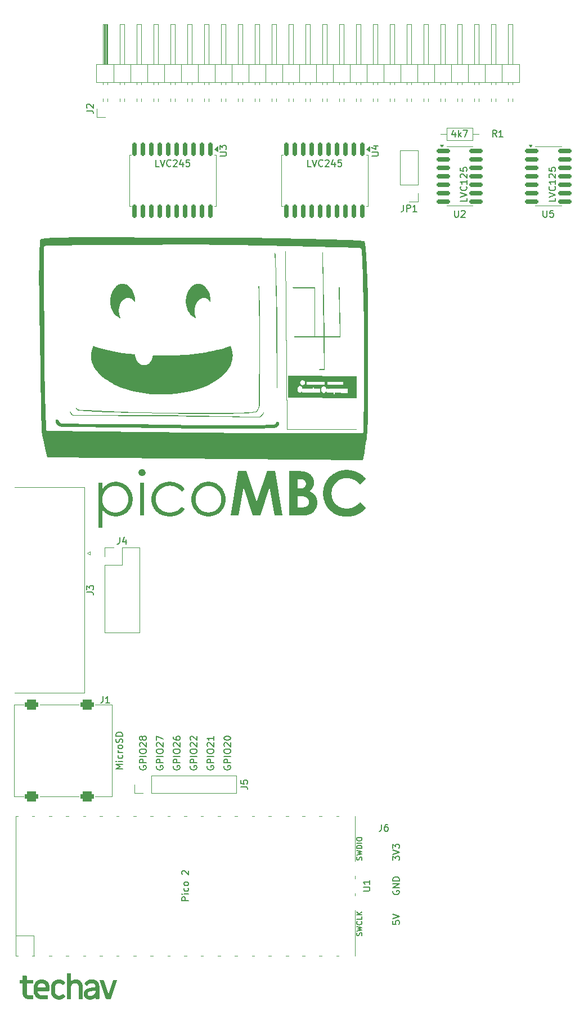
<source format=gto>
G04 #@! TF.GenerationSoftware,KiCad,Pcbnew,8.0.4*
G04 #@! TF.CreationDate,2024-11-26T20:16:45-06:00*
G04 #@! TF.ProjectId,picoMBC,7069636f-4d42-4432-9e6b-696361645f70,rev?*
G04 #@! TF.SameCoordinates,Original*
G04 #@! TF.FileFunction,Legend,Top*
G04 #@! TF.FilePolarity,Positive*
%FSLAX46Y46*%
G04 Gerber Fmt 4.6, Leading zero omitted, Abs format (unit mm)*
G04 Created by KiCad (PCBNEW 8.0.4) date 2024-11-26 20:16:45*
%MOMM*%
%LPD*%
G01*
G04 APERTURE LIST*
G04 Aperture macros list*
%AMRoundRect*
0 Rectangle with rounded corners*
0 $1 Rounding radius*
0 $2 $3 $4 $5 $6 $7 $8 $9 X,Y pos of 4 corners*
0 Add a 4 corners polygon primitive as box body*
4,1,4,$2,$3,$4,$5,$6,$7,$8,$9,$2,$3,0*
0 Add four circle primitives for the rounded corners*
1,1,$1+$1,$2,$3*
1,1,$1+$1,$4,$5*
1,1,$1+$1,$6,$7*
1,1,$1+$1,$8,$9*
0 Add four rect primitives between the rounded corners*
20,1,$1+$1,$2,$3,$4,$5,0*
20,1,$1+$1,$4,$5,$6,$7,0*
20,1,$1+$1,$6,$7,$8,$9,0*
20,1,$1+$1,$8,$9,$2,$3,0*%
G04 Aperture macros list end*
%ADD10C,0.150000*%
%ADD11C,0.000000*%
%ADD12C,0.120000*%
%ADD13C,1.700000*%
%ADD14O,1.700000X1.700000*%
%ADD15RoundRect,0.150000X-0.825000X-0.150000X0.825000X-0.150000X0.825000X0.150000X-0.825000X0.150000X0*%
%ADD16R,1.700000X1.700000*%
%ADD17R,1.500000X0.800000*%
%ADD18RoundRect,0.362500X0.637500X-0.362500X0.637500X0.362500X-0.637500X0.362500X-0.637500X-0.362500X0*%
%ADD19C,3.500000*%
%ADD20C,4.000000*%
%ADD21R,1.600000X1.600000*%
%ADD22C,1.600000*%
%ADD23RoundRect,0.150000X-0.150000X0.875000X-0.150000X-0.875000X0.150000X-0.875000X0.150000X0.875000X0*%
%ADD24C,1.400000*%
%ADD25O,1.400000X1.400000*%
%ADD26O,1.800000X1.800000*%
%ADD27O,1.500000X1.500000*%
%ADD28R,1.700000X3.500000*%
%ADD29R,3.500000X1.700000*%
G04 APERTURE END LIST*
D10*
X109309819Y-165290476D02*
X109309819Y-165766666D01*
X109309819Y-165766666D02*
X109786009Y-165814285D01*
X109786009Y-165814285D02*
X109738390Y-165766666D01*
X109738390Y-165766666D02*
X109690771Y-165671428D01*
X109690771Y-165671428D02*
X109690771Y-165433333D01*
X109690771Y-165433333D02*
X109738390Y-165338095D01*
X109738390Y-165338095D02*
X109786009Y-165290476D01*
X109786009Y-165290476D02*
X109881247Y-165242857D01*
X109881247Y-165242857D02*
X110119342Y-165242857D01*
X110119342Y-165242857D02*
X110214580Y-165290476D01*
X110214580Y-165290476D02*
X110262200Y-165338095D01*
X110262200Y-165338095D02*
X110309819Y-165433333D01*
X110309819Y-165433333D02*
X110309819Y-165671428D01*
X110309819Y-165671428D02*
X110262200Y-165766666D01*
X110262200Y-165766666D02*
X110214580Y-165814285D01*
X109309819Y-164957142D02*
X110309819Y-164623809D01*
X110309819Y-164623809D02*
X109309819Y-164290476D01*
X109357438Y-160781904D02*
X109309819Y-160877142D01*
X109309819Y-160877142D02*
X109309819Y-161019999D01*
X109309819Y-161019999D02*
X109357438Y-161162856D01*
X109357438Y-161162856D02*
X109452676Y-161258094D01*
X109452676Y-161258094D02*
X109547914Y-161305713D01*
X109547914Y-161305713D02*
X109738390Y-161353332D01*
X109738390Y-161353332D02*
X109881247Y-161353332D01*
X109881247Y-161353332D02*
X110071723Y-161305713D01*
X110071723Y-161305713D02*
X110166961Y-161258094D01*
X110166961Y-161258094D02*
X110262200Y-161162856D01*
X110262200Y-161162856D02*
X110309819Y-161019999D01*
X110309819Y-161019999D02*
X110309819Y-160924761D01*
X110309819Y-160924761D02*
X110262200Y-160781904D01*
X110262200Y-160781904D02*
X110214580Y-160734285D01*
X110214580Y-160734285D02*
X109881247Y-160734285D01*
X109881247Y-160734285D02*
X109881247Y-160924761D01*
X110309819Y-160305713D02*
X109309819Y-160305713D01*
X109309819Y-160305713D02*
X110309819Y-159734285D01*
X110309819Y-159734285D02*
X109309819Y-159734285D01*
X110309819Y-159258094D02*
X109309819Y-159258094D01*
X109309819Y-159258094D02*
X109309819Y-159019999D01*
X109309819Y-159019999D02*
X109357438Y-158877142D01*
X109357438Y-158877142D02*
X109452676Y-158781904D01*
X109452676Y-158781904D02*
X109547914Y-158734285D01*
X109547914Y-158734285D02*
X109738390Y-158686666D01*
X109738390Y-158686666D02*
X109881247Y-158686666D01*
X109881247Y-158686666D02*
X110071723Y-158734285D01*
X110071723Y-158734285D02*
X110166961Y-158781904D01*
X110166961Y-158781904D02*
X110262200Y-158877142D01*
X110262200Y-158877142D02*
X110309819Y-159019999D01*
X110309819Y-159019999D02*
X110309819Y-159258094D01*
X109309819Y-156178094D02*
X109309819Y-155559047D01*
X109309819Y-155559047D02*
X109690771Y-155892380D01*
X109690771Y-155892380D02*
X109690771Y-155749523D01*
X109690771Y-155749523D02*
X109738390Y-155654285D01*
X109738390Y-155654285D02*
X109786009Y-155606666D01*
X109786009Y-155606666D02*
X109881247Y-155559047D01*
X109881247Y-155559047D02*
X110119342Y-155559047D01*
X110119342Y-155559047D02*
X110214580Y-155606666D01*
X110214580Y-155606666D02*
X110262200Y-155654285D01*
X110262200Y-155654285D02*
X110309819Y-155749523D01*
X110309819Y-155749523D02*
X110309819Y-156035237D01*
X110309819Y-156035237D02*
X110262200Y-156130475D01*
X110262200Y-156130475D02*
X110214580Y-156178094D01*
X109309819Y-155273332D02*
X110309819Y-154939999D01*
X110309819Y-154939999D02*
X109309819Y-154606666D01*
X109309819Y-154368570D02*
X109309819Y-153749523D01*
X109309819Y-153749523D02*
X109690771Y-154082856D01*
X109690771Y-154082856D02*
X109690771Y-153939999D01*
X109690771Y-153939999D02*
X109738390Y-153844761D01*
X109738390Y-153844761D02*
X109786009Y-153797142D01*
X109786009Y-153797142D02*
X109881247Y-153749523D01*
X109881247Y-153749523D02*
X110119342Y-153749523D01*
X110119342Y-153749523D02*
X110214580Y-153797142D01*
X110214580Y-153797142D02*
X110262200Y-153844761D01*
X110262200Y-153844761D02*
X110309819Y-153939999D01*
X110309819Y-153939999D02*
X110309819Y-154225713D01*
X110309819Y-154225713D02*
X110262200Y-154320951D01*
X110262200Y-154320951D02*
X110214580Y-154368570D01*
D11*
G36*
X56541904Y-174083006D02*
G01*
X56603522Y-174087653D01*
X56664216Y-174095308D01*
X56723914Y-174105898D01*
X56782539Y-174119349D01*
X56840019Y-174135588D01*
X56896279Y-174154541D01*
X56951244Y-174176135D01*
X57004839Y-174200296D01*
X57056991Y-174226951D01*
X57107625Y-174256026D01*
X57156666Y-174287448D01*
X57204041Y-174321144D01*
X57249674Y-174357039D01*
X57293491Y-174395061D01*
X57335419Y-174435135D01*
X57375381Y-174477189D01*
X57413305Y-174521149D01*
X57449116Y-174566942D01*
X57482739Y-174614493D01*
X57514099Y-174663730D01*
X57543123Y-174714579D01*
X57569736Y-174766966D01*
X57593864Y-174820818D01*
X57615431Y-174876062D01*
X57634365Y-174932624D01*
X57650589Y-174990431D01*
X57664031Y-175049409D01*
X57674615Y-175109484D01*
X57682268Y-175170583D01*
X57686913Y-175232633D01*
X57688479Y-175295560D01*
X57688479Y-175635920D01*
X57688198Y-175647274D01*
X57687365Y-175658465D01*
X57685992Y-175669482D01*
X57684093Y-175680311D01*
X57681681Y-175690939D01*
X57678768Y-175701352D01*
X57675367Y-175711539D01*
X57671492Y-175721486D01*
X57667156Y-175731180D01*
X57662372Y-175740608D01*
X57657152Y-175749757D01*
X57651510Y-175758614D01*
X57645458Y-175767166D01*
X57639011Y-175775399D01*
X57632180Y-175783302D01*
X57624979Y-175790860D01*
X57617420Y-175798061D01*
X57609518Y-175804892D01*
X57601284Y-175811340D01*
X57592733Y-175817391D01*
X57583876Y-175823033D01*
X57574727Y-175828253D01*
X57565299Y-175833038D01*
X57555605Y-175837374D01*
X57545658Y-175841249D01*
X57535471Y-175844649D01*
X57525057Y-175847562D01*
X57514429Y-175849975D01*
X57503600Y-175851874D01*
X57492584Y-175853246D01*
X57481392Y-175854079D01*
X57470039Y-175854360D01*
X55879999Y-175854360D01*
X55879999Y-175879760D01*
X55880782Y-175910532D01*
X55883103Y-175940908D01*
X55886927Y-175970850D01*
X55892213Y-176000321D01*
X55898924Y-176029282D01*
X55907023Y-176057695D01*
X55916470Y-176085523D01*
X55927227Y-176112726D01*
X55939257Y-176139267D01*
X55952522Y-176165107D01*
X55966982Y-176190209D01*
X55982601Y-176214534D01*
X55999340Y-176238045D01*
X56017160Y-176260702D01*
X56036024Y-176282468D01*
X56055894Y-176303305D01*
X56076731Y-176323175D01*
X56098497Y-176342039D01*
X56121155Y-176359859D01*
X56144665Y-176376598D01*
X56168990Y-176392217D01*
X56194092Y-176406678D01*
X56219933Y-176419942D01*
X56246473Y-176431972D01*
X56273677Y-176442730D01*
X56301504Y-176452177D01*
X56329917Y-176460275D01*
X56358878Y-176466986D01*
X56388349Y-176472273D01*
X56418292Y-176476096D01*
X56448668Y-176478418D01*
X56479439Y-176479200D01*
X57287159Y-176479200D01*
X57292829Y-176479333D01*
X57298403Y-176479729D01*
X57303877Y-176480381D01*
X57309245Y-176481284D01*
X57314502Y-176482433D01*
X57319641Y-176483821D01*
X57324657Y-176485444D01*
X57329545Y-176487296D01*
X57334299Y-176489372D01*
X57338914Y-176491665D01*
X57343384Y-176494169D01*
X57347702Y-176496881D01*
X57351865Y-176499793D01*
X57355866Y-176502901D01*
X57359699Y-176506199D01*
X57363359Y-176509680D01*
X57366841Y-176513340D01*
X57370138Y-176517174D01*
X57373246Y-176521174D01*
X57376158Y-176525337D01*
X57378870Y-176529656D01*
X57381375Y-176534125D01*
X57383668Y-176538740D01*
X57385743Y-176543494D01*
X57387595Y-176548382D01*
X57389218Y-176553398D01*
X57390607Y-176558538D01*
X57391755Y-176563794D01*
X57392659Y-176569162D01*
X57393311Y-176574636D01*
X57393706Y-176580211D01*
X57393839Y-176585880D01*
X57393839Y-176951640D01*
X57393706Y-176957310D01*
X57393311Y-176962884D01*
X57392659Y-176968358D01*
X57391755Y-176973726D01*
X57390607Y-176978983D01*
X57389218Y-176984122D01*
X57387595Y-176989138D01*
X57385743Y-176994026D01*
X57383668Y-176998781D01*
X57381375Y-177003395D01*
X57378870Y-177007865D01*
X57376158Y-177012183D01*
X57373246Y-177016346D01*
X57370138Y-177020347D01*
X57366841Y-177024180D01*
X57363359Y-177027840D01*
X57359699Y-177031322D01*
X57355866Y-177034619D01*
X57351865Y-177037727D01*
X57347702Y-177040639D01*
X57343384Y-177043351D01*
X57338914Y-177045856D01*
X57334299Y-177048149D01*
X57329545Y-177050224D01*
X57324657Y-177052076D01*
X57319641Y-177053699D01*
X57314502Y-177055088D01*
X57309245Y-177056236D01*
X57303877Y-177057140D01*
X57298403Y-177057792D01*
X57292829Y-177058187D01*
X57287159Y-177058320D01*
X56479439Y-177058320D01*
X56416973Y-177056755D01*
X56355356Y-177052108D01*
X56294661Y-177044453D01*
X56234964Y-177033863D01*
X56176338Y-177020412D01*
X56118858Y-177004173D01*
X56062598Y-176985220D01*
X56007634Y-176963626D01*
X55954038Y-176939465D01*
X55901886Y-176912810D01*
X55851253Y-176883735D01*
X55802211Y-176852313D01*
X55754837Y-176818617D01*
X55709204Y-176782722D01*
X55665386Y-176744700D01*
X55623459Y-176704625D01*
X55583496Y-176662571D01*
X55545572Y-176618611D01*
X55509762Y-176572819D01*
X55476139Y-176525268D01*
X55444778Y-176476031D01*
X55415754Y-176425182D01*
X55389141Y-176372795D01*
X55365014Y-176318942D01*
X55343446Y-176263698D01*
X55324513Y-176207136D01*
X55308288Y-176149330D01*
X55294846Y-176090352D01*
X55284262Y-176030277D01*
X55276610Y-175969178D01*
X55271964Y-175907128D01*
X55270399Y-175844200D01*
X55270399Y-175305720D01*
X55880000Y-175305720D01*
X57078879Y-175305720D01*
X57078879Y-175260000D01*
X57078097Y-175229229D01*
X57075775Y-175198853D01*
X57071952Y-175168910D01*
X57066665Y-175139439D01*
X57059954Y-175110478D01*
X57051856Y-175082065D01*
X57042409Y-175054238D01*
X57031651Y-175027035D01*
X57019621Y-175000494D01*
X57006357Y-174974653D01*
X56991896Y-174949551D01*
X56976277Y-174925226D01*
X56959538Y-174901716D01*
X56941718Y-174879059D01*
X56922854Y-174857292D01*
X56902984Y-174836455D01*
X56882147Y-174816586D01*
X56860381Y-174797721D01*
X56837724Y-174779901D01*
X56814213Y-174763162D01*
X56789888Y-174747544D01*
X56764786Y-174733083D01*
X56738946Y-174719818D01*
X56712405Y-174707788D01*
X56685202Y-174697031D01*
X56657374Y-174687584D01*
X56628961Y-174679485D01*
X56600000Y-174672774D01*
X56570529Y-174667488D01*
X56540587Y-174663665D01*
X56510211Y-174661343D01*
X56479439Y-174660560D01*
X56448668Y-174661343D01*
X56418292Y-174663665D01*
X56388350Y-174667488D01*
X56358879Y-174672774D01*
X56329918Y-174679485D01*
X56301504Y-174687584D01*
X56273677Y-174697031D01*
X56246474Y-174707788D01*
X56219933Y-174719818D01*
X56194093Y-174733083D01*
X56168991Y-174747544D01*
X56144665Y-174763162D01*
X56121155Y-174779901D01*
X56098498Y-174797721D01*
X56076732Y-174816586D01*
X56055894Y-174836455D01*
X56036025Y-174857292D01*
X56017161Y-174879059D01*
X55999340Y-174901716D01*
X55982602Y-174925226D01*
X55966983Y-174949551D01*
X55952522Y-174974653D01*
X55939258Y-175000494D01*
X55927228Y-175027035D01*
X55916470Y-175054238D01*
X55907023Y-175082065D01*
X55898925Y-175110478D01*
X55892213Y-175139439D01*
X55886927Y-175168910D01*
X55883104Y-175198853D01*
X55880782Y-175229229D01*
X55880000Y-175260000D01*
X55880000Y-175305720D01*
X55270399Y-175305720D01*
X55270399Y-175295560D01*
X55271283Y-175260000D01*
X55271964Y-175232633D01*
X55276610Y-175170583D01*
X55284262Y-175109484D01*
X55294846Y-175049409D01*
X55308288Y-174990431D01*
X55324513Y-174932624D01*
X55343446Y-174876062D01*
X55365014Y-174820818D01*
X55389141Y-174766966D01*
X55415754Y-174714579D01*
X55444778Y-174663730D01*
X55476139Y-174614493D01*
X55509762Y-174566942D01*
X55545572Y-174521149D01*
X55583496Y-174477189D01*
X55623459Y-174435135D01*
X55665386Y-174395061D01*
X55709204Y-174357039D01*
X55754837Y-174321144D01*
X55802211Y-174287448D01*
X55851253Y-174256026D01*
X55901886Y-174226951D01*
X55954038Y-174200296D01*
X56007634Y-174176135D01*
X56062598Y-174154541D01*
X56118858Y-174135588D01*
X56176338Y-174119349D01*
X56234964Y-174105898D01*
X56294661Y-174095308D01*
X56355356Y-174087653D01*
X56416973Y-174083006D01*
X56479439Y-174081440D01*
X56541904Y-174083006D01*
G37*
G36*
X75879304Y-99286584D02*
G01*
X76000372Y-99293637D01*
X76120376Y-99305381D01*
X76239315Y-99321809D01*
X76357191Y-99342913D01*
X76474003Y-99368684D01*
X76589750Y-99399115D01*
X76704433Y-99434197D01*
X76816424Y-99473150D01*
X76924089Y-99514940D01*
X77027425Y-99559569D01*
X77126428Y-99607035D01*
X77174303Y-99631832D01*
X77221094Y-99657339D01*
X77266799Y-99683555D01*
X77311418Y-99710480D01*
X77354951Y-99738115D01*
X77397397Y-99766460D01*
X77438756Y-99795514D01*
X77479027Y-99825278D01*
X77518505Y-99855967D01*
X77557225Y-99887673D01*
X77595190Y-99920398D01*
X77632400Y-99954141D01*
X77668856Y-99988904D01*
X77704560Y-100024687D01*
X77739512Y-100061493D01*
X77773713Y-100099321D01*
X77807164Y-100138174D01*
X77839867Y-100178051D01*
X77871822Y-100218954D01*
X77903030Y-100260884D01*
X77933493Y-100303842D01*
X77963211Y-100347829D01*
X77992185Y-100392845D01*
X78020417Y-100438893D01*
X77516175Y-100752586D01*
X77432605Y-100647443D01*
X77345317Y-100549095D01*
X77254312Y-100457539D01*
X77159587Y-100372775D01*
X77061141Y-100294801D01*
X76958974Y-100223614D01*
X76853085Y-100159215D01*
X76743472Y-100101601D01*
X76630135Y-100050770D01*
X76513072Y-100006722D01*
X76392283Y-99969455D01*
X76267767Y-99938967D01*
X76139522Y-99915256D01*
X76007548Y-99898322D01*
X75871843Y-99888163D01*
X75732406Y-99884777D01*
X75620678Y-99887046D01*
X75511344Y-99893853D01*
X75404405Y-99905198D01*
X75299863Y-99921081D01*
X75197716Y-99941499D01*
X75097967Y-99966454D01*
X75000614Y-99995945D01*
X74905660Y-100029970D01*
X74813104Y-100068530D01*
X74722946Y-100111625D01*
X74635188Y-100159253D01*
X74549830Y-100211414D01*
X74466872Y-100268107D01*
X74386314Y-100329333D01*
X74308158Y-100395091D01*
X74232404Y-100465379D01*
X74160177Y-100538916D01*
X74092602Y-100614419D01*
X74029681Y-100691885D01*
X73971415Y-100771314D01*
X73917804Y-100852704D01*
X73868849Y-100936053D01*
X73824552Y-101021361D01*
X73784914Y-101108624D01*
X73749935Y-101197843D01*
X73719617Y-101289015D01*
X73693961Y-101382139D01*
X73672967Y-101477213D01*
X73656636Y-101574236D01*
X73644970Y-101673207D01*
X73637970Y-101774123D01*
X73635637Y-101876984D01*
X73636709Y-101944257D01*
X73639925Y-102011030D01*
X73645286Y-102077303D01*
X73652791Y-102143077D01*
X73662441Y-102208351D01*
X73674235Y-102273125D01*
X73688173Y-102337399D01*
X73704256Y-102401174D01*
X73722483Y-102464449D01*
X73742854Y-102527224D01*
X73765370Y-102589499D01*
X73790030Y-102651274D01*
X73816835Y-102712550D01*
X73845784Y-102773326D01*
X73876877Y-102833602D01*
X73910115Y-102893377D01*
X73945227Y-102952134D01*
X73981942Y-103009222D01*
X74020259Y-103064642D01*
X74060178Y-103118392D01*
X74101697Y-103170474D01*
X74144815Y-103220887D01*
X74189531Y-103269632D01*
X74235844Y-103316707D01*
X74283754Y-103362114D01*
X74333258Y-103405852D01*
X74384357Y-103447922D01*
X74437049Y-103488322D01*
X74491333Y-103527054D01*
X74547209Y-103564117D01*
X74604674Y-103599511D01*
X74663729Y-103633237D01*
X74724029Y-103665103D01*
X74785233Y-103694920D01*
X74847340Y-103722689D01*
X74910352Y-103748407D01*
X74974269Y-103772073D01*
X75039091Y-103793687D01*
X75104819Y-103813247D01*
X75171454Y-103830753D01*
X75238995Y-103846203D01*
X75307444Y-103859596D01*
X75376801Y-103870932D01*
X75447066Y-103880209D01*
X75518240Y-103887426D01*
X75590324Y-103892582D01*
X75663318Y-103895677D01*
X75737222Y-103896709D01*
X75871805Y-103893319D01*
X76003268Y-103883149D01*
X76131612Y-103866200D01*
X76256835Y-103842471D01*
X76378939Y-103811962D01*
X76497923Y-103774674D01*
X76613787Y-103730605D01*
X76726532Y-103679757D01*
X76836157Y-103622130D01*
X76942661Y-103557722D01*
X77046046Y-103486535D01*
X77146312Y-103408568D01*
X77243457Y-103323822D01*
X77337483Y-103232296D01*
X77428389Y-103133990D01*
X77516175Y-103028905D01*
X78020417Y-103360481D01*
X77975163Y-103426295D01*
X77928014Y-103490239D01*
X77878969Y-103552312D01*
X77828026Y-103612512D01*
X77775184Y-103670840D01*
X77720443Y-103727296D01*
X77663802Y-103781878D01*
X77605259Y-103834586D01*
X77544814Y-103885420D01*
X77482465Y-103934379D01*
X77418211Y-103981463D01*
X77352052Y-104026671D01*
X77283986Y-104070003D01*
X77214013Y-104111458D01*
X77142131Y-104151036D01*
X77068340Y-104188736D01*
X76992952Y-104224348D01*
X76916282Y-104257662D01*
X76838326Y-104288679D01*
X76759084Y-104317398D01*
X76678554Y-104343819D01*
X76596735Y-104367943D01*
X76513625Y-104389769D01*
X76429222Y-104409298D01*
X76343526Y-104426529D01*
X76256534Y-104441462D01*
X76168246Y-104454098D01*
X76078659Y-104464436D01*
X75987772Y-104472477D01*
X75895584Y-104478221D01*
X75802093Y-104481667D01*
X75707297Y-104482816D01*
X75562331Y-104479902D01*
X75420485Y-104471160D01*
X75281760Y-104456592D01*
X75146156Y-104436198D01*
X75013674Y-104409980D01*
X74884314Y-104377939D01*
X74758077Y-104340075D01*
X74634964Y-104296389D01*
X74514974Y-104246884D01*
X74398109Y-104191558D01*
X74284368Y-104130415D01*
X74173753Y-104063454D01*
X74066264Y-103990677D01*
X73961901Y-103912084D01*
X73860665Y-103827677D01*
X73762556Y-103737457D01*
X73669027Y-103643069D01*
X73581528Y-103546158D01*
X73500060Y-103446723D01*
X73424623Y-103344765D01*
X73355219Y-103240283D01*
X73291847Y-103133279D01*
X73234508Y-103023751D01*
X73183202Y-102911700D01*
X73137931Y-102797125D01*
X73098694Y-102680027D01*
X73065492Y-102560406D01*
X73038326Y-102438262D01*
X73017196Y-102313594D01*
X73002102Y-102186404D01*
X72993046Y-102056690D01*
X72990027Y-101924452D01*
X72991437Y-101835079D01*
X72995670Y-101746504D01*
X73002724Y-101658728D01*
X73012599Y-101571752D01*
X73025296Y-101485576D01*
X73040814Y-101400200D01*
X73059154Y-101315625D01*
X73080315Y-101231852D01*
X73104298Y-101148881D01*
X73131103Y-101066712D01*
X73160729Y-100985346D01*
X73193177Y-100904784D01*
X73228446Y-100825026D01*
X73266536Y-100746073D01*
X73307449Y-100667925D01*
X73351182Y-100590582D01*
X73397383Y-100514699D01*
X73445696Y-100440927D01*
X73496121Y-100369267D01*
X73548658Y-100299717D01*
X73603307Y-100232278D01*
X73660068Y-100166948D01*
X73718941Y-100103727D01*
X73779927Y-100042614D01*
X73843024Y-99983610D01*
X73908234Y-99926713D01*
X73975556Y-99871924D01*
X74044990Y-99819241D01*
X74116536Y-99768664D01*
X74190194Y-99720192D01*
X74265964Y-99673826D01*
X74343847Y-99629564D01*
X74423373Y-99587765D01*
X74504077Y-99548659D01*
X74585956Y-99512247D01*
X74669011Y-99478529D01*
X74753241Y-99447506D01*
X74838645Y-99419177D01*
X74925223Y-99393544D01*
X75012975Y-99370607D01*
X75101899Y-99350367D01*
X75191997Y-99332824D01*
X75283266Y-99317978D01*
X75375706Y-99305831D01*
X75469318Y-99296382D01*
X75564099Y-99289632D01*
X75660051Y-99285582D01*
X75757172Y-99284232D01*
X75879304Y-99286584D01*
G37*
G36*
X84927388Y-78967096D02*
G01*
X84964587Y-79054717D01*
X84999601Y-79142788D01*
X85032374Y-79231307D01*
X85062849Y-79320269D01*
X85090970Y-79409671D01*
X85116681Y-79499508D01*
X85139926Y-79589776D01*
X85160647Y-79680471D01*
X85178788Y-79771590D01*
X85194293Y-79863128D01*
X85207106Y-79955081D01*
X85217170Y-80047445D01*
X85224428Y-80140216D01*
X85228824Y-80233391D01*
X85230302Y-80326964D01*
X85216430Y-80627966D01*
X85175260Y-80925014D01*
X85107463Y-81217743D01*
X85013708Y-81505783D01*
X84894664Y-81788769D01*
X84751003Y-82066332D01*
X84583393Y-82338105D01*
X84392505Y-82603721D01*
X83943574Y-83115011D01*
X83409567Y-83597262D01*
X82795843Y-84047535D01*
X82107762Y-84462891D01*
X81350683Y-84840389D01*
X80529964Y-85177092D01*
X79650964Y-85470059D01*
X78719042Y-85716350D01*
X77739557Y-85913027D01*
X76717868Y-86057149D01*
X75659334Y-86145779D01*
X74569314Y-86175975D01*
X74020734Y-86168364D01*
X73479354Y-86145775D01*
X72945844Y-86108576D01*
X72420873Y-86057135D01*
X71905112Y-85991820D01*
X71399230Y-85912997D01*
X70903898Y-85821036D01*
X70419785Y-85716302D01*
X69947561Y-85599164D01*
X69487897Y-85469990D01*
X69041461Y-85329146D01*
X68608924Y-85177002D01*
X68190957Y-85013923D01*
X67788228Y-84840279D01*
X67401408Y-84656436D01*
X67031167Y-84462762D01*
X66678174Y-84259625D01*
X66343100Y-84047393D01*
X66026614Y-83826432D01*
X65729387Y-83597112D01*
X65452088Y-83359798D01*
X65195387Y-83114859D01*
X64959955Y-82862663D01*
X64746461Y-82603577D01*
X64555574Y-82337968D01*
X64387966Y-82066205D01*
X64244305Y-81788655D01*
X64125263Y-81505685D01*
X64031508Y-81217664D01*
X63963710Y-80924958D01*
X63922541Y-80627936D01*
X63908668Y-80326964D01*
X63910150Y-80233334D01*
X63914557Y-80140118D01*
X63921832Y-80047318D01*
X63931918Y-79954936D01*
X63944756Y-79862976D01*
X63960291Y-79771439D01*
X63978463Y-79680329D01*
X63999216Y-79589647D01*
X64022492Y-79499397D01*
X64048234Y-79409581D01*
X64076384Y-79320200D01*
X64106885Y-79231259D01*
X64139680Y-79142759D01*
X64174711Y-79054703D01*
X64211920Y-78967093D01*
X64251251Y-78879932D01*
X64858283Y-79092594D01*
X65522709Y-79291446D01*
X66241139Y-79475611D01*
X67010184Y-79644208D01*
X67826452Y-79796360D01*
X68686556Y-79931187D01*
X69587104Y-80047811D01*
X70524707Y-80145354D01*
X70536164Y-80230963D01*
X70550244Y-80315213D01*
X70566885Y-80398015D01*
X70586027Y-80479280D01*
X70607606Y-80558919D01*
X70631562Y-80636842D01*
X70657832Y-80712961D01*
X70686356Y-80787187D01*
X70717072Y-80859430D01*
X70749918Y-80929601D01*
X70784832Y-80997611D01*
X70821754Y-81063372D01*
X70860620Y-81126793D01*
X70901371Y-81187786D01*
X70943943Y-81246262D01*
X70988276Y-81302131D01*
X71034309Y-81355304D01*
X71081978Y-81405693D01*
X71131223Y-81453208D01*
X71181983Y-81497761D01*
X71234195Y-81539261D01*
X71287798Y-81577620D01*
X71342730Y-81612748D01*
X71398930Y-81644558D01*
X71456337Y-81672958D01*
X71514888Y-81697861D01*
X71574522Y-81719178D01*
X71635177Y-81736818D01*
X71696792Y-81750694D01*
X71759306Y-81760715D01*
X71822656Y-81766794D01*
X71886781Y-81768839D01*
X71947111Y-81767025D01*
X72006757Y-81761631D01*
X72065668Y-81752733D01*
X72123794Y-81740406D01*
X72181082Y-81724723D01*
X72237483Y-81705761D01*
X72292945Y-81683593D01*
X72347417Y-81658295D01*
X72400847Y-81629940D01*
X72453186Y-81598605D01*
X72504382Y-81564364D01*
X72554384Y-81527290D01*
X72650602Y-81444948D01*
X72741431Y-81352177D01*
X72826465Y-81249575D01*
X72905294Y-81137740D01*
X72977510Y-81017271D01*
X73042706Y-80888764D01*
X73100474Y-80752818D01*
X73150404Y-80610032D01*
X73192090Y-80461003D01*
X73225122Y-80306330D01*
X73557719Y-80315066D01*
X73892574Y-80321547D01*
X74229750Y-80325578D01*
X74569313Y-80326964D01*
X75360329Y-80320338D01*
X76138446Y-80300719D01*
X76902256Y-80268497D01*
X77650347Y-80224062D01*
X78381309Y-80167802D01*
X79093732Y-80100107D01*
X79786206Y-80021367D01*
X80457320Y-79931971D01*
X81105665Y-79832309D01*
X81729829Y-79722770D01*
X82328404Y-79603743D01*
X82899978Y-79475619D01*
X83443140Y-79338786D01*
X83956482Y-79193634D01*
X84438593Y-79040553D01*
X84888062Y-78879932D01*
X84927388Y-78967096D01*
G37*
G36*
X54133698Y-173492294D02*
G01*
X54139273Y-173492689D01*
X54144747Y-173493341D01*
X54150115Y-173494244D01*
X54155371Y-173495393D01*
X54160510Y-173496782D01*
X54165527Y-173498405D01*
X54170415Y-173500257D01*
X54175169Y-173502332D01*
X54179784Y-173504625D01*
X54184253Y-173507130D01*
X54188572Y-173509842D01*
X54192734Y-173512754D01*
X54196735Y-173515862D01*
X54200568Y-173519159D01*
X54204229Y-173522641D01*
X54207710Y-173526301D01*
X54211008Y-173530134D01*
X54214115Y-173534135D01*
X54217028Y-173538298D01*
X54219739Y-173542616D01*
X54222244Y-173547086D01*
X54224537Y-173551700D01*
X54226612Y-173556455D01*
X54228464Y-173561343D01*
X54230087Y-173566359D01*
X54231476Y-173571498D01*
X54232625Y-173576755D01*
X54233528Y-173582123D01*
X54234180Y-173587597D01*
X54234576Y-173593171D01*
X54234709Y-173598841D01*
X54234709Y-174147481D01*
X55093228Y-174147481D01*
X55098898Y-174147614D01*
X55104472Y-174148009D01*
X55109947Y-174148661D01*
X55115315Y-174149564D01*
X55120571Y-174150713D01*
X55125710Y-174152102D01*
X55130727Y-174153725D01*
X55135615Y-174155577D01*
X55140369Y-174157652D01*
X55144983Y-174159945D01*
X55149453Y-174162450D01*
X55153772Y-174165162D01*
X55157934Y-174168074D01*
X55161935Y-174171182D01*
X55165768Y-174174479D01*
X55169428Y-174177961D01*
X55172910Y-174181621D01*
X55176208Y-174185454D01*
X55179315Y-174189455D01*
X55182228Y-174193617D01*
X55184939Y-174197936D01*
X55187444Y-174202406D01*
X55189737Y-174207020D01*
X55191812Y-174211774D01*
X55193664Y-174216663D01*
X55195287Y-174221679D01*
X55196676Y-174226818D01*
X55197825Y-174232075D01*
X55198728Y-174237443D01*
X55199380Y-174242917D01*
X55199775Y-174248491D01*
X55199908Y-174254161D01*
X55199908Y-174614841D01*
X55199775Y-174620510D01*
X55199380Y-174626085D01*
X55198728Y-174631559D01*
X55197825Y-174636927D01*
X55196676Y-174642183D01*
X55195287Y-174647322D01*
X55193664Y-174652339D01*
X55191812Y-174657227D01*
X55189737Y-174661981D01*
X55187444Y-174666596D01*
X55184939Y-174671065D01*
X55182228Y-174675384D01*
X55179315Y-174679547D01*
X55176208Y-174683547D01*
X55172910Y-174687380D01*
X55169428Y-174691041D01*
X55165768Y-174694522D01*
X55161935Y-174697820D01*
X55157934Y-174700928D01*
X55153772Y-174703840D01*
X55149453Y-174706551D01*
X55144983Y-174709056D01*
X55140369Y-174711349D01*
X55135615Y-174713424D01*
X55130727Y-174715276D01*
X55125710Y-174716900D01*
X55120571Y-174718288D01*
X55115315Y-174719437D01*
X55109947Y-174720340D01*
X55104472Y-174720992D01*
X55098898Y-174721388D01*
X55093228Y-174721521D01*
X54234708Y-174721521D01*
X54234708Y-176149000D01*
X54235079Y-176167840D01*
X54236183Y-176186252D01*
X54238011Y-176204225D01*
X54240552Y-176221747D01*
X54243797Y-176238809D01*
X54247735Y-176255398D01*
X54252355Y-176271503D01*
X54257648Y-176287113D01*
X54263603Y-176302217D01*
X54270210Y-176316804D01*
X54277459Y-176330863D01*
X54285340Y-176344382D01*
X54293842Y-176357350D01*
X54302955Y-176369757D01*
X54312669Y-176381591D01*
X54322973Y-176392840D01*
X54333859Y-176403494D01*
X54345314Y-176413542D01*
X54357329Y-176422972D01*
X54369894Y-176431774D01*
X54382998Y-176439935D01*
X54396632Y-176447445D01*
X54410785Y-176454293D01*
X54425447Y-176460468D01*
X54440607Y-176465958D01*
X54456255Y-176470752D01*
X54472382Y-176474839D01*
X54488976Y-176478208D01*
X54506028Y-176480848D01*
X54523528Y-176482747D01*
X54541465Y-176483895D01*
X54559828Y-176484280D01*
X55093228Y-176489360D01*
X55098898Y-176489493D01*
X55104472Y-176489889D01*
X55109946Y-176490541D01*
X55115314Y-176491444D01*
X55120571Y-176492593D01*
X55125710Y-176493981D01*
X55130726Y-176495605D01*
X55135615Y-176497456D01*
X55140369Y-176499532D01*
X55144983Y-176501825D01*
X55149453Y-176504330D01*
X55153772Y-176507041D01*
X55157934Y-176509953D01*
X55161935Y-176513061D01*
X55165768Y-176516359D01*
X55169428Y-176519840D01*
X55172910Y-176523500D01*
X55176207Y-176527334D01*
X55179315Y-176531334D01*
X55182227Y-176535497D01*
X55184939Y-176539816D01*
X55187444Y-176544285D01*
X55189737Y-176548900D01*
X55191812Y-176553654D01*
X55193664Y-176558542D01*
X55195287Y-176563558D01*
X55196676Y-176568698D01*
X55197825Y-176573954D01*
X55198728Y-176579322D01*
X55199380Y-176584796D01*
X55199775Y-176590371D01*
X55199908Y-176596040D01*
X55199908Y-176951640D01*
X55199775Y-176957310D01*
X55199380Y-176962884D01*
X55198728Y-176968358D01*
X55197825Y-176973726D01*
X55196676Y-176978983D01*
X55195287Y-176984122D01*
X55193664Y-176989138D01*
X55191812Y-176994026D01*
X55189737Y-176998781D01*
X55187444Y-177003395D01*
X55184939Y-177007865D01*
X55182227Y-177012183D01*
X55179315Y-177016346D01*
X55176207Y-177020347D01*
X55172910Y-177024180D01*
X55169428Y-177027840D01*
X55165768Y-177031322D01*
X55161935Y-177034619D01*
X55157934Y-177037727D01*
X55153772Y-177040639D01*
X55149453Y-177043351D01*
X55144983Y-177045856D01*
X55140369Y-177048149D01*
X55135615Y-177050224D01*
X55130726Y-177052076D01*
X55125710Y-177053699D01*
X55120571Y-177055088D01*
X55115314Y-177056236D01*
X55109946Y-177057140D01*
X55104472Y-177057792D01*
X55098898Y-177058187D01*
X55093228Y-177058320D01*
X54514108Y-177058320D01*
X54465075Y-177057284D01*
X54417060Y-177054198D01*
X54370098Y-177049095D01*
X54324224Y-177042009D01*
X54279473Y-177032973D01*
X54235882Y-177022021D01*
X54193485Y-177009187D01*
X54152317Y-176994503D01*
X54112415Y-176978003D01*
X54073813Y-176959722D01*
X54036547Y-176939691D01*
X54000651Y-176917946D01*
X53966163Y-176894518D01*
X53933116Y-176869443D01*
X53901546Y-176842752D01*
X53871488Y-176814480D01*
X53842979Y-176784661D01*
X53816052Y-176753327D01*
X53790745Y-176720512D01*
X53767090Y-176686250D01*
X53745126Y-176650574D01*
X53724885Y-176613518D01*
X53706405Y-176575115D01*
X53689720Y-176535398D01*
X53674865Y-176494401D01*
X53661876Y-176452158D01*
X53650789Y-176408702D01*
X53641638Y-176364067D01*
X53634460Y-176318286D01*
X53629288Y-176271392D01*
X53626159Y-176223419D01*
X53625108Y-176174401D01*
X53625108Y-174716441D01*
X53274589Y-174716441D01*
X53268919Y-174716308D01*
X53263345Y-174715912D01*
X53257870Y-174715260D01*
X53252502Y-174714357D01*
X53247246Y-174713208D01*
X53242107Y-174711820D01*
X53237090Y-174710196D01*
X53232202Y-174708344D01*
X53227448Y-174706269D01*
X53222834Y-174703976D01*
X53218364Y-174701471D01*
X53214045Y-174698760D01*
X53209883Y-174695847D01*
X53205882Y-174692740D01*
X53202049Y-174689442D01*
X53198389Y-174685961D01*
X53194907Y-174682300D01*
X53191609Y-174678467D01*
X53188502Y-174674466D01*
X53185589Y-174670304D01*
X53182878Y-174665985D01*
X53180373Y-174661516D01*
X53178080Y-174656901D01*
X53176005Y-174652147D01*
X53174153Y-174647259D01*
X53172530Y-174642242D01*
X53171141Y-174637103D01*
X53169992Y-174631847D01*
X53169089Y-174626479D01*
X53168437Y-174621005D01*
X53168042Y-174615430D01*
X53167909Y-174609761D01*
X53167909Y-174254161D01*
X53168042Y-174248491D01*
X53168437Y-174242917D01*
X53169089Y-174237443D01*
X53169992Y-174232075D01*
X53171141Y-174226818D01*
X53172530Y-174221679D01*
X53174153Y-174216663D01*
X53176005Y-174211774D01*
X53178080Y-174207020D01*
X53180373Y-174202406D01*
X53182878Y-174197936D01*
X53185589Y-174193617D01*
X53188502Y-174189455D01*
X53191609Y-174185454D01*
X53194907Y-174181621D01*
X53198389Y-174177961D01*
X53202049Y-174174479D01*
X53205882Y-174171182D01*
X53209883Y-174168074D01*
X53214045Y-174165162D01*
X53218364Y-174162450D01*
X53222834Y-174159945D01*
X53227448Y-174157652D01*
X53232202Y-174155577D01*
X53237090Y-174153725D01*
X53242107Y-174152102D01*
X53247246Y-174150713D01*
X53252502Y-174149564D01*
X53257870Y-174148661D01*
X53263345Y-174148009D01*
X53268919Y-174147614D01*
X53274589Y-174147481D01*
X53625108Y-174147481D01*
X53625108Y-173598841D01*
X53625241Y-173593171D01*
X53625637Y-173587597D01*
X53626289Y-173582123D01*
X53627192Y-173576755D01*
X53628341Y-173571498D01*
X53629730Y-173566359D01*
X53631353Y-173561343D01*
X53633205Y-173556455D01*
X53635280Y-173551700D01*
X53637573Y-173547086D01*
X53640078Y-173542616D01*
X53642789Y-173538298D01*
X53645702Y-173534135D01*
X53648809Y-173530134D01*
X53652107Y-173526301D01*
X53655588Y-173522641D01*
X53659249Y-173519159D01*
X53663082Y-173515862D01*
X53667083Y-173512754D01*
X53671245Y-173509842D01*
X53675564Y-173507130D01*
X53680033Y-173504625D01*
X53684648Y-173502332D01*
X53689402Y-173500257D01*
X53694290Y-173498405D01*
X53699307Y-173496782D01*
X53704446Y-173495393D01*
X53709702Y-173494244D01*
X53715070Y-173493341D01*
X53720544Y-173492689D01*
X53726119Y-173492294D01*
X53731788Y-173492161D01*
X54128029Y-173492161D01*
X54133698Y-173492294D01*
G37*
G36*
X60766273Y-173167174D02*
G01*
X60771848Y-173167569D01*
X60777322Y-173168221D01*
X60782690Y-173169124D01*
X60787947Y-173170273D01*
X60793086Y-173171662D01*
X60798102Y-173173285D01*
X60802990Y-173175137D01*
X60807744Y-173177212D01*
X60812359Y-173179505D01*
X60816829Y-173182010D01*
X60821147Y-173184721D01*
X60825310Y-173187634D01*
X60829311Y-173190741D01*
X60833144Y-173194039D01*
X60836804Y-173197521D01*
X60840286Y-173201181D01*
X60843583Y-173205014D01*
X60846691Y-173209015D01*
X60849603Y-173213177D01*
X60852315Y-173217496D01*
X60854820Y-173221966D01*
X60857113Y-173226580D01*
X60859188Y-173231334D01*
X60861040Y-173236222D01*
X60862663Y-173241239D01*
X60864052Y-173246378D01*
X60865201Y-173251634D01*
X60866104Y-173257003D01*
X60866756Y-173262477D01*
X60867151Y-173268051D01*
X60867284Y-173273721D01*
X60867284Y-174396400D01*
X60904239Y-174361051D01*
X60942661Y-174327443D01*
X60982466Y-174295651D01*
X61023573Y-174265749D01*
X61065901Y-174237812D01*
X61109368Y-174211913D01*
X61153891Y-174188128D01*
X61199389Y-174166530D01*
X61245780Y-174147195D01*
X61292982Y-174130196D01*
X61340914Y-174115609D01*
X61389492Y-174103507D01*
X61438637Y-174093964D01*
X61488265Y-174087056D01*
X61538294Y-174082857D01*
X61588644Y-174081440D01*
X61647559Y-174082698D01*
X61705213Y-174086445D01*
X61761566Y-174092637D01*
X61816580Y-174101235D01*
X61870212Y-174112194D01*
X61922425Y-174125475D01*
X61973177Y-174141034D01*
X62022429Y-174158831D01*
X62070140Y-174178823D01*
X62116271Y-174200968D01*
X62160782Y-174225225D01*
X62203632Y-174251551D01*
X62244782Y-174279905D01*
X62284192Y-174310245D01*
X62321821Y-174342529D01*
X62357630Y-174376715D01*
X62391578Y-174412762D01*
X62423626Y-174450627D01*
X62453734Y-174490269D01*
X62481861Y-174531645D01*
X62507968Y-174574715D01*
X62532015Y-174619435D01*
X62553962Y-174665765D01*
X62573768Y-174713662D01*
X62591393Y-174763085D01*
X62606799Y-174813991D01*
X62619944Y-174866339D01*
X62630789Y-174920087D01*
X62639293Y-174975193D01*
X62645417Y-175031615D01*
X62649121Y-175089311D01*
X62650364Y-175148240D01*
X62650364Y-176951640D01*
X62650231Y-176957310D01*
X62649836Y-176962884D01*
X62649184Y-176968358D01*
X62648281Y-176973726D01*
X62647132Y-176978983D01*
X62645743Y-176984122D01*
X62644120Y-176989138D01*
X62642268Y-176994026D01*
X62640193Y-176998781D01*
X62637900Y-177003395D01*
X62635395Y-177007865D01*
X62632683Y-177012183D01*
X62629771Y-177016346D01*
X62626663Y-177020347D01*
X62623366Y-177024180D01*
X62619884Y-177027840D01*
X62616224Y-177031322D01*
X62612391Y-177034619D01*
X62608390Y-177037727D01*
X62604227Y-177040639D01*
X62599909Y-177043351D01*
X62595439Y-177045856D01*
X62590824Y-177048149D01*
X62586070Y-177050224D01*
X62581182Y-177052076D01*
X62576166Y-177053699D01*
X62571027Y-177055088D01*
X62565770Y-177056236D01*
X62560402Y-177057140D01*
X62554928Y-177057792D01*
X62549354Y-177058187D01*
X62543684Y-177058320D01*
X62147444Y-177058320D01*
X62141774Y-177058187D01*
X62136200Y-177057792D01*
X62130726Y-177057140D01*
X62125358Y-177056236D01*
X62120101Y-177055088D01*
X62114962Y-177053699D01*
X62109946Y-177052076D01*
X62105057Y-177050224D01*
X62100303Y-177048149D01*
X62095689Y-177045856D01*
X62091219Y-177043351D01*
X62086900Y-177040639D01*
X62082738Y-177037727D01*
X62078737Y-177034619D01*
X62074904Y-177031322D01*
X62071244Y-177027840D01*
X62067762Y-177024180D01*
X62064465Y-177020347D01*
X62061357Y-177016346D01*
X62058444Y-177012183D01*
X62055733Y-177007865D01*
X62053228Y-177003395D01*
X62050935Y-176998781D01*
X62048860Y-176994026D01*
X62047008Y-176989138D01*
X62045385Y-176984122D01*
X62043996Y-176978983D01*
X62042847Y-176973726D01*
X62041944Y-176968358D01*
X62041292Y-176962884D01*
X62040897Y-176957310D01*
X62040764Y-176951640D01*
X62040764Y-175224440D01*
X62040214Y-175191551D01*
X62038571Y-175159564D01*
X62035841Y-175128488D01*
X62032032Y-175098333D01*
X62027152Y-175069109D01*
X62021208Y-175040824D01*
X62014206Y-175013487D01*
X62006156Y-174987109D01*
X61997064Y-174961698D01*
X61986937Y-174937264D01*
X61975784Y-174913816D01*
X61963611Y-174891363D01*
X61950426Y-174869915D01*
X61936237Y-174849480D01*
X61921050Y-174830069D01*
X61904874Y-174811690D01*
X61887715Y-174794353D01*
X61869582Y-174778068D01*
X61850481Y-174762842D01*
X61830420Y-174748686D01*
X61809407Y-174735610D01*
X61787448Y-174723621D01*
X61764552Y-174712730D01*
X61740726Y-174702947D01*
X61715977Y-174694279D01*
X61690313Y-174686737D01*
X61663741Y-174680329D01*
X61636269Y-174675066D01*
X61607903Y-174670956D01*
X61578652Y-174668009D01*
X61548523Y-174666234D01*
X61517524Y-174665640D01*
X61480349Y-174666456D01*
X61444086Y-174668888D01*
X61408750Y-174672919D01*
X61374361Y-174678529D01*
X61340935Y-174685697D01*
X61308491Y-174694405D01*
X61277045Y-174704633D01*
X61246617Y-174716361D01*
X61217222Y-174729570D01*
X61188880Y-174744240D01*
X61161607Y-174760352D01*
X61135422Y-174777886D01*
X61110342Y-174796823D01*
X61086384Y-174817144D01*
X61063567Y-174838827D01*
X61041908Y-174861855D01*
X61021425Y-174886208D01*
X61002135Y-174911865D01*
X60984057Y-174938808D01*
X60967207Y-174967017D01*
X60951603Y-174996473D01*
X60937264Y-175027155D01*
X60924206Y-175059045D01*
X60912448Y-175092122D01*
X60902007Y-175126368D01*
X60892900Y-175161763D01*
X60885147Y-175198286D01*
X60878763Y-175235920D01*
X60873767Y-175274644D01*
X60870177Y-175314438D01*
X60868010Y-175355283D01*
X60867283Y-175397160D01*
X60867283Y-176951640D01*
X60867150Y-176957310D01*
X60866755Y-176962884D01*
X60866103Y-176968358D01*
X60865200Y-176973726D01*
X60864051Y-176978983D01*
X60862662Y-176984122D01*
X60861039Y-176989138D01*
X60859187Y-176994026D01*
X60857112Y-176998781D01*
X60854819Y-177003395D01*
X60852314Y-177007865D01*
X60849602Y-177012183D01*
X60846690Y-177016346D01*
X60843582Y-177020347D01*
X60840285Y-177024180D01*
X60836803Y-177027840D01*
X60833143Y-177031322D01*
X60829310Y-177034619D01*
X60825309Y-177037727D01*
X60821146Y-177040639D01*
X60816827Y-177043351D01*
X60812358Y-177045856D01*
X60807743Y-177048149D01*
X60802989Y-177050224D01*
X60798101Y-177052076D01*
X60793085Y-177053699D01*
X60787946Y-177055088D01*
X60782689Y-177056236D01*
X60777321Y-177057140D01*
X60771847Y-177057792D01*
X60766272Y-177058187D01*
X60760603Y-177058320D01*
X60364364Y-177058320D01*
X60358694Y-177058187D01*
X60353120Y-177057792D01*
X60347645Y-177057140D01*
X60342277Y-177056237D01*
X60337021Y-177055088D01*
X60331882Y-177053699D01*
X60326865Y-177052076D01*
X60321977Y-177050224D01*
X60317223Y-177048149D01*
X60312608Y-177045856D01*
X60308139Y-177043351D01*
X60303820Y-177040640D01*
X60299658Y-177037727D01*
X60295657Y-177034620D01*
X60291824Y-177031322D01*
X60288163Y-177027840D01*
X60284682Y-177024180D01*
X60281384Y-177020347D01*
X60278276Y-177016346D01*
X60275364Y-177012184D01*
X60272653Y-177007865D01*
X60270148Y-177003395D01*
X60267855Y-176998781D01*
X60265780Y-176994027D01*
X60263928Y-176989139D01*
X60262304Y-176984122D01*
X60260916Y-176978983D01*
X60259767Y-176973727D01*
X60258864Y-176968359D01*
X60258212Y-176962884D01*
X60257816Y-176957310D01*
X60257683Y-176951641D01*
X60257683Y-173273721D01*
X60257816Y-173268051D01*
X60258212Y-173262477D01*
X60258864Y-173257003D01*
X60259767Y-173251634D01*
X60260916Y-173246378D01*
X60262305Y-173241239D01*
X60263928Y-173236222D01*
X60265780Y-173231334D01*
X60267855Y-173226580D01*
X60270148Y-173221966D01*
X60272653Y-173217496D01*
X60275364Y-173213177D01*
X60278277Y-173209015D01*
X60281384Y-173205014D01*
X60284682Y-173201181D01*
X60288164Y-173197521D01*
X60291824Y-173194039D01*
X60295657Y-173190741D01*
X60299658Y-173187634D01*
X60303820Y-173184721D01*
X60308139Y-173182010D01*
X60312609Y-173179505D01*
X60317223Y-173177212D01*
X60321977Y-173175137D01*
X60326866Y-173173285D01*
X60331882Y-173171662D01*
X60337021Y-173170273D01*
X60342278Y-173169124D01*
X60347646Y-173168221D01*
X60353120Y-173167569D01*
X60358694Y-173167174D01*
X60364364Y-173167041D01*
X60760604Y-173167041D01*
X60766273Y-173167174D01*
G37*
G36*
X89142364Y-69874461D02*
G01*
X89145378Y-69874668D01*
X89148364Y-69875026D01*
X89151315Y-69875532D01*
X89154227Y-69876182D01*
X89157095Y-69876974D01*
X89159916Y-69877904D01*
X89162684Y-69878969D01*
X89165395Y-69880167D01*
X89168044Y-69881494D01*
X89170627Y-69882947D01*
X89173139Y-69884523D01*
X89175575Y-69886219D01*
X89177931Y-69888032D01*
X89180203Y-69889958D01*
X89182385Y-69891995D01*
X89184473Y-69894140D01*
X89186462Y-69896389D01*
X89188349Y-69898740D01*
X89190127Y-69901189D01*
X89191793Y-69903733D01*
X89193343Y-69906369D01*
X89194770Y-69909095D01*
X89196072Y-69911906D01*
X89197243Y-69914800D01*
X89198279Y-69917774D01*
X89199174Y-69920825D01*
X89199925Y-69923949D01*
X89241061Y-70310697D01*
X89274398Y-70974952D01*
X89320525Y-72980148D01*
X89344016Y-75627880D01*
X89350578Y-78606489D01*
X89332779Y-84680017D01*
X89314463Y-87617163D01*
X89310997Y-87696293D01*
X89301533Y-87777378D01*
X89286508Y-87859874D01*
X89266357Y-87943236D01*
X89241517Y-88026920D01*
X89212422Y-88110383D01*
X89179509Y-88193080D01*
X89143215Y-88274467D01*
X89103973Y-88354000D01*
X89062221Y-88431135D01*
X89018394Y-88505327D01*
X88972928Y-88576033D01*
X88926259Y-88642708D01*
X88878822Y-88704808D01*
X88831054Y-88761789D01*
X88783390Y-88813106D01*
X88703126Y-88850385D01*
X88558882Y-88884405D01*
X88088138Y-88943204D01*
X87390535Y-88990579D01*
X86485449Y-89027608D01*
X84130329Y-89074929D01*
X81177785Y-89093777D01*
X78476208Y-89082598D01*
X75594311Y-89047684D01*
X70623517Y-88940242D01*
X66307221Y-88804422D01*
X63217760Y-88668472D01*
X62311948Y-88609276D01*
X62050071Y-88583418D01*
X61927471Y-88560641D01*
X61905373Y-88549863D01*
X61884401Y-88538653D01*
X61864525Y-88527058D01*
X61845718Y-88515128D01*
X61827951Y-88502910D01*
X61811198Y-88490454D01*
X61795429Y-88477807D01*
X61780616Y-88465020D01*
X61766732Y-88452139D01*
X61753749Y-88439215D01*
X61741638Y-88426295D01*
X61730372Y-88413428D01*
X61719922Y-88400663D01*
X61710261Y-88388049D01*
X61701360Y-88375633D01*
X61693191Y-88363465D01*
X61678939Y-88340067D01*
X61667280Y-88318243D01*
X61657991Y-88298381D01*
X61650846Y-88280872D01*
X61645622Y-88266104D01*
X61642094Y-88254466D01*
X61639231Y-88242135D01*
X61638668Y-88238916D01*
X61638268Y-88235711D01*
X61638027Y-88232526D01*
X61637942Y-88229364D01*
X61638012Y-88226231D01*
X61638232Y-88223129D01*
X61638600Y-88220065D01*
X61639113Y-88217042D01*
X61639768Y-88214064D01*
X61640562Y-88211137D01*
X61641492Y-88208265D01*
X61642556Y-88205453D01*
X61643751Y-88202703D01*
X61645073Y-88200023D01*
X61646519Y-88197414D01*
X61648088Y-88194883D01*
X61649775Y-88192434D01*
X61651579Y-88190071D01*
X61653495Y-88187798D01*
X61655522Y-88185620D01*
X61657656Y-88183542D01*
X61659894Y-88181568D01*
X61662234Y-88179702D01*
X61664673Y-88177949D01*
X61667207Y-88176314D01*
X61669835Y-88174800D01*
X61672552Y-88173413D01*
X61675356Y-88172157D01*
X61678244Y-88171036D01*
X61681214Y-88170055D01*
X61684262Y-88169217D01*
X61687385Y-88168529D01*
X61690451Y-88167932D01*
X61693521Y-88167494D01*
X61696588Y-88167212D01*
X61699648Y-88167084D01*
X61702695Y-88167107D01*
X61705724Y-88167280D01*
X61708731Y-88167599D01*
X61711709Y-88168062D01*
X61714654Y-88168666D01*
X61717561Y-88169410D01*
X61720424Y-88170290D01*
X61723239Y-88171304D01*
X61725999Y-88172450D01*
X61728700Y-88173726D01*
X61731338Y-88175128D01*
X61733905Y-88176655D01*
X61736399Y-88178304D01*
X61738812Y-88180072D01*
X61741141Y-88181957D01*
X61743379Y-88183957D01*
X61745522Y-88186068D01*
X61747565Y-88188290D01*
X61749502Y-88190618D01*
X61751329Y-88193052D01*
X61753040Y-88195588D01*
X61754629Y-88198223D01*
X61756093Y-88200956D01*
X61757425Y-88203784D01*
X61758621Y-88206704D01*
X61759674Y-88209714D01*
X61760581Y-88212812D01*
X61761336Y-88215995D01*
X61762463Y-88217605D01*
X61764189Y-88222244D01*
X61770360Y-88239481D01*
X61775262Y-88251511D01*
X61781681Y-88265440D01*
X61789847Y-88280982D01*
X61799988Y-88297856D01*
X61812335Y-88315778D01*
X61827115Y-88334464D01*
X61844558Y-88353633D01*
X61854350Y-88363309D01*
X61864894Y-88373000D01*
X61876219Y-88382669D01*
X61888352Y-88392282D01*
X61901324Y-88401803D01*
X61915161Y-88411196D01*
X61929894Y-88420427D01*
X61945551Y-88429460D01*
X61962160Y-88438259D01*
X61979750Y-88446790D01*
X62335167Y-88488505D01*
X63224712Y-88543958D01*
X66307477Y-88678790D01*
X70630619Y-88816718D01*
X75596716Y-88923174D01*
X78477581Y-88958515D01*
X81178127Y-88969608D01*
X82711571Y-88967324D01*
X84123975Y-88953975D01*
X85391038Y-88931040D01*
X86488458Y-88900000D01*
X87391933Y-88862334D01*
X88077163Y-88819519D01*
X88330342Y-88796644D01*
X88519846Y-88773037D01*
X88642639Y-88748882D01*
X88678068Y-88736658D01*
X88695681Y-88724366D01*
X88739081Y-88678708D01*
X88782944Y-88626794D01*
X88826816Y-88569290D01*
X88870240Y-88506866D01*
X88912761Y-88440190D01*
X88953924Y-88369929D01*
X88993273Y-88296752D01*
X89030353Y-88221327D01*
X89064708Y-88144321D01*
X89095883Y-88066404D01*
X89123421Y-87988243D01*
X89146869Y-87910506D01*
X89165770Y-87833861D01*
X89179668Y-87758977D01*
X89188109Y-87686522D01*
X89190637Y-87617163D01*
X89226754Y-78606489D01*
X89220025Y-75629283D01*
X89195883Y-72980535D01*
X89175912Y-71879357D01*
X89149943Y-70980321D01*
X89117429Y-70323437D01*
X89098545Y-70098305D01*
X89077820Y-69948715D01*
X89077319Y-69945527D01*
X89076978Y-69942352D01*
X89076792Y-69939195D01*
X89076759Y-69936059D01*
X89076877Y-69932949D01*
X89077142Y-69929871D01*
X89077552Y-69926828D01*
X89078105Y-69923826D01*
X89078797Y-69920868D01*
X89079626Y-69917960D01*
X89080589Y-69915106D01*
X89081684Y-69912311D01*
X89082907Y-69909578D01*
X89084256Y-69906914D01*
X89085729Y-69904322D01*
X89087322Y-69901807D01*
X89089033Y-69899374D01*
X89090860Y-69897027D01*
X89092798Y-69894770D01*
X89094847Y-69892609D01*
X89097003Y-69890549D01*
X89099263Y-69888592D01*
X89101624Y-69886745D01*
X89104085Y-69885012D01*
X89106642Y-69883397D01*
X89109292Y-69881906D01*
X89112033Y-69880541D01*
X89114863Y-69879309D01*
X89117777Y-69878214D01*
X89120775Y-69877260D01*
X89123852Y-69876452D01*
X89127007Y-69875795D01*
X89130101Y-69875202D01*
X89133188Y-69874775D01*
X89136264Y-69874512D01*
X89139324Y-69874408D01*
X89142364Y-69874461D01*
G37*
G36*
X80140150Y-69503933D02*
G01*
X80234944Y-69514026D01*
X80328361Y-69530646D01*
X80420286Y-69553631D01*
X80510601Y-69582814D01*
X80599187Y-69618033D01*
X80685928Y-69659122D01*
X80770706Y-69705918D01*
X80853403Y-69758257D01*
X80933903Y-69815973D01*
X81012087Y-69878903D01*
X81087839Y-69946883D01*
X81231574Y-70097334D01*
X81364168Y-70266012D01*
X81484683Y-70451603D01*
X81592177Y-70652793D01*
X81685712Y-70868268D01*
X81764348Y-71096714D01*
X81827145Y-71336817D01*
X81873163Y-71587263D01*
X81901463Y-71846738D01*
X81911105Y-72113928D01*
X81910687Y-72135160D01*
X81909563Y-72156090D01*
X81907931Y-72176802D01*
X81905989Y-72197381D01*
X81901964Y-72238479D01*
X81900275Y-72259167D01*
X81899067Y-72280060D01*
X81850330Y-72208344D01*
X81799118Y-72140085D01*
X81745526Y-72075447D01*
X81689649Y-72014589D01*
X81631584Y-71957673D01*
X81571425Y-71904861D01*
X81509270Y-71856313D01*
X81445213Y-71812191D01*
X81379350Y-71772656D01*
X81311777Y-71737869D01*
X81242590Y-71707991D01*
X81171884Y-71683185D01*
X81099756Y-71663610D01*
X81026300Y-71649428D01*
X80951613Y-71640801D01*
X80875790Y-71637890D01*
X80804514Y-71640413D01*
X80734173Y-71647901D01*
X80664854Y-71660232D01*
X80596645Y-71677285D01*
X80529633Y-71698937D01*
X80463905Y-71725067D01*
X80399547Y-71755554D01*
X80336647Y-71790274D01*
X80275291Y-71829107D01*
X80215568Y-71871930D01*
X80157563Y-71918622D01*
X80101364Y-71969061D01*
X79994733Y-72080693D01*
X79896369Y-72205851D01*
X79806970Y-72343561D01*
X79727231Y-72492848D01*
X79657850Y-72652738D01*
X79599522Y-72822257D01*
X79552943Y-73000429D01*
X79518811Y-73186281D01*
X79497821Y-73378839D01*
X79490669Y-73577127D01*
X79491758Y-73654074D01*
X79494996Y-73730228D01*
X79500337Y-73805539D01*
X79507738Y-73879956D01*
X79517155Y-73953427D01*
X79528542Y-74025902D01*
X79541856Y-74097331D01*
X79557053Y-74167661D01*
X79574088Y-74236842D01*
X79592916Y-74304824D01*
X79613493Y-74371556D01*
X79635776Y-74436985D01*
X79659719Y-74501063D01*
X79685279Y-74563737D01*
X79712410Y-74624958D01*
X79741070Y-74684673D01*
X79658661Y-74663037D01*
X79577559Y-74636451D01*
X79497850Y-74605031D01*
X79419620Y-74568893D01*
X79267938Y-74482929D01*
X79123198Y-74379491D01*
X78986086Y-74259508D01*
X78857288Y-74123911D01*
X78737490Y-73973632D01*
X78627377Y-73809600D01*
X78527635Y-73632746D01*
X78438950Y-73444001D01*
X78362008Y-73244295D01*
X78297494Y-73034560D01*
X78246094Y-72815724D01*
X78208494Y-72588720D01*
X78185379Y-72354478D01*
X78177436Y-72113928D01*
X78179864Y-71979451D01*
X78187071Y-71846738D01*
X78198938Y-71715954D01*
X78215349Y-71587263D01*
X78236188Y-71460829D01*
X78261335Y-71336817D01*
X78290676Y-71215391D01*
X78324091Y-71096714D01*
X78361465Y-70980952D01*
X78402680Y-70868268D01*
X78447619Y-70758827D01*
X78496165Y-70652793D01*
X78548200Y-70550330D01*
X78603608Y-70451603D01*
X78662271Y-70356775D01*
X78724072Y-70266012D01*
X78788894Y-70179476D01*
X78856621Y-70097334D01*
X78927134Y-70019748D01*
X79000316Y-69946883D01*
X79076052Y-69878903D01*
X79154222Y-69815973D01*
X79234711Y-69758257D01*
X79317400Y-69705918D01*
X79402174Y-69659122D01*
X79488914Y-69618033D01*
X79577504Y-69582814D01*
X79667827Y-69553631D01*
X79759764Y-69530646D01*
X79853200Y-69514026D01*
X79948017Y-69503933D01*
X80044098Y-69500532D01*
X80140150Y-69503933D01*
G37*
G36*
X81724111Y-99287804D02*
G01*
X81862367Y-99297501D01*
X81997560Y-99313661D01*
X82129691Y-99336283D01*
X82258762Y-99365367D01*
X82384771Y-99400911D01*
X82507720Y-99442914D01*
X82627609Y-99491376D01*
X82744439Y-99546295D01*
X82858210Y-99607670D01*
X82968922Y-99675500D01*
X83076577Y-99749785D01*
X83181174Y-99830523D01*
X83282715Y-99917714D01*
X83381198Y-100011356D01*
X83476626Y-100111448D01*
X83559281Y-100206815D01*
X83636599Y-100304344D01*
X83708582Y-100404035D01*
X83775230Y-100505891D01*
X83836543Y-100609910D01*
X83892521Y-100716096D01*
X83943166Y-100824447D01*
X83988478Y-100934967D01*
X84028458Y-101047655D01*
X84063105Y-101162513D01*
X84092420Y-101279541D01*
X84116404Y-101398741D01*
X84135058Y-101520113D01*
X84148381Y-101643659D01*
X84156375Y-101769380D01*
X84159039Y-101897276D01*
X84156221Y-102025757D01*
X84147768Y-102152198D01*
X84133679Y-102276598D01*
X84113954Y-102398957D01*
X84088591Y-102519274D01*
X84057591Y-102637549D01*
X84020953Y-102753781D01*
X83978677Y-102867971D01*
X83930761Y-102980116D01*
X83877206Y-103090218D01*
X83818010Y-103198275D01*
X83753175Y-103304286D01*
X83682697Y-103408252D01*
X83606579Y-103510172D01*
X83524818Y-103610045D01*
X83437415Y-103707871D01*
X83345646Y-103801711D01*
X83250660Y-103889497D01*
X83152455Y-103971229D01*
X83051031Y-104046906D01*
X82946386Y-104116530D01*
X82838520Y-104180099D01*
X82727431Y-104237614D01*
X82613119Y-104289075D01*
X82495582Y-104334482D01*
X82374819Y-104373834D01*
X82250830Y-104407133D01*
X82123613Y-104434377D01*
X81993167Y-104455567D01*
X81859492Y-104470702D01*
X81722586Y-104479784D01*
X81582449Y-104482811D01*
X81441807Y-104479784D01*
X81304422Y-104470702D01*
X81170295Y-104455567D01*
X81039424Y-104434377D01*
X80911810Y-104407133D01*
X80787453Y-104373834D01*
X80666353Y-104334482D01*
X80548510Y-104289075D01*
X80433924Y-104237614D01*
X80322594Y-104180099D01*
X80214522Y-104116530D01*
X80109706Y-104046906D01*
X80008147Y-103971229D01*
X79909845Y-103889497D01*
X79814800Y-103801711D01*
X79723012Y-103707871D01*
X79635729Y-103610105D01*
X79554074Y-103510285D01*
X79478047Y-103408411D01*
X79407649Y-103304485D01*
X79342880Y-103198507D01*
X79283740Y-103090478D01*
X79230230Y-102980400D01*
X79182351Y-102868273D01*
X79140102Y-102754098D01*
X79103486Y-102637876D01*
X79072501Y-102519609D01*
X79047149Y-102399298D01*
X79027429Y-102276942D01*
X79013343Y-102152544D01*
X79004892Y-102026104D01*
X79002368Y-101911038D01*
X79647343Y-101911038D01*
X79648355Y-101977762D01*
X79651391Y-102043922D01*
X79656453Y-102109517D01*
X79663541Y-102174546D01*
X79672657Y-102239009D01*
X79683801Y-102302905D01*
X79696975Y-102366234D01*
X79712179Y-102428995D01*
X79729414Y-102491188D01*
X79748682Y-102552812D01*
X79769984Y-102613866D01*
X79793320Y-102674351D01*
X79818692Y-102734266D01*
X79846100Y-102793609D01*
X79875545Y-102852381D01*
X79907029Y-102910581D01*
X79940247Y-102967672D01*
X79974891Y-103023118D01*
X80010960Y-103076919D01*
X80048456Y-103129074D01*
X80087376Y-103179582D01*
X80127720Y-103228443D01*
X80169488Y-103275656D01*
X80212680Y-103321222D01*
X80257294Y-103365139D01*
X80303331Y-103407406D01*
X80350790Y-103448025D01*
X80399670Y-103486993D01*
X80449970Y-103524310D01*
X80501691Y-103559976D01*
X80554832Y-103593991D01*
X80609392Y-103626353D01*
X80665001Y-103656846D01*
X80721288Y-103685380D01*
X80778252Y-103711952D01*
X80835895Y-103736561D01*
X80894217Y-103759208D01*
X80953219Y-103779891D01*
X81012901Y-103798608D01*
X81073263Y-103815360D01*
X81134307Y-103830144D01*
X81196032Y-103842960D01*
X81258440Y-103853808D01*
X81321531Y-103862685D01*
X81385304Y-103869591D01*
X81449762Y-103874526D01*
X81514904Y-103877487D01*
X81580730Y-103878474D01*
X81646496Y-103877487D01*
X81711586Y-103874526D01*
X81775999Y-103869591D01*
X81839737Y-103862685D01*
X81902799Y-103853808D01*
X81965187Y-103842960D01*
X82026900Y-103830144D01*
X82087940Y-103815360D01*
X82148307Y-103798608D01*
X82208001Y-103779891D01*
X82267023Y-103759208D01*
X82325374Y-103736561D01*
X82383053Y-103711952D01*
X82440061Y-103685380D01*
X82496399Y-103656846D01*
X82552068Y-103626353D01*
X82606628Y-103593991D01*
X82659769Y-103559976D01*
X82711490Y-103524310D01*
X82761791Y-103486993D01*
X82810671Y-103448025D01*
X82858129Y-103407406D01*
X82904166Y-103365139D01*
X82948781Y-103321222D01*
X82991972Y-103275656D01*
X83033740Y-103228443D01*
X83074085Y-103179582D01*
X83113005Y-103129074D01*
X83150500Y-103076919D01*
X83186570Y-103023118D01*
X83221214Y-102967672D01*
X83254431Y-102910581D01*
X83285859Y-102852381D01*
X83315263Y-102793609D01*
X83342642Y-102734266D01*
X83367996Y-102674351D01*
X83391325Y-102613866D01*
X83412628Y-102552812D01*
X83431904Y-102491188D01*
X83449153Y-102428995D01*
X83464375Y-102366234D01*
X83477569Y-102302905D01*
X83488734Y-102239009D01*
X83497871Y-102174546D01*
X83504978Y-102109517D01*
X83510055Y-102043922D01*
X83513102Y-101977762D01*
X83514117Y-101911038D01*
X83511880Y-101808096D01*
X83505170Y-101707064D01*
X83493988Y-101607943D01*
X83478335Y-101510733D01*
X83458212Y-101415433D01*
X83433619Y-101322044D01*
X83404559Y-101230566D01*
X83371031Y-101140999D01*
X83333037Y-101053341D01*
X83290578Y-100967595D01*
X83243655Y-100883759D01*
X83192269Y-100801834D01*
X83136421Y-100721820D01*
X83076112Y-100643716D01*
X83011342Y-100567522D01*
X82942114Y-100493239D01*
X82869682Y-100422266D01*
X82795558Y-100355871D01*
X82719743Y-100294055D01*
X82642237Y-100236818D01*
X82563044Y-100184160D01*
X82482162Y-100136081D01*
X82399593Y-100092580D01*
X82315338Y-100053659D01*
X82229399Y-100019317D01*
X82141776Y-99989554D01*
X82052469Y-99964370D01*
X81961481Y-99943764D01*
X81868812Y-99927738D01*
X81774463Y-99916290D01*
X81678436Y-99909422D01*
X81580730Y-99907133D01*
X81482416Y-99909422D01*
X81385850Y-99916290D01*
X81291033Y-99927738D01*
X81197964Y-99943764D01*
X81106641Y-99964370D01*
X81017066Y-99989554D01*
X80929237Y-100019317D01*
X80843154Y-100053659D01*
X80758817Y-100092580D01*
X80676224Y-100136081D01*
X80595375Y-100184160D01*
X80516271Y-100236818D01*
X80438909Y-100294055D01*
X80363291Y-100355871D01*
X80289415Y-100422266D01*
X80217281Y-100493239D01*
X80148303Y-100567522D01*
X80083768Y-100643716D01*
X80023676Y-100721820D01*
X79968030Y-100801834D01*
X79916830Y-100883759D01*
X79870076Y-100967595D01*
X79827770Y-101053341D01*
X79789914Y-101140999D01*
X79756507Y-101230566D01*
X79727551Y-101322044D01*
X79703047Y-101415433D01*
X79682997Y-101510733D01*
X79667400Y-101607943D01*
X79656258Y-101707064D01*
X79649572Y-101808096D01*
X79647343Y-101911038D01*
X79002368Y-101911038D01*
X79002074Y-101897624D01*
X79004742Y-101770287D01*
X79012747Y-101645087D01*
X79026087Y-101522022D01*
X79044763Y-101401092D01*
X79068773Y-101282296D01*
X79098118Y-101165633D01*
X79132796Y-101051105D01*
X79172807Y-100938708D01*
X79218151Y-100828445D01*
X79268827Y-100720313D01*
X79324835Y-100614312D01*
X79386174Y-100510443D01*
X79452844Y-100408704D01*
X79524844Y-100309094D01*
X79602173Y-100211614D01*
X79684832Y-100116263D01*
X79780220Y-100015550D01*
X79878710Y-99921335D01*
X79980302Y-99833617D01*
X80084995Y-99752397D01*
X80192788Y-99677675D01*
X80303679Y-99609450D01*
X80417667Y-99547723D01*
X80534753Y-99492494D01*
X80654934Y-99443762D01*
X80778209Y-99401527D01*
X80904578Y-99365791D01*
X81034040Y-99336552D01*
X81166593Y-99313810D01*
X81302237Y-99297566D01*
X81440971Y-99287820D01*
X81582793Y-99284571D01*
X81724111Y-99287804D01*
G37*
G36*
X98788337Y-64835564D02*
G01*
X98791481Y-64835878D01*
X98794574Y-64836347D01*
X98797610Y-64836970D01*
X98800587Y-64837740D01*
X98803501Y-64838654D01*
X98806348Y-64839709D01*
X98809123Y-64840898D01*
X98811824Y-64842219D01*
X98814446Y-64843667D01*
X98816985Y-64845238D01*
X98819438Y-64846928D01*
X98821800Y-64848732D01*
X98824069Y-64850646D01*
X98826239Y-64852666D01*
X98828308Y-64854788D01*
X98830271Y-64857008D01*
X98832124Y-64859321D01*
X98833865Y-64861723D01*
X98835488Y-64864210D01*
X98836990Y-64866777D01*
X98838367Y-64869421D01*
X98839616Y-64872138D01*
X98840732Y-64874922D01*
X98841712Y-64877770D01*
X98842552Y-64880678D01*
X98843247Y-64883641D01*
X98843795Y-64886655D01*
X98844191Y-64889716D01*
X98844431Y-64892820D01*
X98844512Y-64895962D01*
X99023367Y-77423955D01*
X101312754Y-77423955D01*
X101189277Y-70082854D01*
X101190308Y-70082854D01*
X101190293Y-70079677D01*
X101190436Y-70076535D01*
X101190736Y-70073432D01*
X101191187Y-70070373D01*
X101191787Y-70067361D01*
X101192530Y-70064400D01*
X101193415Y-70061497D01*
X101194436Y-70058653D01*
X101195590Y-70055875D01*
X101196874Y-70053166D01*
X101198283Y-70050531D01*
X101199813Y-70047974D01*
X101201461Y-70045499D01*
X101203224Y-70043111D01*
X101205097Y-70040814D01*
X101207076Y-70038613D01*
X101209159Y-70036511D01*
X101211340Y-70034513D01*
X101213616Y-70032624D01*
X101215984Y-70030848D01*
X101218440Y-70029188D01*
X101220979Y-70027651D01*
X101223598Y-70026239D01*
X101226294Y-70024957D01*
X101229063Y-70023810D01*
X101231900Y-70022801D01*
X101234802Y-70021936D01*
X101237765Y-70021218D01*
X101240786Y-70020653D01*
X101243860Y-70020243D01*
X101246984Y-70019994D01*
X101250155Y-70019910D01*
X101253332Y-70019898D01*
X101256474Y-70020050D01*
X101259578Y-70020363D01*
X101262639Y-70020833D01*
X101265653Y-70021456D01*
X101268616Y-70022227D01*
X101271524Y-70023143D01*
X101274373Y-70024199D01*
X101277158Y-70025391D01*
X101279876Y-70026714D01*
X101282521Y-70028166D01*
X101285091Y-70029741D01*
X101287581Y-70031435D01*
X101289986Y-70033245D01*
X101292303Y-70035166D01*
X101294527Y-70037194D01*
X101296655Y-70039324D01*
X101298681Y-70041554D01*
X101300603Y-70043877D01*
X101302415Y-70046291D01*
X101304114Y-70048791D01*
X101305696Y-70051373D01*
X101307156Y-70054033D01*
X101308489Y-70056767D01*
X101309693Y-70059570D01*
X101310763Y-70062439D01*
X101311695Y-70065368D01*
X101312484Y-70068355D01*
X101313126Y-70071395D01*
X101313618Y-70074483D01*
X101313955Y-70077616D01*
X101314132Y-70080790D01*
X101439335Y-77548469D01*
X99025093Y-77548469D01*
X99095259Y-82484615D01*
X98305879Y-82484615D01*
X98302736Y-82484534D01*
X98299632Y-82484293D01*
X98296570Y-82483898D01*
X98293554Y-82483351D01*
X98290589Y-82482656D01*
X98287678Y-82481819D01*
X98284826Y-82480842D01*
X98282036Y-82479729D01*
X98279313Y-82478485D01*
X98276660Y-82477113D01*
X98274082Y-82475618D01*
X98271582Y-82474003D01*
X98269165Y-82472272D01*
X98266835Y-82470430D01*
X98264595Y-82468480D01*
X98262451Y-82466427D01*
X98260405Y-82464273D01*
X98258461Y-82462024D01*
X98256625Y-82459683D01*
X98254899Y-82457254D01*
X98253289Y-82454742D01*
X98251797Y-82452149D01*
X98250428Y-82449480D01*
X98249186Y-82446740D01*
X98248076Y-82443931D01*
X98247100Y-82441059D01*
X98246263Y-82438126D01*
X98245569Y-82435137D01*
X98245023Y-82432096D01*
X98244628Y-82429007D01*
X98244387Y-82425874D01*
X98244307Y-82422700D01*
X98244387Y-82419433D01*
X98244628Y-82416212D01*
X98245023Y-82413041D01*
X98245569Y-82409923D01*
X98246263Y-82406863D01*
X98247100Y-82403865D01*
X98248076Y-82400931D01*
X98249186Y-82398066D01*
X98250428Y-82395273D01*
X98251797Y-82392557D01*
X98253289Y-82389920D01*
X98254899Y-82387368D01*
X98256625Y-82384903D01*
X98258461Y-82382530D01*
X98260405Y-82380252D01*
X98262451Y-82378073D01*
X98264595Y-82375997D01*
X98266835Y-82374027D01*
X98269165Y-82372168D01*
X98271582Y-82370423D01*
X98274082Y-82368795D01*
X98276660Y-82367290D01*
X98279313Y-82365909D01*
X98282036Y-82364658D01*
X98284826Y-82363540D01*
X98287678Y-82362559D01*
X98290589Y-82361719D01*
X98293554Y-82361022D01*
X98296570Y-82360474D01*
X98299632Y-82360078D01*
X98302736Y-82359838D01*
X98305879Y-82359757D01*
X98968683Y-82359757D01*
X98900927Y-77548469D01*
X94552604Y-77548469D01*
X94549337Y-77548389D01*
X94546116Y-77548151D01*
X94542945Y-77547760D01*
X94539827Y-77547218D01*
X94536767Y-77546529D01*
X94533768Y-77545698D01*
X94530834Y-77544727D01*
X94527969Y-77543621D01*
X94525177Y-77542382D01*
X94522460Y-77541016D01*
X94519824Y-77539524D01*
X94517272Y-77537912D01*
X94514807Y-77536182D01*
X94512434Y-77534338D01*
X94510156Y-77532384D01*
X94507977Y-77530324D01*
X94505901Y-77528161D01*
X94503931Y-77525899D01*
X94502072Y-77523542D01*
X94500326Y-77521092D01*
X94498699Y-77518555D01*
X94497193Y-77515933D01*
X94495813Y-77513230D01*
X94494562Y-77510450D01*
X94493444Y-77507596D01*
X94492463Y-77504672D01*
X94491622Y-77501682D01*
X94490926Y-77498630D01*
X94490378Y-77495519D01*
X94489982Y-77492352D01*
X94489741Y-77489134D01*
X94489660Y-77485867D01*
X94489741Y-77482724D01*
X94489982Y-77479617D01*
X94490378Y-77476551D01*
X94490926Y-77473530D01*
X94491622Y-77470557D01*
X94492463Y-77467637D01*
X94493444Y-77464775D01*
X94494562Y-77461974D01*
X94495813Y-77459238D01*
X94497193Y-77456572D01*
X94498699Y-77453980D01*
X94500326Y-77451465D01*
X94502072Y-77449033D01*
X94503931Y-77446688D01*
X94505901Y-77444432D01*
X94507977Y-77442271D01*
X94510156Y-77440209D01*
X94512434Y-77438250D01*
X94514807Y-77436398D01*
X94517272Y-77434657D01*
X94519824Y-77433032D01*
X94522460Y-77431526D01*
X94525177Y-77430144D01*
X94527969Y-77428889D01*
X94530834Y-77427767D01*
X94533768Y-77426781D01*
X94536767Y-77425935D01*
X94539827Y-77425233D01*
X94542945Y-77424681D01*
X94546116Y-77424280D01*
X94549337Y-77424037D01*
X94552604Y-77423955D01*
X97497574Y-77423955D01*
X97496543Y-70185010D01*
X94323528Y-70174692D01*
X94324559Y-70174692D01*
X94321292Y-70174611D01*
X94318071Y-70174370D01*
X94314899Y-70173975D01*
X94311781Y-70173429D01*
X94308721Y-70172735D01*
X94305721Y-70171898D01*
X94302785Y-70170922D01*
X94299918Y-70169812D01*
X94297123Y-70168570D01*
X94294404Y-70167201D01*
X94291764Y-70165709D01*
X94289208Y-70164099D01*
X94286738Y-70162373D01*
X94284359Y-70160537D01*
X94282074Y-70158594D01*
X94279888Y-70156548D01*
X94277803Y-70154403D01*
X94275823Y-70152164D01*
X94273953Y-70149833D01*
X94272196Y-70147417D01*
X94270555Y-70144917D01*
X94269035Y-70142339D01*
X94267638Y-70139686D01*
X94266370Y-70136963D01*
X94265233Y-70134174D01*
X94264231Y-70131321D01*
X94263368Y-70128411D01*
X94262647Y-70125446D01*
X94262073Y-70122430D01*
X94261649Y-70119368D01*
X94261379Y-70116264D01*
X94261266Y-70113122D01*
X94261347Y-70109886D01*
X94261588Y-70106694D01*
X94261984Y-70103550D01*
X94262532Y-70100458D01*
X94263228Y-70097421D01*
X94264069Y-70094445D01*
X94265050Y-70091531D01*
X94266168Y-70088685D01*
X94267419Y-70085909D01*
X94268799Y-70083209D01*
X94270305Y-70080587D01*
X94271932Y-70078048D01*
X94273677Y-70075596D01*
X94275537Y-70073233D01*
X94277506Y-70070965D01*
X94279583Y-70068794D01*
X94281762Y-70066726D01*
X94284040Y-70064763D01*
X94286413Y-70062909D01*
X94288878Y-70061169D01*
X94291430Y-70059546D01*
X94294066Y-70058044D01*
X94296783Y-70056666D01*
X94299575Y-70055418D01*
X94302440Y-70054302D01*
X94305374Y-70053322D01*
X94308373Y-70052482D01*
X94311433Y-70051787D01*
X94314551Y-70051239D01*
X94317722Y-70050843D01*
X94320943Y-70050603D01*
X94324210Y-70050522D01*
X97621396Y-70060840D01*
X97622427Y-77424300D01*
X98898512Y-77424300D01*
X98721030Y-64898370D01*
X98721017Y-64895102D01*
X98721166Y-64891881D01*
X98721475Y-64888710D01*
X98721940Y-64885592D01*
X98722555Y-64882532D01*
X98723318Y-64879533D01*
X98724225Y-64876599D01*
X98725271Y-64873734D01*
X98726453Y-64870941D01*
X98727766Y-64868225D01*
X98729207Y-64865588D01*
X98730771Y-64863036D01*
X98732455Y-64860571D01*
X98734255Y-64858198D01*
X98736167Y-64855920D01*
X98738186Y-64853741D01*
X98740309Y-64851665D01*
X98742532Y-64849695D01*
X98744850Y-64847836D01*
X98747261Y-64846090D01*
X98749759Y-64844463D01*
X98752342Y-64842958D01*
X98755004Y-64841577D01*
X98757742Y-64840326D01*
X98760553Y-64839208D01*
X98763431Y-64838227D01*
X98766374Y-64837387D01*
X98769376Y-64836691D01*
X98772435Y-64836143D01*
X98775546Y-64835746D01*
X98778705Y-64835506D01*
X98781908Y-64835425D01*
X98785145Y-64835412D01*
X98788337Y-64835564D01*
G37*
G36*
X103875942Y-83417430D02*
G01*
X103906897Y-86705327D01*
X93578514Y-86632753D01*
X93578514Y-85389691D01*
X94962605Y-85389691D01*
X94963111Y-85415137D01*
X94964612Y-85440248D01*
X94967085Y-85464993D01*
X94970504Y-85489340D01*
X94974845Y-85513259D01*
X94980084Y-85536718D01*
X94986197Y-85559688D01*
X94993159Y-85582136D01*
X95000945Y-85604032D01*
X95009532Y-85625344D01*
X95018895Y-85646043D01*
X95029010Y-85666096D01*
X95039852Y-85685474D01*
X95051397Y-85704144D01*
X95063621Y-85722075D01*
X95076498Y-85739238D01*
X95090006Y-85755601D01*
X95104119Y-85771133D01*
X95118813Y-85785802D01*
X95134064Y-85799579D01*
X95149847Y-85812431D01*
X95166138Y-85824328D01*
X95182912Y-85835240D01*
X95200146Y-85845134D01*
X95217815Y-85853980D01*
X95235894Y-85861748D01*
X95254359Y-85868405D01*
X95273186Y-85873921D01*
X95292350Y-85878266D01*
X95311827Y-85881408D01*
X95331593Y-85883315D01*
X95351623Y-85883958D01*
X95364743Y-85883667D01*
X95377723Y-85882799D01*
X95390559Y-85881367D01*
X95403245Y-85879380D01*
X95415776Y-85876850D01*
X95428149Y-85873787D01*
X95440357Y-85870201D01*
X95452396Y-85866104D01*
X95464262Y-85861507D01*
X95475949Y-85856419D01*
X95487452Y-85850851D01*
X95498767Y-85844815D01*
X95509888Y-85838321D01*
X95520812Y-85831380D01*
X95542046Y-85816198D01*
X95562429Y-85799356D01*
X95581923Y-85780938D01*
X95600489Y-85761031D01*
X95618088Y-85739721D01*
X95634681Y-85717092D01*
X95650230Y-85693231D01*
X95664695Y-85668223D01*
X95678038Y-85642154D01*
X95678038Y-85883271D01*
X98369167Y-85914226D01*
X98369167Y-85439907D01*
X98539770Y-85439907D01*
X98540276Y-85465353D01*
X98541777Y-85490464D01*
X98544249Y-85515209D01*
X98547668Y-85539556D01*
X98552009Y-85563475D01*
X98557248Y-85586934D01*
X98563361Y-85609904D01*
X98570323Y-85632352D01*
X98578109Y-85654248D01*
X98586696Y-85675560D01*
X98596059Y-85696259D01*
X98606174Y-85716312D01*
X98617016Y-85735689D01*
X98628561Y-85754359D01*
X98640784Y-85772291D01*
X98653662Y-85789454D01*
X98667169Y-85805817D01*
X98681282Y-85821348D01*
X98695976Y-85836018D01*
X98711226Y-85849794D01*
X98727009Y-85862647D01*
X98743300Y-85874544D01*
X98760074Y-85885456D01*
X98777308Y-85895350D01*
X98794976Y-85904196D01*
X98813055Y-85911964D01*
X98831520Y-85918621D01*
X98850346Y-85924137D01*
X98869510Y-85928482D01*
X98888987Y-85931624D01*
X98908753Y-85933531D01*
X98928782Y-85934174D01*
X98944246Y-85933786D01*
X98959547Y-85932634D01*
X98974673Y-85930730D01*
X98989615Y-85928091D01*
X99004360Y-85924732D01*
X99018900Y-85920665D01*
X99033223Y-85915908D01*
X99047319Y-85910473D01*
X99061177Y-85904376D01*
X99074787Y-85897632D01*
X99088137Y-85890256D01*
X99101219Y-85882262D01*
X99114020Y-85873664D01*
X99126530Y-85864478D01*
X99150636Y-85844400D01*
X99173452Y-85822146D01*
X99194894Y-85797833D01*
X99214876Y-85771579D01*
X99233315Y-85743502D01*
X99250125Y-85713720D01*
X99265223Y-85682351D01*
X99278522Y-85649513D01*
X99289939Y-85615323D01*
X99291056Y-85630444D01*
X99292723Y-85645353D01*
X99294927Y-85660034D01*
X99297656Y-85674468D01*
X99300895Y-85688638D01*
X99304634Y-85702527D01*
X99308860Y-85716116D01*
X99313559Y-85729389D01*
X99318719Y-85742327D01*
X99324327Y-85754912D01*
X99330371Y-85767128D01*
X99336838Y-85778956D01*
X99343716Y-85790380D01*
X99350991Y-85801380D01*
X99358652Y-85811940D01*
X99366684Y-85822043D01*
X99375077Y-85831669D01*
X99383816Y-85840803D01*
X99392890Y-85849425D01*
X99402286Y-85857519D01*
X99411991Y-85865066D01*
X99421992Y-85872050D01*
X99432277Y-85878453D01*
X99442834Y-85884256D01*
X99453648Y-85889443D01*
X99464709Y-85893995D01*
X99476002Y-85897896D01*
X99487516Y-85901126D01*
X99499238Y-85903670D01*
X99511155Y-85905508D01*
X99523255Y-85906625D01*
X99535524Y-85907000D01*
X99544763Y-85906787D01*
X99553902Y-85906152D01*
X99562937Y-85905104D01*
X99571863Y-85903650D01*
X99580675Y-85901799D01*
X99589367Y-85899557D01*
X99597936Y-85896933D01*
X99606376Y-85893935D01*
X99614683Y-85890571D01*
X99622851Y-85886849D01*
X99630876Y-85882776D01*
X99638753Y-85878360D01*
X99646477Y-85873609D01*
X99654043Y-85868532D01*
X99668683Y-85857427D01*
X99682633Y-85845110D01*
X99695855Y-85831642D01*
X99708311Y-85817087D01*
X99719961Y-85801507D01*
X99730766Y-85784966D01*
X99740688Y-85767527D01*
X99749688Y-85749253D01*
X99757727Y-85730206D01*
X99753943Y-85875356D01*
X100445639Y-85889113D01*
X100445639Y-86163247D01*
X100601107Y-86147770D01*
X100601107Y-85892210D01*
X102530021Y-85929703D01*
X102530021Y-85299919D01*
X99769415Y-85299919D01*
X99764600Y-85473617D01*
X99756983Y-85453119D01*
X99748225Y-85433462D01*
X99738380Y-85414712D01*
X99727501Y-85396935D01*
X99715641Y-85380198D01*
X99702851Y-85364568D01*
X99689187Y-85350111D01*
X99674699Y-85336893D01*
X99659441Y-85324981D01*
X99651540Y-85319536D01*
X99643466Y-85314442D01*
X99635227Y-85309708D01*
X99626828Y-85305342D01*
X99618276Y-85301352D01*
X99609578Y-85297747D01*
X99600740Y-85294535D01*
X99591770Y-85291724D01*
X99582673Y-85289323D01*
X99573456Y-85287340D01*
X99564126Y-85285783D01*
X99554690Y-85284660D01*
X99545153Y-85283981D01*
X99535524Y-85283752D01*
X99526381Y-85283962D01*
X99517336Y-85284585D01*
X99508392Y-85285614D01*
X99499556Y-85287041D01*
X99490831Y-85288859D01*
X99482222Y-85291060D01*
X99473735Y-85293637D01*
X99465373Y-85296581D01*
X99457142Y-85299886D01*
X99449046Y-85303543D01*
X99441090Y-85307545D01*
X99433278Y-85311885D01*
X99425616Y-85316555D01*
X99418109Y-85321546D01*
X99403574Y-85332465D01*
X99389712Y-85344582D01*
X99376562Y-85357834D01*
X99364160Y-85372162D01*
X99352545Y-85387504D01*
X99341754Y-85403799D01*
X99331825Y-85420987D01*
X99322796Y-85439005D01*
X99314705Y-85457795D01*
X99317799Y-85439907D01*
X99317293Y-85414430D01*
X99315788Y-85389290D01*
X99313312Y-85364518D01*
X99309887Y-85340145D01*
X99305539Y-85316202D01*
X99300291Y-85292720D01*
X99294169Y-85269730D01*
X99287198Y-85247263D01*
X99279401Y-85225350D01*
X99270803Y-85204021D01*
X99261429Y-85183308D01*
X99251304Y-85163241D01*
X99240451Y-85143852D01*
X99228896Y-85125171D01*
X99216663Y-85107229D01*
X99203777Y-85090057D01*
X99190262Y-85073687D01*
X99176143Y-85058149D01*
X99161444Y-85043473D01*
X99146190Y-85029692D01*
X99130405Y-85016835D01*
X99114114Y-85004934D01*
X99097342Y-84994020D01*
X99080113Y-84984123D01*
X99062452Y-84975275D01*
X99044383Y-84967506D01*
X99025931Y-84960848D01*
X99007120Y-84955331D01*
X98987975Y-84950986D01*
X98968521Y-84947844D01*
X98948782Y-84945936D01*
X98928782Y-84945293D01*
X98908753Y-84945936D01*
X98888987Y-84947844D01*
X98869510Y-84950986D01*
X98850346Y-84955331D01*
X98831520Y-84960848D01*
X98813055Y-84967506D01*
X98794976Y-84975275D01*
X98777308Y-84984124D01*
X98760074Y-84994020D01*
X98743300Y-85004935D01*
X98727009Y-85016836D01*
X98711226Y-85029693D01*
X98695976Y-85043474D01*
X98681282Y-85058150D01*
X98667169Y-85073688D01*
X98653662Y-85090058D01*
X98628561Y-85125172D01*
X98606174Y-85163242D01*
X98586696Y-85204022D01*
X98570323Y-85247264D01*
X98557248Y-85292721D01*
X98547668Y-85340146D01*
X98541777Y-85389290D01*
X98540276Y-85414430D01*
X98539770Y-85439907D01*
X98369167Y-85439907D01*
X98369167Y-85307140D01*
X97479349Y-85297164D01*
X97474534Y-85144104D01*
X97319064Y-85144104D01*
X97309433Y-85295101D01*
X95722410Y-85276527D01*
X95718264Y-85256367D01*
X95713511Y-85236533D01*
X95708162Y-85217044D01*
X95702231Y-85197921D01*
X95695730Y-85179186D01*
X95688672Y-85160858D01*
X95681071Y-85142958D01*
X95672938Y-85125507D01*
X95664287Y-85108526D01*
X95655130Y-85092035D01*
X95645480Y-85076055D01*
X95635350Y-85060606D01*
X95624753Y-85045710D01*
X95613701Y-85031387D01*
X95602208Y-85017657D01*
X95590285Y-85004541D01*
X95577947Y-84992061D01*
X95565205Y-84980235D01*
X95552072Y-84969086D01*
X95538562Y-84958634D01*
X95524687Y-84948899D01*
X95510459Y-84939902D01*
X95495892Y-84931665D01*
X95480998Y-84924206D01*
X95465791Y-84917548D01*
X95450282Y-84911710D01*
X95434485Y-84906714D01*
X95418412Y-84902580D01*
X95402077Y-84899329D01*
X95385492Y-84896981D01*
X95368669Y-84895557D01*
X95351623Y-84895078D01*
X95331593Y-84895720D01*
X95311827Y-84897628D01*
X95292350Y-84900770D01*
X95273186Y-84905115D01*
X95254359Y-84910632D01*
X95235894Y-84917290D01*
X95217815Y-84925059D01*
X95200146Y-84933907D01*
X95182912Y-84943804D01*
X95166138Y-84954718D01*
X95149847Y-84966619D01*
X95134064Y-84979476D01*
X95118813Y-84993257D01*
X95104119Y-85007933D01*
X95090006Y-85023471D01*
X95076498Y-85039842D01*
X95051397Y-85074955D01*
X95029010Y-85113025D01*
X95009532Y-85153805D01*
X94993159Y-85197047D01*
X94980084Y-85242504D01*
X94970504Y-85289929D01*
X94964612Y-85339074D01*
X94963111Y-85364214D01*
X94962605Y-85389691D01*
X93578514Y-85389691D01*
X93578514Y-84390146D01*
X95374318Y-84390146D01*
X95374795Y-84408989D01*
X95376210Y-84427582D01*
X95378540Y-84445901D01*
X95381761Y-84463925D01*
X95385852Y-84481629D01*
X95390788Y-84498991D01*
X95396546Y-84515989D01*
X95403103Y-84532600D01*
X95410436Y-84548800D01*
X95418522Y-84564567D01*
X95427338Y-84579879D01*
X95436860Y-84594712D01*
X95447065Y-84609044D01*
X95457930Y-84622852D01*
X95469432Y-84636113D01*
X95481548Y-84648804D01*
X95494254Y-84660902D01*
X95507527Y-84672385D01*
X95521345Y-84683230D01*
X95535684Y-84693414D01*
X95550520Y-84702915D01*
X95565832Y-84711709D01*
X95581594Y-84719773D01*
X95597785Y-84727086D01*
X95614381Y-84733623D01*
X95631359Y-84739363D01*
X95648695Y-84744282D01*
X95666367Y-84748359D01*
X95684352Y-84751568D01*
X95702626Y-84753890D01*
X95721165Y-84755299D01*
X95739948Y-84755774D01*
X95758730Y-84755299D01*
X95777270Y-84753889D01*
X95795544Y-84751568D01*
X95813528Y-84748358D01*
X95831201Y-84744282D01*
X95848537Y-84739363D01*
X95865515Y-84733623D01*
X95882111Y-84727085D01*
X95898302Y-84719773D01*
X95914064Y-84711708D01*
X95929375Y-84702914D01*
X95944212Y-84693414D01*
X95958550Y-84683230D01*
X95972368Y-84672384D01*
X95984518Y-84661873D01*
X96331212Y-84661873D01*
X99045733Y-84700740D01*
X99045733Y-84693172D01*
X99045733Y-84288678D01*
X99458132Y-84288678D01*
X99458132Y-84693172D01*
X101816658Y-84703148D01*
X101826636Y-84304153D01*
X99458132Y-84288678D01*
X99045733Y-84288678D01*
X99045733Y-84234331D01*
X96331212Y-84249808D01*
X96331212Y-84661873D01*
X95984518Y-84661873D01*
X95985642Y-84660901D01*
X95998348Y-84648803D01*
X96010464Y-84636112D01*
X96021966Y-84622851D01*
X96032831Y-84609043D01*
X96043036Y-84594711D01*
X96052558Y-84579878D01*
X96061373Y-84564566D01*
X96069459Y-84548799D01*
X96076793Y-84532599D01*
X96083350Y-84515988D01*
X96089108Y-84498990D01*
X96094044Y-84481628D01*
X96098134Y-84463924D01*
X96101356Y-84445901D01*
X96103686Y-84427582D01*
X96105101Y-84408989D01*
X96105578Y-84390146D01*
X96105102Y-84371333D01*
X96103690Y-84352767D01*
X96101364Y-84334471D01*
X96098148Y-84316467D01*
X96094065Y-84298779D01*
X96089137Y-84281429D01*
X96083388Y-84264441D01*
X96077618Y-84249808D01*
X96076841Y-84247838D01*
X96069518Y-84231642D01*
X96061442Y-84215877D01*
X96052637Y-84200566D01*
X96043126Y-84185731D01*
X96032931Y-84171396D01*
X96022076Y-84157583D01*
X96010584Y-84144316D01*
X95998476Y-84131617D01*
X95985778Y-84119510D01*
X95972510Y-84108017D01*
X95958698Y-84097162D01*
X95944362Y-84086967D01*
X95929527Y-84077456D01*
X95914216Y-84068651D01*
X95898451Y-84060576D01*
X95882255Y-84053253D01*
X95865652Y-84046706D01*
X95848664Y-84040957D01*
X95831315Y-84036029D01*
X95813627Y-84031946D01*
X95795623Y-84028730D01*
X95777327Y-84026404D01*
X95758761Y-84024992D01*
X95739948Y-84024516D01*
X95721166Y-84024991D01*
X95702629Y-84026400D01*
X95684360Y-84028722D01*
X95666382Y-84031932D01*
X95648717Y-84036008D01*
X95631388Y-84040927D01*
X95614420Y-84046667D01*
X95597834Y-84053205D01*
X95581653Y-84060517D01*
X95565901Y-84068582D01*
X95550601Y-84077376D01*
X95535775Y-84086876D01*
X95521447Y-84097061D01*
X95507640Y-84107906D01*
X95494376Y-84119389D01*
X95481678Y-84131488D01*
X95469570Y-84144179D01*
X95458074Y-84157440D01*
X95447214Y-84171247D01*
X95437012Y-84185579D01*
X95427492Y-84200413D01*
X95418676Y-84215724D01*
X95410588Y-84231492D01*
X95403250Y-84247692D01*
X95396685Y-84264303D01*
X95390917Y-84281301D01*
X95385968Y-84298664D01*
X95381861Y-84316368D01*
X95378620Y-84334391D01*
X95376267Y-84352710D01*
X95374825Y-84371303D01*
X95374318Y-84390146D01*
X93578514Y-84390146D01*
X93578514Y-83345200D01*
X103875942Y-83417430D01*
G37*
G36*
X60807113Y-88767986D02*
G01*
X60810092Y-88768249D01*
X60813048Y-88768659D01*
X60815977Y-88769214D01*
X60818872Y-88769913D01*
X60821730Y-88770754D01*
X60824546Y-88771734D01*
X60827315Y-88772853D01*
X60830031Y-88774109D01*
X60832691Y-88775500D01*
X60835290Y-88777024D01*
X60837822Y-88778679D01*
X60840283Y-88780465D01*
X60842669Y-88782378D01*
X60844974Y-88784418D01*
X60847193Y-88786583D01*
X60849322Y-88788871D01*
X60851356Y-88791280D01*
X60853291Y-88793809D01*
X60855121Y-88796456D01*
X60856841Y-88799219D01*
X60858448Y-88802097D01*
X60903033Y-88875027D01*
X60951679Y-88949345D01*
X60980693Y-88991055D01*
X61012111Y-89033926D01*
X61045391Y-89076555D01*
X61079992Y-89117539D01*
X61115370Y-89155473D01*
X61150984Y-89188955D01*
X61168710Y-89203587D01*
X61186292Y-89216579D01*
X61203662Y-89227757D01*
X61220751Y-89236944D01*
X61237493Y-89243965D01*
X61253820Y-89248644D01*
X61269663Y-89250806D01*
X61284956Y-89250276D01*
X74756084Y-89296366D01*
X88619323Y-89502397D01*
X88753474Y-89502296D01*
X88874375Y-89501333D01*
X88980709Y-89499676D01*
X89071157Y-89497496D01*
X89144402Y-89494960D01*
X89199125Y-89492240D01*
X89234009Y-89489503D01*
X89243600Y-89488182D01*
X89247736Y-89486920D01*
X89269118Y-89478893D01*
X89291155Y-89468409D01*
X89313761Y-89455645D01*
X89336849Y-89440779D01*
X89360330Y-89423987D01*
X89384116Y-89405448D01*
X89432258Y-89363831D01*
X89480573Y-89317348D01*
X89528361Y-89267415D01*
X89574921Y-89215449D01*
X89619554Y-89162869D01*
X89661559Y-89111090D01*
X89700235Y-89061531D01*
X89764802Y-88974740D01*
X89807651Y-88913835D01*
X89823178Y-88890153D01*
X89824975Y-88887505D01*
X89826880Y-88884979D01*
X89828888Y-88882576D01*
X89830993Y-88880298D01*
X89833191Y-88878145D01*
X89835477Y-88876118D01*
X89837845Y-88874219D01*
X89840291Y-88872449D01*
X89842809Y-88870810D01*
X89845395Y-88869301D01*
X89848043Y-88867924D01*
X89850749Y-88866681D01*
X89853507Y-88865573D01*
X89856313Y-88864600D01*
X89859161Y-88863764D01*
X89862046Y-88863066D01*
X89864963Y-88862507D01*
X89867908Y-88862088D01*
X89870875Y-88861810D01*
X89873859Y-88861675D01*
X89876855Y-88861684D01*
X89879858Y-88861837D01*
X89882863Y-88862136D01*
X89885865Y-88862582D01*
X89888859Y-88863176D01*
X89891839Y-88863920D01*
X89894802Y-88864814D01*
X89897742Y-88865859D01*
X89900653Y-88867057D01*
X89903531Y-88868409D01*
X89906371Y-88869916D01*
X89909167Y-88871579D01*
X89911815Y-88873376D01*
X89914341Y-88875281D01*
X89916744Y-88877288D01*
X89919023Y-88879394D01*
X89921176Y-88881592D01*
X89923202Y-88883877D01*
X89925101Y-88886246D01*
X89926871Y-88888691D01*
X89928511Y-88891210D01*
X89930020Y-88893796D01*
X89931396Y-88896444D01*
X89932639Y-88899150D01*
X89933748Y-88901908D01*
X89934721Y-88904714D01*
X89935557Y-88907562D01*
X89936255Y-88910447D01*
X89936814Y-88913364D01*
X89937233Y-88916309D01*
X89937510Y-88919276D01*
X89937645Y-88922259D01*
X89937637Y-88925255D01*
X89937483Y-88928258D01*
X89937184Y-88931263D01*
X89936738Y-88934265D01*
X89936144Y-88937259D01*
X89935400Y-88940240D01*
X89934507Y-88943203D01*
X89933461Y-88946142D01*
X89932263Y-88949054D01*
X89930911Y-88951932D01*
X89929404Y-88954771D01*
X89927741Y-88957568D01*
X89868317Y-89044015D01*
X89803391Y-89133627D01*
X89763892Y-89185213D01*
X89720378Y-89239486D01*
X89673352Y-89295069D01*
X89623322Y-89350585D01*
X89570791Y-89404660D01*
X89516266Y-89455916D01*
X89460251Y-89502979D01*
X89431843Y-89524507D01*
X89403252Y-89544471D01*
X89374542Y-89562698D01*
X89345775Y-89579017D01*
X89317014Y-89593256D01*
X89288324Y-89605242D01*
X89255586Y-89611448D01*
X89208999Y-89616264D01*
X89148223Y-89619878D01*
X89072920Y-89622481D01*
X88877379Y-89625410D01*
X88619668Y-89626566D01*
X74756427Y-89421566D01*
X61284956Y-89374100D01*
X61256452Y-89370812D01*
X61228482Y-89364932D01*
X61201069Y-89356638D01*
X61174233Y-89346106D01*
X61147998Y-89333512D01*
X61122385Y-89319033D01*
X61097417Y-89302845D01*
X61073115Y-89285124D01*
X61049503Y-89266046D01*
X61026601Y-89245789D01*
X61004432Y-89224528D01*
X60983018Y-89202439D01*
X60942544Y-89156486D01*
X60905355Y-89109339D01*
X60871629Y-89062410D01*
X60841542Y-89017110D01*
X60815271Y-88974848D01*
X60792994Y-88937037D01*
X60761124Y-88880407D01*
X60751887Y-88864411D01*
X60747349Y-88858507D01*
X60747349Y-88859538D01*
X60745917Y-88856618D01*
X60744650Y-88853664D01*
X60743547Y-88850683D01*
X60742605Y-88847678D01*
X60741823Y-88844656D01*
X60741199Y-88841622D01*
X60740731Y-88838580D01*
X60740416Y-88835536D01*
X60740254Y-88832495D01*
X60740243Y-88829463D01*
X60740379Y-88826443D01*
X60740662Y-88823442D01*
X60741090Y-88820465D01*
X60741660Y-88817517D01*
X60742372Y-88814603D01*
X60743222Y-88811728D01*
X60744209Y-88808897D01*
X60745331Y-88806116D01*
X60746587Y-88803389D01*
X60747974Y-88800722D01*
X60749491Y-88798121D01*
X60751135Y-88795589D01*
X60752905Y-88793133D01*
X60754798Y-88790757D01*
X60756814Y-88788467D01*
X60758949Y-88786268D01*
X60761203Y-88784164D01*
X60763573Y-88782162D01*
X60766058Y-88780266D01*
X60768655Y-88778482D01*
X60771362Y-88776814D01*
X60774178Y-88775268D01*
X60777097Y-88773804D01*
X60780045Y-88772505D01*
X60783017Y-88771370D01*
X60786010Y-88770397D01*
X60789017Y-88769585D01*
X60792035Y-88768932D01*
X60795059Y-88768435D01*
X60798083Y-88768094D01*
X60801104Y-88767906D01*
X60804115Y-88767871D01*
X60807113Y-88767986D01*
G37*
G36*
X68754470Y-69503933D02*
G01*
X68849287Y-69514026D01*
X68942723Y-69530646D01*
X69034661Y-69553631D01*
X69124983Y-69582814D01*
X69213574Y-69618033D01*
X69300314Y-69659122D01*
X69385088Y-69705918D01*
X69467777Y-69758257D01*
X69548266Y-69815973D01*
X69626437Y-69878903D01*
X69702172Y-69946883D01*
X69845868Y-70097334D01*
X69978416Y-70266012D01*
X70098881Y-70451603D01*
X70206324Y-70652793D01*
X70299808Y-70868268D01*
X70378397Y-71096714D01*
X70441153Y-71336817D01*
X70487139Y-71587263D01*
X70515418Y-71846738D01*
X70525053Y-72113928D01*
X70524634Y-72135160D01*
X70523510Y-72156090D01*
X70521878Y-72176802D01*
X70519936Y-72197381D01*
X70515910Y-72238479D01*
X70514222Y-72259167D01*
X70513013Y-72280060D01*
X70464220Y-72208344D01*
X70412966Y-72140085D01*
X70359345Y-72075447D01*
X70303451Y-72014589D01*
X70245379Y-71957673D01*
X70185222Y-71904861D01*
X70123075Y-71856313D01*
X70059032Y-71812191D01*
X69993187Y-71772656D01*
X69925635Y-71737869D01*
X69856469Y-71707991D01*
X69785784Y-71683185D01*
X69713675Y-71663610D01*
X69640234Y-71649428D01*
X69565558Y-71640801D01*
X69489739Y-71637890D01*
X69418462Y-71640413D01*
X69348121Y-71647901D01*
X69278802Y-71660232D01*
X69210594Y-71677285D01*
X69143581Y-71698937D01*
X69077853Y-71725067D01*
X69013495Y-71755554D01*
X68950595Y-71790274D01*
X68889239Y-71829107D01*
X68829516Y-71871930D01*
X68771511Y-71918622D01*
X68715312Y-71969061D01*
X68608681Y-72080693D01*
X68510317Y-72205851D01*
X68420918Y-72343561D01*
X68341180Y-72492848D01*
X68271798Y-72652738D01*
X68213470Y-72822257D01*
X68166892Y-73000429D01*
X68132759Y-73186281D01*
X68111769Y-73378839D01*
X68104618Y-73577127D01*
X68105707Y-73654074D01*
X68108944Y-73730228D01*
X68114286Y-73805539D01*
X68121687Y-73879956D01*
X68131103Y-73953427D01*
X68142491Y-74025902D01*
X68155805Y-74097331D01*
X68171002Y-74167661D01*
X68188036Y-74236842D01*
X68206865Y-74304824D01*
X68227442Y-74371556D01*
X68249725Y-74436985D01*
X68273668Y-74501063D01*
X68299228Y-74563737D01*
X68326360Y-74624958D01*
X68355019Y-74684673D01*
X68272580Y-74663037D01*
X68191449Y-74636451D01*
X68111713Y-74605031D01*
X68033458Y-74568893D01*
X67881732Y-74482929D01*
X67736959Y-74379491D01*
X67599824Y-74259508D01*
X67471013Y-74123911D01*
X67351213Y-73973632D01*
X67241111Y-73809600D01*
X67141391Y-73632746D01*
X67052741Y-73444001D01*
X66975847Y-73244295D01*
X66911394Y-73034560D01*
X66860070Y-72815724D01*
X66822560Y-72588720D01*
X66799551Y-72354478D01*
X66791728Y-72113928D01*
X66794156Y-71979451D01*
X66801363Y-71846738D01*
X66813230Y-71715954D01*
X66829641Y-71587263D01*
X66850480Y-71460829D01*
X66875627Y-71336817D01*
X66904968Y-71215391D01*
X66938383Y-71096714D01*
X66975757Y-70980952D01*
X67016972Y-70868268D01*
X67061911Y-70758827D01*
X67110456Y-70652793D01*
X67162492Y-70550330D01*
X67217899Y-70451603D01*
X67276562Y-70356775D01*
X67338364Y-70266012D01*
X67403186Y-70179476D01*
X67470912Y-70097334D01*
X67541425Y-70019748D01*
X67614608Y-69946883D01*
X67690343Y-69878903D01*
X67768513Y-69815973D01*
X67849002Y-69758257D01*
X67931691Y-69705918D01*
X68016465Y-69659122D01*
X68103205Y-69618033D01*
X68191795Y-69582814D01*
X68282118Y-69553631D01*
X68374055Y-69530646D01*
X68467491Y-69514026D01*
X68562308Y-69503933D01*
X68658389Y-69500532D01*
X68754470Y-69503933D01*
G37*
G36*
X71606010Y-97376892D02*
G01*
X71632413Y-97378705D01*
X71658318Y-97381727D01*
X71683726Y-97385956D01*
X71708639Y-97391392D01*
X71733056Y-97398035D01*
X71756980Y-97405885D01*
X71780411Y-97414940D01*
X71803350Y-97425200D01*
X71825798Y-97436665D01*
X71847757Y-97449334D01*
X71869227Y-97463207D01*
X71890209Y-97478282D01*
X71910705Y-97494561D01*
X71930715Y-97512042D01*
X71950240Y-97530724D01*
X71968858Y-97550318D01*
X71986275Y-97570404D01*
X72002491Y-97590983D01*
X72017505Y-97612055D01*
X72031319Y-97633620D01*
X72043931Y-97655680D01*
X72055342Y-97678235D01*
X72065552Y-97701285D01*
X72074561Y-97724831D01*
X72082368Y-97748873D01*
X72088975Y-97773412D01*
X72094380Y-97798448D01*
X72098584Y-97823981D01*
X72101587Y-97850013D01*
X72103389Y-97876544D01*
X72103989Y-97903574D01*
X72103389Y-97930044D01*
X72101587Y-97956054D01*
X72098584Y-97981602D01*
X72094380Y-98006687D01*
X72088975Y-98031309D01*
X72082368Y-98055467D01*
X72074561Y-98079158D01*
X72065552Y-98102384D01*
X72055342Y-98125141D01*
X72043931Y-98147430D01*
X72031319Y-98169249D01*
X72017505Y-98190598D01*
X72002491Y-98211475D01*
X71986275Y-98231880D01*
X71968858Y-98251811D01*
X71950240Y-98271267D01*
X71930771Y-98290007D01*
X71910803Y-98307530D01*
X71890337Y-98323837D01*
X71869372Y-98338931D01*
X71847909Y-98352811D01*
X71825949Y-98365479D01*
X71803492Y-98376935D01*
X71780539Y-98387181D01*
X71757090Y-98396218D01*
X71733146Y-98404047D01*
X71708707Y-98410669D01*
X71683774Y-98416084D01*
X71658347Y-98420294D01*
X71632427Y-98423300D01*
X71606014Y-98425103D01*
X71579109Y-98425704D01*
X71552764Y-98425103D01*
X71526872Y-98423300D01*
X71501435Y-98420294D01*
X71476454Y-98416083D01*
X71451930Y-98410668D01*
X71427865Y-98404046D01*
X71404260Y-98396217D01*
X71381118Y-98387179D01*
X71358439Y-98376933D01*
X71336226Y-98365476D01*
X71314478Y-98352809D01*
X71293199Y-98338929D01*
X71272390Y-98323835D01*
X71252052Y-98307528D01*
X71232186Y-98290006D01*
X71212795Y-98271267D01*
X71194176Y-98251754D01*
X71176759Y-98231781D01*
X71160544Y-98211347D01*
X71145529Y-98190453D01*
X71131716Y-98169097D01*
X71119103Y-98147279D01*
X71107692Y-98124998D01*
X71097482Y-98102254D01*
X71088474Y-98079047D01*
X71080666Y-98055376D01*
X71074059Y-98031240D01*
X71068654Y-98006639D01*
X71064450Y-97981572D01*
X71061447Y-97956040D01*
X71059645Y-97930041D01*
X71059045Y-97903574D01*
X71059645Y-97876544D01*
X71061447Y-97850013D01*
X71064450Y-97823981D01*
X71068654Y-97798448D01*
X71074059Y-97773412D01*
X71080666Y-97748873D01*
X71088474Y-97724831D01*
X71097482Y-97701285D01*
X71107692Y-97678235D01*
X71119103Y-97655680D01*
X71131716Y-97633620D01*
X71145529Y-97612055D01*
X71160544Y-97590983D01*
X71176759Y-97570404D01*
X71194176Y-97550318D01*
X71212795Y-97530724D01*
X71232243Y-97512042D01*
X71252151Y-97494561D01*
X71272518Y-97478282D01*
X71293345Y-97463207D01*
X71314632Y-97449334D01*
X71336378Y-97436665D01*
X71358583Y-97425200D01*
X71381248Y-97414940D01*
X71404372Y-97405885D01*
X71427956Y-97398035D01*
X71451999Y-97391392D01*
X71476502Y-97385956D01*
X71501465Y-97381727D01*
X71526887Y-97378705D01*
X71552768Y-97376892D01*
X71579109Y-97376287D01*
X71606010Y-97376892D01*
G37*
G36*
X88827929Y-102333762D02*
G01*
X90391562Y-97671748D01*
X91630501Y-97671748D01*
X92752149Y-104355892D01*
X91521810Y-104355892D01*
X90805000Y-100134835D01*
X89385139Y-104355892D01*
X88263491Y-104355892D01*
X86856012Y-100134835D01*
X86122010Y-104355892D01*
X84881695Y-104355892D01*
X86038773Y-97671748D01*
X87278399Y-97671748D01*
X88827929Y-102333762D01*
G37*
G36*
X65698657Y-174147614D02*
G01*
X65705229Y-174148010D01*
X65711730Y-174148665D01*
X65718155Y-174149574D01*
X65724497Y-174150732D01*
X65730753Y-174152135D01*
X65736915Y-174153778D01*
X65742979Y-174155656D01*
X65748939Y-174157765D01*
X65754789Y-174160100D01*
X65760523Y-174162656D01*
X65766137Y-174165429D01*
X65771624Y-174168414D01*
X65776979Y-174171607D01*
X65782196Y-174175002D01*
X65787270Y-174178595D01*
X65792195Y-174182382D01*
X65796966Y-174186358D01*
X65801577Y-174190518D01*
X65806022Y-174194857D01*
X65810296Y-174199372D01*
X65814394Y-174204056D01*
X65818309Y-174208906D01*
X65822036Y-174213917D01*
X65825570Y-174219085D01*
X65828904Y-174224403D01*
X65832034Y-174229869D01*
X65834954Y-174235477D01*
X65837658Y-174241223D01*
X65840141Y-174247102D01*
X65842396Y-174253109D01*
X65844420Y-174259240D01*
X66530220Y-176301400D01*
X67216020Y-174259240D01*
X67220299Y-174247102D01*
X67225486Y-174235477D01*
X67231535Y-174224403D01*
X67238404Y-174213917D01*
X67246046Y-174204056D01*
X67254418Y-174194857D01*
X67263474Y-174186358D01*
X67273170Y-174178595D01*
X67283462Y-174171606D01*
X67294304Y-174165429D01*
X67305652Y-174160100D01*
X67317462Y-174155656D01*
X67329688Y-174152135D01*
X67342286Y-174149574D01*
X67355212Y-174148010D01*
X67361783Y-174147613D01*
X67368420Y-174147480D01*
X67698620Y-174147480D01*
X67705689Y-174147628D01*
X67712604Y-174148067D01*
X67719361Y-174148790D01*
X67725955Y-174149792D01*
X67732382Y-174151065D01*
X67738637Y-174152604D01*
X67744715Y-174154401D01*
X67750611Y-174156450D01*
X67756322Y-174158744D01*
X67761842Y-174161278D01*
X67767166Y-174164044D01*
X67772291Y-174167036D01*
X67777211Y-174170248D01*
X67781921Y-174173673D01*
X67786418Y-174177304D01*
X67790696Y-174181135D01*
X67794751Y-174185160D01*
X67798578Y-174189372D01*
X67802172Y-174193764D01*
X67805529Y-174198330D01*
X67808644Y-174203063D01*
X67811513Y-174207958D01*
X67814131Y-174213007D01*
X67816493Y-174218203D01*
X67818594Y-174223541D01*
X67820430Y-174229014D01*
X67821997Y-174234616D01*
X67823289Y-174240339D01*
X67824302Y-174246178D01*
X67825032Y-174252125D01*
X67825473Y-174258175D01*
X67825621Y-174264320D01*
X67825563Y-174267178D01*
X67825393Y-174270035D01*
X67825119Y-174272893D01*
X67824748Y-174275750D01*
X67824288Y-174278608D01*
X67823746Y-174281465D01*
X67823129Y-174284323D01*
X67822446Y-174287180D01*
X67820908Y-174292895D01*
X67819192Y-174298610D01*
X67815462Y-174310040D01*
X66875662Y-176982120D01*
X66870489Y-176994258D01*
X66864520Y-177005883D01*
X66857792Y-177016957D01*
X66850341Y-177027443D01*
X66842207Y-177037304D01*
X66833425Y-177046503D01*
X66824032Y-177055002D01*
X66814067Y-177062765D01*
X66803566Y-177069754D01*
X66792566Y-177075931D01*
X66781105Y-177081261D01*
X66769220Y-177085704D01*
X66756948Y-177089225D01*
X66744326Y-177091786D01*
X66731392Y-177093350D01*
X66724819Y-177093747D01*
X66718182Y-177093880D01*
X66316859Y-177088800D01*
X66303650Y-177088383D01*
X66297146Y-177087862D01*
X66290715Y-177087133D01*
X66284363Y-177086195D01*
X66278093Y-177085049D01*
X66271911Y-177083695D01*
X66265821Y-177082132D01*
X66259828Y-177080361D01*
X66253936Y-177078382D01*
X66248150Y-177076194D01*
X66242475Y-177073798D01*
X66236915Y-177071194D01*
X66231475Y-177068381D01*
X66226160Y-177065360D01*
X66220974Y-177062130D01*
X66215922Y-177058692D01*
X66211009Y-177055046D01*
X66206239Y-177051191D01*
X66201617Y-177047128D01*
X66197147Y-177042857D01*
X66192835Y-177038377D01*
X66188684Y-177033689D01*
X66184700Y-177028792D01*
X66180887Y-177023688D01*
X66177250Y-177018375D01*
X66173793Y-177012853D01*
X66170522Y-177007123D01*
X66167440Y-177001185D01*
X66164552Y-176995038D01*
X66161864Y-176988683D01*
X66159379Y-176982120D01*
X65219581Y-174310040D01*
X65215850Y-174298610D01*
X65214133Y-174292895D01*
X65212595Y-174287180D01*
X65211912Y-174284323D01*
X65211296Y-174281465D01*
X65210754Y-174278608D01*
X65210294Y-174275750D01*
X65209923Y-174272893D01*
X65209649Y-174270035D01*
X65209479Y-174267178D01*
X65209421Y-174264320D01*
X65209569Y-174258175D01*
X65210010Y-174252125D01*
X65210739Y-174246178D01*
X65211752Y-174240339D01*
X65213044Y-174234616D01*
X65214611Y-174229015D01*
X65216447Y-174223542D01*
X65218549Y-174218204D01*
X65220910Y-174213007D01*
X65223528Y-174207958D01*
X65226397Y-174203064D01*
X65229512Y-174198330D01*
X65232869Y-174193764D01*
X65236464Y-174189372D01*
X65240291Y-174185160D01*
X65244345Y-174181135D01*
X65248623Y-174177304D01*
X65253120Y-174173673D01*
X65257831Y-174170248D01*
X65262750Y-174167036D01*
X65267875Y-174164044D01*
X65273199Y-174161278D01*
X65278719Y-174158744D01*
X65284430Y-174156450D01*
X65290326Y-174154401D01*
X65296404Y-174152604D01*
X65302659Y-174151065D01*
X65309085Y-174149792D01*
X65315680Y-174148791D01*
X65322437Y-174148067D01*
X65329352Y-174147628D01*
X65336420Y-174147480D01*
X65692020Y-174147480D01*
X65698657Y-174147614D01*
G37*
G36*
X93513850Y-91382129D02*
G01*
X103906550Y-91382129D01*
X103906550Y-91505611D01*
X93391402Y-91505611D01*
X93111418Y-64627676D01*
X93235245Y-64626643D01*
X93513850Y-91382129D01*
G37*
G36*
X59143373Y-174083100D02*
G01*
X59206507Y-174088048D01*
X59269031Y-174096241D01*
X59330819Y-174107634D01*
X59391743Y-174122182D01*
X59451677Y-174139841D01*
X59510495Y-174160565D01*
X59568070Y-174184310D01*
X59624276Y-174211033D01*
X59678987Y-174240687D01*
X59732075Y-174273228D01*
X59783415Y-174308612D01*
X59832879Y-174346794D01*
X59880341Y-174387729D01*
X59925676Y-174431373D01*
X59968755Y-174477680D01*
X59973340Y-174482500D01*
X59977576Y-174487424D01*
X59981469Y-174492437D01*
X59985027Y-174497524D01*
X59988258Y-174502671D01*
X59991168Y-174507863D01*
X59993767Y-174513084D01*
X59996060Y-174518320D01*
X59998055Y-174523557D01*
X59999761Y-174528778D01*
X60001183Y-174533970D01*
X60002331Y-174539117D01*
X60003210Y-174544204D01*
X60003829Y-174549217D01*
X60004195Y-174554141D01*
X60004315Y-174558960D01*
X60004081Y-174565682D01*
X60003392Y-174572494D01*
X60002272Y-174579365D01*
X60000743Y-174586265D01*
X59998827Y-174593166D01*
X59996546Y-174600037D01*
X59993923Y-174606848D01*
X59990980Y-174613570D01*
X59987739Y-174620173D01*
X59984223Y-174626628D01*
X59980454Y-174632903D01*
X59976454Y-174638970D01*
X59972246Y-174644800D01*
X59967852Y-174650361D01*
X59963294Y-174655624D01*
X59958595Y-174660560D01*
X59740155Y-174879000D01*
X59735391Y-174883586D01*
X59730620Y-174887821D01*
X59725834Y-174891714D01*
X59721026Y-174895272D01*
X59716187Y-174898503D01*
X59711312Y-174901414D01*
X59706392Y-174904012D01*
X59701420Y-174906306D01*
X59696388Y-174908301D01*
X59691290Y-174910006D01*
X59686117Y-174911429D01*
X59680862Y-174912576D01*
X59675518Y-174913455D01*
X59670077Y-174914074D01*
X59664532Y-174914440D01*
X59658875Y-174914561D01*
X59653161Y-174914382D01*
X59647455Y-174913846D01*
X59641763Y-174912953D01*
X59636094Y-174911703D01*
X59630455Y-174910096D01*
X59624853Y-174908131D01*
X59619295Y-174905809D01*
X59613790Y-174903131D01*
X59608344Y-174900094D01*
X59602965Y-174896701D01*
X59597661Y-174892951D01*
X59592438Y-174888843D01*
X59587305Y-174884378D01*
X59582268Y-174879556D01*
X59577336Y-174874377D01*
X59572515Y-174868841D01*
X59548284Y-174845687D01*
X59523213Y-174823865D01*
X59497293Y-174803397D01*
X59470518Y-174784306D01*
X59442879Y-174766614D01*
X59414370Y-174750344D01*
X59384983Y-174735517D01*
X59354710Y-174722156D01*
X59323544Y-174710283D01*
X59291478Y-174699921D01*
X59258504Y-174691092D01*
X59224615Y-174683818D01*
X59189802Y-174678121D01*
X59154060Y-174674025D01*
X59117380Y-174671550D01*
X59079755Y-174670721D01*
X59048984Y-174671503D01*
X59018608Y-174673825D01*
X58988665Y-174677648D01*
X58959195Y-174682935D01*
X58930233Y-174689646D01*
X58901820Y-174697744D01*
X58873993Y-174707191D01*
X58846790Y-174717949D01*
X58820249Y-174729979D01*
X58794408Y-174743243D01*
X58769306Y-174757704D01*
X58744981Y-174773323D01*
X58721471Y-174790061D01*
X58698814Y-174807882D01*
X58677047Y-174826746D01*
X58656210Y-174846616D01*
X58636341Y-174867453D01*
X58617476Y-174889219D01*
X58599656Y-174911876D01*
X58582917Y-174935387D01*
X58567299Y-174959712D01*
X58552838Y-174984814D01*
X58539573Y-175010654D01*
X58527543Y-175037195D01*
X58516786Y-175064398D01*
X58507339Y-175092225D01*
X58499240Y-175120639D01*
X58492529Y-175149600D01*
X58487243Y-175179071D01*
X58483419Y-175209013D01*
X58481098Y-175239389D01*
X58480315Y-175270161D01*
X58480315Y-175935641D01*
X58481098Y-175966412D01*
X58483419Y-175996788D01*
X58487243Y-176026730D01*
X58492529Y-176056201D01*
X58499240Y-176085162D01*
X58507339Y-176113576D01*
X58516786Y-176141403D01*
X58527543Y-176168606D01*
X58539573Y-176195147D01*
X58552838Y-176220987D01*
X58567299Y-176246089D01*
X58582917Y-176270414D01*
X58599656Y-176293925D01*
X58617476Y-176316582D01*
X58636341Y-176338348D01*
X58656210Y-176359185D01*
X58677047Y-176379055D01*
X58698814Y-176397919D01*
X58721471Y-176415740D01*
X58744981Y-176432478D01*
X58769306Y-176448097D01*
X58794408Y-176462558D01*
X58820249Y-176475822D01*
X58846790Y-176487852D01*
X58873993Y-176498610D01*
X58901820Y-176508057D01*
X58930233Y-176516155D01*
X58959195Y-176522867D01*
X58988665Y-176528153D01*
X59018608Y-176531976D01*
X59048984Y-176534298D01*
X59079755Y-176535081D01*
X59117380Y-176534251D01*
X59154060Y-176531777D01*
X59189802Y-176527680D01*
X59224615Y-176521984D01*
X59258504Y-176514710D01*
X59291478Y-176505880D01*
X59323544Y-176495518D01*
X59354710Y-176483646D01*
X59384983Y-176470284D01*
X59414370Y-176455457D01*
X59442880Y-176439187D01*
X59470518Y-176421495D01*
X59497294Y-176402404D01*
X59523213Y-176381936D01*
X59548284Y-176360114D01*
X59572515Y-176336960D01*
X59577336Y-176331424D01*
X59582268Y-176326245D01*
X59587305Y-176321423D01*
X59592438Y-176316958D01*
X59597661Y-176312850D01*
X59602965Y-176309100D01*
X59608344Y-176305707D01*
X59613790Y-176302671D01*
X59619295Y-176299992D01*
X59624853Y-176297670D01*
X59630455Y-176295705D01*
X59636094Y-176294098D01*
X59641763Y-176292848D01*
X59647455Y-176291955D01*
X59653161Y-176291419D01*
X59658875Y-176291241D01*
X59664532Y-176291361D01*
X59670077Y-176291727D01*
X59675518Y-176292346D01*
X59680862Y-176293225D01*
X59686117Y-176294372D01*
X59691290Y-176295795D01*
X59696388Y-176297500D01*
X59701420Y-176299495D01*
X59706392Y-176301789D01*
X59711312Y-176304387D01*
X59716187Y-176307298D01*
X59721025Y-176310528D01*
X59725834Y-176314087D01*
X59730620Y-176317980D01*
X59735391Y-176322215D01*
X59740155Y-176326800D01*
X59958595Y-176545240D01*
X59963294Y-176550176D01*
X59967852Y-176555440D01*
X59972246Y-176561001D01*
X59976454Y-176566830D01*
X59980454Y-176572897D01*
X59984223Y-176579173D01*
X59987739Y-176585627D01*
X59990980Y-176592230D01*
X59993923Y-176598952D01*
X59996546Y-176605764D01*
X59998827Y-176612635D01*
X60000743Y-176619535D01*
X60002272Y-176626436D01*
X60003392Y-176633307D01*
X60004081Y-176640118D01*
X60004315Y-176646840D01*
X60004195Y-176651660D01*
X60003829Y-176656583D01*
X60003210Y-176661596D01*
X60002331Y-176666684D01*
X60001183Y-176671831D01*
X59999761Y-176677023D01*
X59998055Y-176682244D01*
X59996060Y-176687480D01*
X59993767Y-176692716D01*
X59991168Y-176697938D01*
X59988258Y-176703129D01*
X59985027Y-176708276D01*
X59981469Y-176713364D01*
X59977576Y-176718377D01*
X59973340Y-176723301D01*
X59968755Y-176728120D01*
X59925676Y-176774428D01*
X59880341Y-176818072D01*
X59832879Y-176859007D01*
X59783415Y-176897189D01*
X59732075Y-176932573D01*
X59678987Y-176965114D01*
X59624276Y-176994768D01*
X59568070Y-177021490D01*
X59510495Y-177045236D01*
X59451677Y-177065960D01*
X59391743Y-177083618D01*
X59330819Y-177098166D01*
X59269031Y-177109559D01*
X59206507Y-177117752D01*
X59143373Y-177122701D01*
X59079756Y-177124360D01*
X59017290Y-177122795D01*
X58955673Y-177118148D01*
X58894978Y-177110493D01*
X58835281Y-177099903D01*
X58776655Y-177086452D01*
X58719175Y-177070213D01*
X58662915Y-177051260D01*
X58607951Y-177029666D01*
X58554355Y-177005505D01*
X58502203Y-176978850D01*
X58451569Y-176949774D01*
X58402528Y-176918352D01*
X58355154Y-176884657D01*
X58309520Y-176848762D01*
X58265703Y-176810740D01*
X58223775Y-176770665D01*
X58183813Y-176728611D01*
X58145889Y-176684651D01*
X58110078Y-176638859D01*
X58076455Y-176591308D01*
X58045095Y-176542071D01*
X58016071Y-176491222D01*
X57989458Y-176438835D01*
X57965330Y-176384982D01*
X57943763Y-176329738D01*
X57924829Y-176273176D01*
X57908605Y-176215370D01*
X57895163Y-176156392D01*
X57884579Y-176096317D01*
X57876927Y-176035218D01*
X57872281Y-175973168D01*
X57870715Y-175910240D01*
X57870715Y-175295560D01*
X57872281Y-175232633D01*
X57876927Y-175170583D01*
X57884579Y-175109484D01*
X57895163Y-175049409D01*
X57908605Y-174990431D01*
X57924829Y-174932624D01*
X57943763Y-174876062D01*
X57965330Y-174820818D01*
X57989458Y-174766966D01*
X58016071Y-174714579D01*
X58045095Y-174663730D01*
X58076455Y-174614493D01*
X58110078Y-174566942D01*
X58145889Y-174521149D01*
X58183813Y-174477189D01*
X58223775Y-174435135D01*
X58265703Y-174395061D01*
X58309520Y-174357039D01*
X58355154Y-174321144D01*
X58402528Y-174287448D01*
X58451569Y-174256026D01*
X58502203Y-174226951D01*
X58554355Y-174200296D01*
X58607951Y-174176135D01*
X58662915Y-174154541D01*
X58719175Y-174135588D01*
X58776655Y-174119349D01*
X58835281Y-174105898D01*
X58894978Y-174095308D01*
X58955673Y-174087653D01*
X59017290Y-174083006D01*
X59079756Y-174081440D01*
X59143373Y-174083100D01*
G37*
G36*
X102497817Y-97504237D02*
G01*
X102600472Y-97508336D01*
X102702645Y-97515166D01*
X102804337Y-97524728D01*
X102905546Y-97537021D01*
X103006274Y-97552044D01*
X103106522Y-97569797D01*
X103206289Y-97590279D01*
X103305577Y-97613490D01*
X103404386Y-97639429D01*
X103502716Y-97668096D01*
X103600568Y-97699491D01*
X103697943Y-97733612D01*
X103794840Y-97770460D01*
X103891261Y-97810033D01*
X103987205Y-97852332D01*
X104081965Y-97897206D01*
X104175087Y-97944377D01*
X104266571Y-97993848D01*
X104356418Y-98045618D01*
X104444626Y-98099687D01*
X104531195Y-98156056D01*
X104616125Y-98214726D01*
X104699414Y-98275697D01*
X104781063Y-98338970D01*
X104861071Y-98404545D01*
X104939438Y-98472423D01*
X105016162Y-98542603D01*
X105091244Y-98615088D01*
X105164683Y-98689876D01*
X105236479Y-98766969D01*
X105306630Y-98846367D01*
X104416808Y-99694570D01*
X104302415Y-99578420D01*
X104186250Y-99469752D01*
X104068312Y-99368568D01*
X103948601Y-99274870D01*
X103827119Y-99188659D01*
X103703866Y-99109937D01*
X103578842Y-99038705D01*
X103452048Y-98974965D01*
X103323485Y-98918717D01*
X103193153Y-98869965D01*
X103061053Y-98828709D01*
X102927184Y-98794950D01*
X102791548Y-98768691D01*
X102654146Y-98749932D01*
X102514977Y-98738676D01*
X102374043Y-98734924D01*
X102255518Y-98737483D01*
X102139340Y-98745161D01*
X102025512Y-98757958D01*
X101914034Y-98775871D01*
X101804908Y-98798902D01*
X101698135Y-98827050D01*
X101593718Y-98860313D01*
X101491657Y-98898692D01*
X101391954Y-98942186D01*
X101294610Y-98990795D01*
X101199628Y-99044517D01*
X101107008Y-99103353D01*
X101016753Y-99167302D01*
X100928863Y-99236363D01*
X100843340Y-99310536D01*
X100760186Y-99389821D01*
X100680776Y-99472854D01*
X100606486Y-99558274D01*
X100537316Y-99646078D01*
X100473266Y-99736268D01*
X100414338Y-99828841D01*
X100360531Y-99923798D01*
X100311846Y-100021139D01*
X100268284Y-100120862D01*
X100229845Y-100222967D01*
X100196529Y-100327454D01*
X100168338Y-100434321D01*
X100145271Y-100543570D01*
X100127329Y-100655198D01*
X100114513Y-100769207D01*
X100106823Y-100885594D01*
X100104260Y-101004360D01*
X100105393Y-101087353D01*
X100108792Y-101169171D01*
X100114458Y-101249813D01*
X100122393Y-101329282D01*
X100132597Y-101407578D01*
X100145071Y-101484701D01*
X100159817Y-101560654D01*
X100176835Y-101635438D01*
X100196126Y-101709052D01*
X100217692Y-101781498D01*
X100241533Y-101852778D01*
X100267650Y-101922892D01*
X100296045Y-101991841D01*
X100326718Y-102059626D01*
X100359670Y-102126248D01*
X100394903Y-102191709D01*
X100432152Y-102255653D01*
X100471280Y-102317855D01*
X100512287Y-102378315D01*
X100555174Y-102437032D01*
X100599940Y-102494006D01*
X100646588Y-102549236D01*
X100695117Y-102602721D01*
X100745527Y-102654462D01*
X100797820Y-102704457D01*
X100851996Y-102752707D01*
X100908055Y-102799210D01*
X100965998Y-102843966D01*
X101025825Y-102886975D01*
X101087537Y-102928236D01*
X101151134Y-102967749D01*
X101216617Y-103005513D01*
X101283504Y-103041313D01*
X101351309Y-103074808D01*
X101420034Y-103105996D01*
X101489678Y-103134877D01*
X101560240Y-103161450D01*
X101631722Y-103185716D01*
X101704122Y-103207672D01*
X101777442Y-103227320D01*
X101851681Y-103244658D01*
X101926838Y-103259686D01*
X102002915Y-103272403D01*
X102079911Y-103282810D01*
X102157827Y-103290904D01*
X102236661Y-103296687D01*
X102316415Y-103300157D01*
X102397088Y-103301314D01*
X102465978Y-103300503D01*
X102534118Y-103298073D01*
X102601509Y-103294022D01*
X102668149Y-103288351D01*
X102734040Y-103281059D01*
X102799181Y-103272147D01*
X102863572Y-103261615D01*
X102927213Y-103249462D01*
X102990105Y-103235689D01*
X103052247Y-103220296D01*
X103113639Y-103203282D01*
X103174282Y-103184648D01*
X103234174Y-103164394D01*
X103293318Y-103142519D01*
X103351711Y-103119024D01*
X103409355Y-103093909D01*
X103467044Y-103066782D01*
X103525441Y-103036997D01*
X103584548Y-103004552D01*
X103644364Y-102969451D01*
X103704890Y-102931693D01*
X103766125Y-102891279D01*
X103828070Y-102848212D01*
X103890724Y-102802491D01*
X103954087Y-102754118D01*
X104018160Y-102703093D01*
X104082942Y-102649419D01*
X104148434Y-102593095D01*
X104214636Y-102534123D01*
X104281547Y-102472505D01*
X104349167Y-102408240D01*
X104417497Y-102341330D01*
X105280139Y-103241467D01*
X105187851Y-103330091D01*
X105096207Y-103415256D01*
X105005207Y-103496961D01*
X104914851Y-103575204D01*
X104825137Y-103649985D01*
X104736066Y-103721302D01*
X104647636Y-103789154D01*
X104559848Y-103853542D01*
X104472701Y-103914463D01*
X104386194Y-103971916D01*
X104300328Y-104025901D01*
X104215100Y-104076416D01*
X104130512Y-104123461D01*
X104046562Y-104167034D01*
X103963249Y-104207135D01*
X103880575Y-104243762D01*
X103797549Y-104277625D01*
X103713058Y-104309303D01*
X103627101Y-104338796D01*
X103539680Y-104366105D01*
X103450796Y-104391229D01*
X103360450Y-104414168D01*
X103268642Y-104434922D01*
X103175375Y-104453492D01*
X103080648Y-104469877D01*
X102984464Y-104484077D01*
X102886822Y-104496093D01*
X102787724Y-104505924D01*
X102687170Y-104513570D01*
X102585163Y-104519032D01*
X102481703Y-104522309D01*
X102376790Y-104523401D01*
X102184168Y-104519540D01*
X101995965Y-104507955D01*
X101812180Y-104488648D01*
X101632814Y-104461618D01*
X101457868Y-104426865D01*
X101287343Y-104384389D01*
X101121238Y-104334191D01*
X100959554Y-104276269D01*
X100802292Y-104210624D01*
X100649452Y-104137257D01*
X100501035Y-104056166D01*
X100357041Y-103967352D01*
X100217472Y-103870816D01*
X100082326Y-103766556D01*
X99951605Y-103654573D01*
X99825310Y-103534868D01*
X99705043Y-103409189D01*
X99592539Y-103279157D01*
X99487798Y-103144774D01*
X99390818Y-103006038D01*
X99301600Y-102862952D01*
X99220142Y-102715514D01*
X99146445Y-102563726D01*
X99080507Y-102407589D01*
X99022329Y-102247102D01*
X98971910Y-102082267D01*
X98929249Y-101913083D01*
X98894345Y-101739552D01*
X98867199Y-101561673D01*
X98847810Y-101379448D01*
X98836176Y-101192877D01*
X98832299Y-101001959D01*
X98834064Y-100877844D01*
X98839361Y-100755470D01*
X98848188Y-100634837D01*
X98860547Y-100515945D01*
X98876436Y-100398795D01*
X98895857Y-100283386D01*
X98918808Y-100169719D01*
X98945291Y-100057793D01*
X98975304Y-99947608D01*
X99008848Y-99839164D01*
X99045923Y-99732462D01*
X99086529Y-99627502D01*
X99130666Y-99524282D01*
X99178334Y-99422804D01*
X99229532Y-99323067D01*
X99284262Y-99225072D01*
X99342289Y-99129136D01*
X99403378Y-99035578D01*
X99467529Y-98944398D01*
X99534740Y-98855596D01*
X99605011Y-98769172D01*
X99678339Y-98685127D01*
X99754725Y-98603459D01*
X99834168Y-98524170D01*
X99916665Y-98447259D01*
X100002217Y-98372726D01*
X100090822Y-98300571D01*
X100182479Y-98230794D01*
X100277188Y-98163396D01*
X100374946Y-98098375D01*
X100475754Y-98035733D01*
X100579610Y-97975469D01*
X100685437Y-97918240D01*
X100792287Y-97864704D01*
X100900157Y-97814860D01*
X101009047Y-97768708D01*
X101118955Y-97726248D01*
X101229879Y-97687480D01*
X101341817Y-97652404D01*
X101454769Y-97621021D01*
X101568732Y-97593329D01*
X101683706Y-97569330D01*
X101799689Y-97549023D01*
X101916678Y-97532408D01*
X102034673Y-97519486D01*
X102153673Y-97510255D01*
X102273675Y-97504717D01*
X102394678Y-97502871D01*
X102497817Y-97504237D01*
G37*
G36*
X71899678Y-104355892D02*
G01*
X71263356Y-104355892D01*
X71263356Y-99412177D01*
X71899678Y-99412177D01*
X71899678Y-104355892D01*
G37*
G36*
X67748186Y-99287874D02*
G01*
X67876258Y-99296762D01*
X68001958Y-99311577D01*
X68125285Y-99332318D01*
X68246238Y-99358987D01*
X68364816Y-99391583D01*
X68481017Y-99430108D01*
X68594842Y-99474561D01*
X68706288Y-99524944D01*
X68815355Y-99581256D01*
X68922042Y-99643498D01*
X69026348Y-99711672D01*
X69128272Y-99785776D01*
X69227812Y-99865812D01*
X69324968Y-99951780D01*
X69419739Y-100043682D01*
X69510398Y-100139755D01*
X69595220Y-100238239D01*
X69674202Y-100339135D01*
X69747343Y-100442443D01*
X69814641Y-100548163D01*
X69876095Y-100656296D01*
X69931704Y-100766842D01*
X69981465Y-100879802D01*
X70025378Y-100995177D01*
X70063441Y-101112967D01*
X70095652Y-101233171D01*
X70122010Y-101355792D01*
X70142514Y-101480829D01*
X70157161Y-101608283D01*
X70165950Y-101738154D01*
X70168880Y-101870443D01*
X70165978Y-102005491D01*
X70157273Y-102137960D01*
X70142765Y-102267851D01*
X70122457Y-102395165D01*
X70096348Y-102519903D01*
X70064439Y-102642067D01*
X70026733Y-102761657D01*
X69983229Y-102878674D01*
X69933929Y-102993119D01*
X69878833Y-103104994D01*
X69817944Y-103214299D01*
X69751261Y-103321036D01*
X69678786Y-103425205D01*
X69600520Y-103526807D01*
X69516464Y-103625844D01*
X69426619Y-103722317D01*
X69332678Y-103814528D01*
X69236336Y-103900783D01*
X69137593Y-103981083D01*
X69036451Y-104055428D01*
X68932911Y-104123820D01*
X68826974Y-104186259D01*
X68718641Y-104242748D01*
X68607912Y-104293286D01*
X68494789Y-104337874D01*
X68379272Y-104376514D01*
X68261364Y-104409207D01*
X68141064Y-104435953D01*
X68018374Y-104456754D01*
X67893294Y-104471611D01*
X67765827Y-104480524D01*
X67635972Y-104483495D01*
X67562568Y-104482536D01*
X67489913Y-104479658D01*
X67418006Y-104474861D01*
X67346848Y-104468146D01*
X67276438Y-104459511D01*
X67206774Y-104448959D01*
X67137858Y-104436487D01*
X67069688Y-104422097D01*
X67002263Y-104405788D01*
X66935583Y-104387561D01*
X66869649Y-104367415D01*
X66804458Y-104345350D01*
X66740011Y-104321367D01*
X66676307Y-104295465D01*
X66613346Y-104267644D01*
X66551127Y-104237905D01*
X66489650Y-104206268D01*
X66428915Y-104172752D01*
X66368923Y-104137358D01*
X66309674Y-104100085D01*
X66251169Y-104060935D01*
X66193407Y-104019906D01*
X66136391Y-103976999D01*
X66080120Y-103932213D01*
X66024594Y-103885549D01*
X65969814Y-103837007D01*
X65915781Y-103786586D01*
X65862496Y-103734287D01*
X65809958Y-103680110D01*
X65758168Y-103624054D01*
X65707127Y-103566121D01*
X65656835Y-103506308D01*
X65656835Y-106164761D01*
X65020513Y-106164761D01*
X65020513Y-101908970D01*
X65610745Y-101908970D01*
X65611728Y-101978888D01*
X65614678Y-102047919D01*
X65619594Y-102116063D01*
X65626476Y-102183321D01*
X65635322Y-102249691D01*
X65646133Y-102315175D01*
X65658908Y-102379772D01*
X65673646Y-102443482D01*
X65690348Y-102506306D01*
X65709011Y-102568242D01*
X65729637Y-102629292D01*
X65752225Y-102689455D01*
X65776773Y-102748731D01*
X65803282Y-102807120D01*
X65831751Y-102864622D01*
X65862179Y-102921238D01*
X65894498Y-102976624D01*
X65928511Y-103030567D01*
X65964218Y-103083064D01*
X66001622Y-103134116D01*
X66040722Y-103183720D01*
X66081521Y-103231877D01*
X66124018Y-103278584D01*
X66168216Y-103323842D01*
X66214114Y-103367648D01*
X66261715Y-103410002D01*
X66311018Y-103450903D01*
X66362026Y-103490350D01*
X66414738Y-103528341D01*
X66469156Y-103564876D01*
X66525282Y-103599954D01*
X66583115Y-103633574D01*
X66641944Y-103665441D01*
X66701185Y-103695259D01*
X66760836Y-103723028D01*
X66820898Y-103748747D01*
X66881372Y-103772414D01*
X66942256Y-103794028D01*
X67003552Y-103813588D01*
X67065259Y-103831094D01*
X67127377Y-103846545D01*
X67189906Y-103859938D01*
X67252847Y-103871274D01*
X67316198Y-103880551D01*
X67379961Y-103887768D01*
X67444135Y-103892925D01*
X67508719Y-103896019D01*
X67573715Y-103897051D01*
X67637515Y-103896011D01*
X67700831Y-103892893D01*
X67763666Y-103887696D01*
X67826020Y-103880422D01*
X67887894Y-103871073D01*
X67949290Y-103859649D01*
X68010208Y-103846151D01*
X68070649Y-103830580D01*
X68130615Y-103812937D01*
X68190106Y-103793223D01*
X68249124Y-103771440D01*
X68307668Y-103747588D01*
X68365742Y-103721668D01*
X68423344Y-103693681D01*
X68480478Y-103663628D01*
X68537142Y-103631511D01*
X68592791Y-103597479D01*
X68647005Y-103561810D01*
X68699786Y-103524501D01*
X68751133Y-103485551D01*
X68801047Y-103444958D01*
X68849528Y-103402721D01*
X68896578Y-103358839D01*
X68942196Y-103313309D01*
X68986384Y-103266131D01*
X69029140Y-103217302D01*
X69070468Y-103166822D01*
X69110365Y-103114689D01*
X69148834Y-103060901D01*
X69185874Y-103005457D01*
X69221487Y-102948355D01*
X69255672Y-102889594D01*
X69288096Y-102829826D01*
X69318424Y-102769704D01*
X69346657Y-102709229D01*
X69372795Y-102648400D01*
X69396840Y-102587218D01*
X69418791Y-102525684D01*
X69438649Y-102463798D01*
X69456415Y-102401561D01*
X69472088Y-102338973D01*
X69485671Y-102276036D01*
X69497162Y-102212748D01*
X69506563Y-102149111D01*
X69513874Y-102085126D01*
X69519095Y-102020792D01*
X69522228Y-101956111D01*
X69523272Y-101891083D01*
X69522236Y-101825454D01*
X69519128Y-101760260D01*
X69513948Y-101695501D01*
X69506697Y-101631175D01*
X69497374Y-101567283D01*
X69485979Y-101503823D01*
X69472512Y-101440796D01*
X69456974Y-101378200D01*
X69439363Y-101316036D01*
X69419681Y-101254302D01*
X69397927Y-101192999D01*
X69374101Y-101132125D01*
X69348203Y-101071681D01*
X69320234Y-101011665D01*
X69290193Y-100952078D01*
X69258080Y-100892919D01*
X69224213Y-100834730D01*
X69188912Y-100778187D01*
X69152175Y-100723289D01*
X69114004Y-100670038D01*
X69074398Y-100618433D01*
X69033356Y-100568475D01*
X68990880Y-100520165D01*
X68946969Y-100473503D01*
X68901623Y-100428489D01*
X68854842Y-100385125D01*
X68806626Y-100343411D01*
X68756975Y-100303346D01*
X68705889Y-100264933D01*
X68653368Y-100228170D01*
X68599412Y-100193059D01*
X68544022Y-100159601D01*
X68487595Y-100127927D01*
X68430531Y-100098300D01*
X68372831Y-100070720D01*
X68314493Y-100045186D01*
X68255519Y-100021697D01*
X68195908Y-100000254D01*
X68135660Y-99980855D01*
X68074776Y-99963501D01*
X68013254Y-99948190D01*
X67951096Y-99934922D01*
X67888301Y-99923697D01*
X67824869Y-99914513D01*
X67760800Y-99907372D01*
X67696094Y-99902271D01*
X67630751Y-99899211D01*
X67564772Y-99898191D01*
X67462608Y-99900444D01*
X67362491Y-99907203D01*
X67264419Y-99918467D01*
X67168392Y-99934237D01*
X67074409Y-99954510D01*
X66982468Y-99979287D01*
X66892569Y-100008568D01*
X66804710Y-100042352D01*
X66718891Y-100080638D01*
X66635110Y-100123426D01*
X66553367Y-100170715D01*
X66473661Y-100222506D01*
X66395990Y-100278797D01*
X66320354Y-100339588D01*
X66246751Y-100404878D01*
X66175180Y-100474668D01*
X66106831Y-100547866D01*
X66042891Y-100623257D01*
X65983361Y-100700841D01*
X65928240Y-100780618D01*
X65877529Y-100862587D01*
X65831228Y-100946749D01*
X65789336Y-101033104D01*
X65751854Y-101121652D01*
X65718781Y-101212392D01*
X65690119Y-101305325D01*
X65665866Y-101400451D01*
X65646022Y-101497769D01*
X65630588Y-101597281D01*
X65619564Y-101698984D01*
X65612950Y-101802881D01*
X65610745Y-101908970D01*
X65020513Y-101908970D01*
X65020513Y-99412177D01*
X65656492Y-99412177D01*
X65656492Y-100320915D01*
X65704015Y-100257176D01*
X65752425Y-100195461D01*
X65801723Y-100135769D01*
X65851909Y-100078101D01*
X65902984Y-100022456D01*
X65954948Y-99968834D01*
X66007802Y-99917237D01*
X66061546Y-99867662D01*
X66116181Y-99820111D01*
X66171707Y-99774584D01*
X66228125Y-99731079D01*
X66285436Y-99689599D01*
X66343639Y-99650142D01*
X66402735Y-99612708D01*
X66462726Y-99577297D01*
X66523610Y-99543910D01*
X66585378Y-99512547D01*
X66648019Y-99483207D01*
X66711534Y-99455891D01*
X66775925Y-99430598D01*
X66841196Y-99407329D01*
X66907347Y-99386083D01*
X66974381Y-99366860D01*
X67042300Y-99349661D01*
X67111105Y-99334485D01*
X67180799Y-99321333D01*
X67251385Y-99310204D01*
X67322862Y-99301098D01*
X67395235Y-99294016D01*
X67468505Y-99288958D01*
X67542673Y-99285923D01*
X67617742Y-99284911D01*
X67748186Y-99287874D01*
G37*
G36*
X58804275Y-89919234D02*
G01*
X58816444Y-89919923D01*
X58828505Y-89921207D01*
X58840437Y-89923075D01*
X58852223Y-89925516D01*
X58863842Y-89928518D01*
X58875276Y-89932071D01*
X58886507Y-89936164D01*
X58897514Y-89940784D01*
X58908279Y-89945922D01*
X58918783Y-89951566D01*
X58929007Y-89957704D01*
X58938932Y-89964326D01*
X58948538Y-89971421D01*
X58957807Y-89978976D01*
X58966721Y-89986982D01*
X58975258Y-89995428D01*
X58983402Y-90004301D01*
X58991132Y-90013590D01*
X58998431Y-90023286D01*
X59005277Y-90033376D01*
X59011654Y-90043849D01*
X59017541Y-90054694D01*
X59022919Y-90065900D01*
X59027771Y-90077456D01*
X59032075Y-90089351D01*
X59035815Y-90101574D01*
X59036357Y-90101698D01*
X59036958Y-90102257D01*
X59038364Y-90104641D01*
X59042210Y-90114186D01*
X59055764Y-90150114D01*
X59066455Y-90175198D01*
X59072994Y-90189237D01*
X59080411Y-90204164D01*
X59088767Y-90219900D01*
X59098124Y-90236363D01*
X59108542Y-90253472D01*
X59120085Y-90271146D01*
X59132572Y-90289349D01*
X59145806Y-90307406D01*
X59159811Y-90325245D01*
X59174618Y-90342792D01*
X59190253Y-90359974D01*
X59206744Y-90376718D01*
X59224118Y-90392951D01*
X59242405Y-90408600D01*
X59261630Y-90423592D01*
X59281822Y-90437854D01*
X59303009Y-90451313D01*
X59325218Y-90463896D01*
X59348477Y-90475530D01*
X59372814Y-90486141D01*
X59398256Y-90495657D01*
X59424831Y-90504005D01*
X59460470Y-90509665D01*
X59559287Y-90516978D01*
X59925720Y-90534273D01*
X60482664Y-90551310D01*
X61188649Y-90563510D01*
X62997698Y-90584877D01*
X65201955Y-90602377D01*
X70181482Y-90637030D01*
X74900203Y-90696964D01*
X80115343Y-90765154D01*
X85756905Y-90789489D01*
X87814387Y-90784878D01*
X89532705Y-90770142D01*
X90781005Y-90745474D01*
X91188006Y-90729476D01*
X91428431Y-90711068D01*
X91440346Y-90709875D01*
X91443976Y-90709509D01*
X91446360Y-90709263D01*
X91447157Y-90709178D01*
X91447728Y-90709114D01*
X91448104Y-90709068D01*
X91448226Y-90709051D01*
X91448311Y-90709037D01*
X91448361Y-90709027D01*
X91448374Y-90709022D01*
X91448379Y-90709019D01*
X91448378Y-90709015D01*
X91448370Y-90709013D01*
X91448337Y-90709009D01*
X91448214Y-90709005D01*
X91448037Y-90709005D01*
X91471122Y-90700652D01*
X91492752Y-90692308D01*
X91512975Y-90683985D01*
X91531842Y-90675697D01*
X91549403Y-90667459D01*
X91565706Y-90659284D01*
X91580802Y-90651186D01*
X91594740Y-90643179D01*
X91607571Y-90635277D01*
X91619343Y-90627494D01*
X91630106Y-90619843D01*
X91639911Y-90612338D01*
X91648807Y-90604994D01*
X91656843Y-90597824D01*
X91664069Y-90590841D01*
X91670535Y-90584061D01*
X91676291Y-90577496D01*
X91681385Y-90571161D01*
X91685869Y-90565069D01*
X91689792Y-90559234D01*
X91693203Y-90553670D01*
X91696152Y-90548391D01*
X91700862Y-90538744D01*
X91704322Y-90530402D01*
X91706927Y-90523478D01*
X91709075Y-90518081D01*
X91710103Y-90515990D01*
X91711165Y-90514323D01*
X91712073Y-90502054D01*
X91713564Y-90489956D01*
X91715623Y-90478044D01*
X91718237Y-90466332D01*
X91721391Y-90454834D01*
X91725070Y-90443566D01*
X91729262Y-90432540D01*
X91733951Y-90421771D01*
X91739125Y-90411274D01*
X91744767Y-90401063D01*
X91750866Y-90391152D01*
X91757405Y-90381555D01*
X91764372Y-90372288D01*
X91771752Y-90363363D01*
X91779531Y-90354796D01*
X91787695Y-90346600D01*
X91796230Y-90338790D01*
X91805122Y-90331381D01*
X91814356Y-90324386D01*
X91823919Y-90317820D01*
X91833796Y-90311697D01*
X91843973Y-90306031D01*
X91854437Y-90300837D01*
X91865173Y-90296129D01*
X91876166Y-90291922D01*
X91887404Y-90288229D01*
X91898871Y-90285065D01*
X91910554Y-90282444D01*
X91922438Y-90280381D01*
X91934510Y-90278890D01*
X91946755Y-90277984D01*
X91959160Y-90277679D01*
X91971981Y-90278002D01*
X91984637Y-90278961D01*
X91997112Y-90280539D01*
X92009390Y-90282723D01*
X92021456Y-90285496D01*
X92033292Y-90288843D01*
X92044884Y-90292749D01*
X92056215Y-90297199D01*
X92067269Y-90302176D01*
X92078031Y-90307667D01*
X92088485Y-90313654D01*
X92098614Y-90320123D01*
X92108403Y-90327059D01*
X92117835Y-90334447D01*
X92126895Y-90342270D01*
X92135567Y-90350513D01*
X92143835Y-90359162D01*
X92151683Y-90368200D01*
X92159095Y-90377613D01*
X92166055Y-90387384D01*
X92172548Y-90397499D01*
X92178556Y-90407943D01*
X92184065Y-90418700D01*
X92189059Y-90429754D01*
X92193520Y-90441090D01*
X92197435Y-90452693D01*
X92200786Y-90464547D01*
X92203557Y-90476638D01*
X92205733Y-90488949D01*
X92207298Y-90501465D01*
X92208236Y-90514172D01*
X92208531Y-90527053D01*
X92210222Y-90541943D01*
X92209133Y-90564817D01*
X92204722Y-90594712D01*
X92196449Y-90630664D01*
X92183775Y-90671709D01*
X92166159Y-90716883D01*
X92143062Y-90765221D01*
X92113942Y-90815762D01*
X92096955Y-90841556D01*
X92078260Y-90867540D01*
X92057790Y-90893591D01*
X92035476Y-90919591D01*
X92011252Y-90945418D01*
X91985050Y-90970952D01*
X91956802Y-90996072D01*
X91926441Y-91020659D01*
X91893900Y-91044591D01*
X91859110Y-91067748D01*
X91822005Y-91090009D01*
X91782516Y-91111255D01*
X91740577Y-91131364D01*
X91696119Y-91150216D01*
X91649076Y-91167691D01*
X91599379Y-91183668D01*
X91500384Y-91202253D01*
X91364628Y-91216973D01*
X91191337Y-91228573D01*
X90979739Y-91237799D01*
X90438521Y-91252111D01*
X89734782Y-91265875D01*
X87945036Y-91282385D01*
X85757247Y-91288576D01*
X80111431Y-91262907D01*
X74891262Y-91194675D01*
X61180739Y-91061563D01*
X60466735Y-91047719D01*
X60170900Y-91041031D01*
X59915316Y-91033617D01*
X59699588Y-91024817D01*
X59523322Y-91013969D01*
X59449863Y-91007570D01*
X59386122Y-91000411D01*
X59332048Y-90992410D01*
X59287592Y-90983484D01*
X59233867Y-90965390D01*
X59182740Y-90945332D01*
X59134149Y-90923471D01*
X59088035Y-90899971D01*
X59044337Y-90874993D01*
X59002994Y-90848700D01*
X58963945Y-90821253D01*
X58927129Y-90792814D01*
X58892487Y-90763546D01*
X58859957Y-90733611D01*
X58829479Y-90703171D01*
X58800993Y-90672387D01*
X58774436Y-90641423D01*
X58749750Y-90610440D01*
X58726873Y-90579600D01*
X58705744Y-90549066D01*
X58668489Y-90489563D01*
X58637501Y-90433226D01*
X58612294Y-90381354D01*
X58592383Y-90335242D01*
X58577282Y-90296189D01*
X58566507Y-90265490D01*
X58555993Y-90234344D01*
X58556681Y-90235376D01*
X58553561Y-90222917D01*
X58551096Y-90210447D01*
X58549276Y-90197986D01*
X58548089Y-90185554D01*
X58547526Y-90173170D01*
X58547576Y-90160852D01*
X58548229Y-90148622D01*
X58549474Y-90136498D01*
X58551301Y-90124501D01*
X58553699Y-90112648D01*
X58556659Y-90100961D01*
X58560169Y-90089458D01*
X58564220Y-90078159D01*
X58568801Y-90067084D01*
X58573901Y-90056252D01*
X58579511Y-90045683D01*
X58585619Y-90035395D01*
X58592216Y-90025410D01*
X58599291Y-90015745D01*
X58606834Y-90006422D01*
X58614833Y-89997458D01*
X58623280Y-89988875D01*
X58632163Y-89980690D01*
X58641472Y-89972925D01*
X58651197Y-89965597D01*
X58661327Y-89958728D01*
X58671852Y-89952336D01*
X58682761Y-89946441D01*
X58694044Y-89941063D01*
X58705692Y-89936220D01*
X58717692Y-89931933D01*
X58730036Y-89928221D01*
X58742459Y-89925105D01*
X58754888Y-89922652D01*
X58767303Y-89920849D01*
X58779685Y-89919686D01*
X58792016Y-89919151D01*
X58804275Y-89919234D01*
G37*
G36*
X91558861Y-64875925D02*
G01*
X91561867Y-64876123D01*
X91564848Y-64876468D01*
X91567798Y-64876958D01*
X91570714Y-64877592D01*
X91573589Y-64878368D01*
X91576419Y-64879283D01*
X91579198Y-64880334D01*
X91581922Y-64881521D01*
X91584586Y-64882840D01*
X91587184Y-64884290D01*
X91589711Y-64885868D01*
X91592163Y-64887573D01*
X91594535Y-64889402D01*
X91596820Y-64891353D01*
X91599015Y-64893424D01*
X91601115Y-64895613D01*
X91603113Y-64897917D01*
X91605006Y-64900335D01*
X91606788Y-64902864D01*
X91608453Y-64905503D01*
X91609998Y-64908248D01*
X91611417Y-64911098D01*
X91674012Y-65245326D01*
X91728544Y-65927505D01*
X91815670Y-68143909D01*
X91917927Y-74642281D01*
X91960533Y-85160268D01*
X91960451Y-85163441D01*
X91960204Y-85166571D01*
X91959799Y-85169656D01*
X91959240Y-85172690D01*
X91958529Y-85175671D01*
X91957672Y-85178595D01*
X91956673Y-85181457D01*
X91955536Y-85184254D01*
X91954264Y-85186982D01*
X91952863Y-85189637D01*
X91951336Y-85192216D01*
X91949687Y-85194713D01*
X91947921Y-85197127D01*
X91946042Y-85199452D01*
X91944054Y-85201685D01*
X91941960Y-85203822D01*
X91939766Y-85205860D01*
X91937476Y-85207794D01*
X91935093Y-85209620D01*
X91932621Y-85211335D01*
X91930066Y-85212935D01*
X91927430Y-85214416D01*
X91924719Y-85215775D01*
X91921936Y-85217006D01*
X91919085Y-85218107D01*
X91916171Y-85219074D01*
X91913198Y-85219903D01*
X91910170Y-85220589D01*
X91907091Y-85221130D01*
X91903965Y-85221521D01*
X91900797Y-85221758D01*
X91897590Y-85221838D01*
X91894417Y-85221758D01*
X91891287Y-85221521D01*
X91888203Y-85221130D01*
X91885168Y-85220589D01*
X91882187Y-85219903D01*
X91879263Y-85219074D01*
X91876401Y-85218107D01*
X91873604Y-85217006D01*
X91870876Y-85215775D01*
X91868221Y-85214416D01*
X91865643Y-85212935D01*
X91863145Y-85211335D01*
X91860731Y-85209620D01*
X91858406Y-85207794D01*
X91856173Y-85205860D01*
X91854036Y-85203822D01*
X91851998Y-85201685D01*
X91850064Y-85199452D01*
X91848238Y-85197127D01*
X91846523Y-85194713D01*
X91844923Y-85192216D01*
X91843442Y-85189637D01*
X91842084Y-85186982D01*
X91840852Y-85184254D01*
X91839751Y-85181457D01*
X91838784Y-85178595D01*
X91837956Y-85175671D01*
X91837269Y-85172690D01*
X91836729Y-85169656D01*
X91836338Y-85166571D01*
X91836100Y-85163441D01*
X91836020Y-85160268D01*
X91792425Y-74638497D01*
X91691496Y-68147198D01*
X91608720Y-65948704D01*
X91557689Y-65280591D01*
X91499632Y-64964413D01*
X91498356Y-64961525D01*
X91497235Y-64958607D01*
X91496269Y-64955663D01*
X91495456Y-64952698D01*
X91494794Y-64949718D01*
X91494281Y-64946728D01*
X91493917Y-64943733D01*
X91493699Y-64940738D01*
X91493626Y-64937749D01*
X91493697Y-64934771D01*
X91493910Y-64931808D01*
X91494263Y-64928867D01*
X91494755Y-64925952D01*
X91495386Y-64923069D01*
X91496152Y-64920223D01*
X91497052Y-64917419D01*
X91498086Y-64914662D01*
X91499251Y-64911958D01*
X91500546Y-64909312D01*
X91501970Y-64906729D01*
X91503520Y-64904214D01*
X91505196Y-64901772D01*
X91506996Y-64899409D01*
X91508919Y-64897131D01*
X91510962Y-64894941D01*
X91513125Y-64892846D01*
X91515405Y-64890850D01*
X91517802Y-64888960D01*
X91520314Y-64887179D01*
X91522939Y-64885514D01*
X91525676Y-64883969D01*
X91528523Y-64882550D01*
X91531504Y-64881152D01*
X91534510Y-64879923D01*
X91537536Y-64878861D01*
X91540577Y-64877964D01*
X91543629Y-64877230D01*
X91546685Y-64876657D01*
X91549742Y-64876242D01*
X91552793Y-64875983D01*
X91555834Y-64875878D01*
X91558861Y-64875925D01*
G37*
G36*
X78188790Y-62573557D02*
G01*
X87558386Y-62632368D01*
X96158719Y-62775761D01*
X102493313Y-62954174D01*
X104343309Y-63041024D01*
X104857143Y-63081150D01*
X105065691Y-63118043D01*
X105114177Y-63211136D01*
X105163083Y-63418615D01*
X105260200Y-64166154D01*
X105353125Y-65339510D01*
X105437940Y-66917535D01*
X105567569Y-71202993D01*
X105617744Y-76853331D01*
X105613369Y-82861455D01*
X105582746Y-87948050D01*
X105549389Y-89965297D01*
X105499627Y-91535589D01*
X105430178Y-92586735D01*
X105387047Y-92895069D01*
X105337763Y-93046544D01*
X105272228Y-93504694D01*
X105196181Y-93996294D01*
X105036283Y-94963296D01*
X104851403Y-96016625D01*
X57279906Y-95582205D01*
X57013854Y-94298380D01*
X56797568Y-93306631D01*
X56702526Y-92902097D01*
X56629136Y-92626572D01*
X56563148Y-92300582D01*
X56503919Y-91537190D01*
X56397695Y-88679305D01*
X56177863Y-77506852D01*
X56125421Y-74033505D01*
X56095748Y-71049319D01*
X56088011Y-68543319D01*
X56101376Y-66504528D01*
X56135007Y-64921971D01*
X56155651Y-64388965D01*
X56794579Y-64388965D01*
X56846517Y-69318575D01*
X56898454Y-77849429D01*
X56933710Y-81987936D01*
X57011273Y-86313212D01*
X57124091Y-91219091D01*
X57124382Y-91281158D01*
X57125644Y-91338928D01*
X57126822Y-91366099D01*
X57128462Y-91392071D01*
X57130637Y-91416803D01*
X57133421Y-91440255D01*
X57136885Y-91462385D01*
X57141104Y-91483152D01*
X57146150Y-91502513D01*
X57152097Y-91520429D01*
X57155430Y-91528832D01*
X57159016Y-91536858D01*
X57162864Y-91544501D01*
X57166983Y-91551758D01*
X57171381Y-91558621D01*
X57176069Y-91565088D01*
X57181054Y-91571151D01*
X57186347Y-91576806D01*
X57198754Y-91587433D01*
X57213980Y-91597502D01*
X57231733Y-91606996D01*
X57251721Y-91615896D01*
X57273652Y-91624186D01*
X57297234Y-91631847D01*
X57322174Y-91638862D01*
X57348180Y-91645213D01*
X57374960Y-91650883D01*
X57402222Y-91655855D01*
X57429673Y-91660110D01*
X57457021Y-91663631D01*
X57483974Y-91666400D01*
X57510241Y-91668399D01*
X57535527Y-91669612D01*
X57559542Y-91670020D01*
X79308370Y-91879835D01*
X88539937Y-91951621D01*
X96520000Y-91988485D01*
X104489899Y-92004006D01*
X104521845Y-92003534D01*
X104552066Y-92002141D01*
X104580616Y-91999865D01*
X104607548Y-91996743D01*
X104632918Y-91992813D01*
X104656779Y-91988110D01*
X104679187Y-91982673D01*
X104700194Y-91976538D01*
X104719855Y-91969742D01*
X104738225Y-91962323D01*
X104755357Y-91954318D01*
X104771307Y-91945764D01*
X104786127Y-91936697D01*
X104799873Y-91927155D01*
X104812598Y-91917176D01*
X104824358Y-91906795D01*
X104835205Y-91896051D01*
X104845194Y-91884980D01*
X104854380Y-91873619D01*
X104862817Y-91862006D01*
X104870559Y-91850177D01*
X104877660Y-91838171D01*
X104890156Y-91813770D01*
X104900740Y-91789102D01*
X104909845Y-91764463D01*
X104925354Y-91716457D01*
X104959578Y-85832620D01*
X104963876Y-76543074D01*
X104951400Y-74691904D01*
X104918045Y-72713116D01*
X104813140Y-68821857D01*
X104698044Y-65767642D01*
X104651952Y-64835158D01*
X104621643Y-64448814D01*
X104611498Y-64412410D01*
X104601269Y-64378920D01*
X104590694Y-64348162D01*
X104579513Y-64319953D01*
X104567462Y-64294113D01*
X104561030Y-64282024D01*
X104554282Y-64270459D01*
X104547186Y-64259395D01*
X104539710Y-64248809D01*
X104531820Y-64238679D01*
X104523484Y-64228982D01*
X104514670Y-64219694D01*
X104505345Y-64210795D01*
X104495475Y-64202260D01*
X104485029Y-64194066D01*
X104473973Y-64186192D01*
X104462275Y-64178615D01*
X104449903Y-64171311D01*
X104436823Y-64164258D01*
X104408410Y-64150815D01*
X104376775Y-64138102D01*
X104341656Y-64125939D01*
X104302792Y-64114143D01*
X94065043Y-63860001D01*
X85431764Y-63715920D01*
X77939416Y-63652551D01*
X71348084Y-63677273D01*
X64692678Y-63731661D01*
X57287127Y-63810771D01*
X57194438Y-63810720D01*
X57156398Y-63810996D01*
X57123075Y-63811776D01*
X57093853Y-63813288D01*
X57080588Y-63814390D01*
X57068118Y-63815759D01*
X57056365Y-63817425D01*
X57045253Y-63819416D01*
X57034705Y-63821761D01*
X57024644Y-63824487D01*
X57014993Y-63827623D01*
X57005675Y-63831198D01*
X56996614Y-63835239D01*
X56987732Y-63839776D01*
X56978953Y-63844837D01*
X56970199Y-63850450D01*
X56961394Y-63856643D01*
X56952461Y-63863445D01*
X56943323Y-63870885D01*
X56933903Y-63878991D01*
X56913909Y-63897313D01*
X56891864Y-63918639D01*
X56867154Y-63943196D01*
X56860560Y-63950537D01*
X56854379Y-63958911D01*
X56848596Y-63968258D01*
X56843198Y-63978517D01*
X56833506Y-64001527D01*
X56825196Y-64027455D01*
X56818162Y-64055813D01*
X56812297Y-64086114D01*
X56807496Y-64117873D01*
X56803651Y-64150602D01*
X56798406Y-64217025D01*
X56795713Y-64281489D01*
X56794721Y-64340100D01*
X56794579Y-64388965D01*
X56155651Y-64388965D01*
X56159161Y-64298350D01*
X56188070Y-63784672D01*
X56221628Y-63379564D01*
X56259731Y-63081655D01*
X56302275Y-62889572D01*
X56325180Y-62832787D01*
X56349156Y-62801945D01*
X56550678Y-62732268D01*
X56941418Y-62675207D01*
X58261333Y-62594452D01*
X62850355Y-62535033D01*
X78188790Y-62573557D01*
G37*
G36*
X95036802Y-97673587D02*
G01*
X95242378Y-97679106D01*
X95432621Y-97688309D01*
X95607522Y-97701200D01*
X95767074Y-97717784D01*
X95911269Y-97738063D01*
X96040099Y-97762044D01*
X96153555Y-97789728D01*
X96227669Y-97810716D01*
X96299870Y-97833825D01*
X96370158Y-97859057D01*
X96438531Y-97886411D01*
X96504987Y-97915891D01*
X96569524Y-97947495D01*
X96632142Y-97981225D01*
X96692839Y-98017083D01*
X96751614Y-98055069D01*
X96808464Y-98095185D01*
X96863388Y-98137430D01*
X96916385Y-98181807D01*
X96967453Y-98228316D01*
X97016592Y-98276959D01*
X97063798Y-98327736D01*
X97109071Y-98380648D01*
X97151995Y-98435229D01*
X97192152Y-98491011D01*
X97229544Y-98547996D01*
X97264169Y-98606184D01*
X97296027Y-98665574D01*
X97325118Y-98726168D01*
X97351440Y-98787966D01*
X97374994Y-98850969D01*
X97395778Y-98915177D01*
X97413793Y-98980591D01*
X97429038Y-99047210D01*
X97441512Y-99115037D01*
X97451215Y-99184071D01*
X97458146Y-99254312D01*
X97462305Y-99325762D01*
X97463692Y-99398420D01*
X97463063Y-99445870D01*
X97461176Y-99492771D01*
X97458030Y-99539124D01*
X97453626Y-99584926D01*
X97447961Y-99630179D01*
X97441037Y-99674881D01*
X97432852Y-99719031D01*
X97423406Y-99762630D01*
X97412698Y-99805677D01*
X97400728Y-99848171D01*
X97387495Y-99890111D01*
X97372999Y-99931498D01*
X97357240Y-99972331D01*
X97340216Y-100012608D01*
X97321928Y-100052331D01*
X97302375Y-100091497D01*
X97281402Y-100130293D01*
X97258858Y-100168776D01*
X97234740Y-100206947D01*
X97209049Y-100244809D01*
X97181784Y-100282363D01*
X97152944Y-100319610D01*
X97122529Y-100356551D01*
X97090539Y-100393189D01*
X97056973Y-100429524D01*
X97021830Y-100465559D01*
X96985110Y-100501295D01*
X96946813Y-100536732D01*
X96906938Y-100571874D01*
X96865483Y-100606721D01*
X96822450Y-100641274D01*
X96777837Y-100675536D01*
X96852660Y-100711885D01*
X96924928Y-100749348D01*
X96994640Y-100787924D01*
X97061796Y-100827614D01*
X97126397Y-100868418D01*
X97188443Y-100910338D01*
X97247932Y-100953373D01*
X97304867Y-100997524D01*
X97359246Y-101042792D01*
X97411069Y-101089177D01*
X97460337Y-101136679D01*
X97507049Y-101185299D01*
X97551206Y-101235038D01*
X97592808Y-101285896D01*
X97631854Y-101337874D01*
X97668344Y-101390972D01*
X97702457Y-101445242D01*
X97734368Y-101500738D01*
X97764079Y-101557461D01*
X97791589Y-101615411D01*
X97816898Y-101674587D01*
X97840006Y-101734992D01*
X97860914Y-101796625D01*
X97879621Y-101859487D01*
X97896127Y-101923578D01*
X97910432Y-101988899D01*
X97922536Y-102055450D01*
X97932440Y-102123233D01*
X97940143Y-102192246D01*
X97945645Y-102262492D01*
X97948946Y-102333970D01*
X97950046Y-102406681D01*
X97948910Y-102476715D01*
X97945499Y-102545968D01*
X97939814Y-102614438D01*
X97931854Y-102682127D01*
X97921619Y-102749034D01*
X97909108Y-102815158D01*
X97894321Y-102880501D01*
X97877257Y-102945061D01*
X97857915Y-103008840D01*
X97836295Y-103071837D01*
X97812397Y-103134051D01*
X97786220Y-103195484D01*
X97757764Y-103256134D01*
X97727028Y-103316003D01*
X97694011Y-103375090D01*
X97658714Y-103433394D01*
X97621622Y-103490397D01*
X97583224Y-103545578D01*
X97543518Y-103598935D01*
X97502503Y-103650469D01*
X97460177Y-103700180D01*
X97416541Y-103748066D01*
X97371593Y-103794127D01*
X97325332Y-103838363D01*
X97277757Y-103880773D01*
X97228867Y-103921357D01*
X97178661Y-103960113D01*
X97127137Y-103997042D01*
X97074296Y-104032144D01*
X97020135Y-104065416D01*
X96964655Y-104096860D01*
X96907853Y-104126474D01*
X96849084Y-104154217D01*
X96787576Y-104180178D01*
X96723327Y-104204356D01*
X96656339Y-104226748D01*
X96586611Y-104247356D01*
X96514146Y-104266176D01*
X96438942Y-104283210D01*
X96361002Y-104298454D01*
X96280324Y-104311909D01*
X96196910Y-104323573D01*
X96110760Y-104333446D01*
X96021874Y-104341526D01*
X95930254Y-104347812D01*
X95835899Y-104352303D01*
X95738811Y-104354999D01*
X95638989Y-104355897D01*
X93765108Y-104355897D01*
X93765108Y-103142404D01*
X93765108Y-101429499D01*
X95037067Y-101429499D01*
X95037067Y-103142404D01*
X95356263Y-103142404D01*
X95546320Y-103139291D01*
X95635300Y-103135398D01*
X95720246Y-103129946D01*
X95801157Y-103122935D01*
X95878033Y-103114362D01*
X95950871Y-103104228D01*
X96019672Y-103092531D01*
X96084434Y-103079270D01*
X96145157Y-103064444D01*
X96201838Y-103048052D01*
X96254478Y-103030093D01*
X96303074Y-103010566D01*
X96347627Y-102989470D01*
X96388135Y-102966804D01*
X96424598Y-102942567D01*
X96457965Y-102916839D01*
X96489186Y-102889698D01*
X96518261Y-102861145D01*
X96545188Y-102831178D01*
X96569967Y-102799797D01*
X96592597Y-102766999D01*
X96613076Y-102732785D01*
X96631404Y-102697152D01*
X96647579Y-102660102D01*
X96661601Y-102621631D01*
X96673468Y-102581740D01*
X96683180Y-102540427D01*
X96690736Y-102497691D01*
X96696134Y-102453532D01*
X96699373Y-102407948D01*
X96700453Y-102360938D01*
X96699188Y-102307728D01*
X96695391Y-102255930D01*
X96689064Y-102205544D01*
X96680208Y-102156573D01*
X96668822Y-102109016D01*
X96654907Y-102062874D01*
X96638464Y-102018150D01*
X96619493Y-101974843D01*
X96597995Y-101932955D01*
X96573970Y-101892487D01*
X96547419Y-101853440D01*
X96518342Y-101815814D01*
X96486740Y-101779612D01*
X96452613Y-101744833D01*
X96415962Y-101711480D01*
X96376787Y-101679552D01*
X96334678Y-101649310D01*
X96289223Y-101621012D01*
X96240423Y-101594658D01*
X96188277Y-101570251D01*
X96132785Y-101547790D01*
X96073948Y-101527277D01*
X96011766Y-101508713D01*
X95946238Y-101492098D01*
X95877364Y-101477435D01*
X95805145Y-101464723D01*
X95729580Y-101453964D01*
X95650670Y-101445159D01*
X95568414Y-101438309D01*
X95482813Y-101433415D01*
X95393866Y-101430478D01*
X95301573Y-101429499D01*
X95037067Y-101429499D01*
X93765108Y-101429499D01*
X93765108Y-100293397D01*
X93765108Y-98885237D01*
X95037067Y-98885237D01*
X95037067Y-100293397D01*
X95315672Y-100293397D01*
X95372849Y-100292636D01*
X95428162Y-100290350D01*
X95481613Y-100286541D01*
X95533199Y-100281208D01*
X95582922Y-100274352D01*
X95630780Y-100265972D01*
X95676772Y-100256068D01*
X95720899Y-100244641D01*
X95763159Y-100231691D01*
X95803553Y-100217216D01*
X95842080Y-100201218D01*
X95878739Y-100183697D01*
X95913529Y-100164652D01*
X95946451Y-100144083D01*
X95977504Y-100121991D01*
X96006687Y-100098376D01*
X96034048Y-100073381D01*
X96059636Y-100047283D01*
X96083453Y-100020083D01*
X96105500Y-99991781D01*
X96125777Y-99962379D01*
X96144285Y-99931877D01*
X96161026Y-99900277D01*
X96176001Y-99867580D01*
X96189210Y-99833786D01*
X96200654Y-99798897D01*
X96210335Y-99762914D01*
X96218254Y-99725837D01*
X96224411Y-99687667D01*
X96228807Y-99648407D01*
X96231445Y-99608056D01*
X96232323Y-99566615D01*
X96231485Y-99527969D01*
X96228970Y-99490322D01*
X96224780Y-99453678D01*
X96218914Y-99418036D01*
X96211374Y-99383398D01*
X96202159Y-99349765D01*
X96191270Y-99317137D01*
X96178708Y-99285516D01*
X96164473Y-99254903D01*
X96148566Y-99225298D01*
X96130988Y-99196703D01*
X96111738Y-99169119D01*
X96090817Y-99142547D01*
X96068226Y-99116987D01*
X96043965Y-99092441D01*
X96018035Y-99068910D01*
X95990336Y-99046668D01*
X95960896Y-99025861D01*
X95929714Y-99006489D01*
X95896791Y-98988552D01*
X95862126Y-98972050D01*
X95825721Y-98956983D01*
X95787574Y-98943351D01*
X95747685Y-98931154D01*
X95706055Y-98920392D01*
X95662684Y-98911065D01*
X95617572Y-98903173D01*
X95570718Y-98896716D01*
X95522123Y-98891694D01*
X95471787Y-98888107D01*
X95419709Y-98885954D01*
X95365891Y-98885237D01*
X95037067Y-98885237D01*
X93765108Y-98885237D01*
X93765108Y-97671748D01*
X94815901Y-97671748D01*
X95036802Y-97673587D01*
G37*
G36*
X64094156Y-174082625D02*
G01*
X64155441Y-174086156D01*
X64215307Y-174091997D01*
X64273714Y-174100113D01*
X64330621Y-174110470D01*
X64385988Y-174123030D01*
X64439777Y-174137760D01*
X64491945Y-174154624D01*
X64542455Y-174173586D01*
X64591264Y-174194612D01*
X64638335Y-174217665D01*
X64683626Y-174242711D01*
X64727098Y-174269713D01*
X64768710Y-174298638D01*
X64808423Y-174329449D01*
X64846196Y-174362110D01*
X64881990Y-174396588D01*
X64915764Y-174432846D01*
X64947479Y-174470849D01*
X64977095Y-174510562D01*
X65004571Y-174551948D01*
X65029868Y-174594974D01*
X65052946Y-174639604D01*
X65073764Y-174685802D01*
X65092283Y-174733532D01*
X65108462Y-174782761D01*
X65122262Y-174833451D01*
X65133642Y-174885569D01*
X65142564Y-174939078D01*
X65148985Y-174993943D01*
X65152868Y-175050129D01*
X65154171Y-175107600D01*
X65154171Y-176951640D01*
X65154038Y-176957310D01*
X65153642Y-176962884D01*
X65152990Y-176968358D01*
X65152087Y-176973726D01*
X65150938Y-176978983D01*
X65149550Y-176984122D01*
X65147926Y-176989138D01*
X65146074Y-176994026D01*
X65143999Y-176998781D01*
X65141706Y-177003395D01*
X65139201Y-177007865D01*
X65136490Y-177012183D01*
X65133577Y-177016346D01*
X65130470Y-177020347D01*
X65127172Y-177024180D01*
X65123690Y-177027840D01*
X65120030Y-177031322D01*
X65116197Y-177034619D01*
X65112196Y-177037727D01*
X65108034Y-177040639D01*
X65103715Y-177043351D01*
X65099245Y-177045856D01*
X65094631Y-177048149D01*
X65089877Y-177050224D01*
X65084989Y-177052076D01*
X65079972Y-177053699D01*
X65074833Y-177055088D01*
X65069576Y-177056236D01*
X65064208Y-177057140D01*
X65058734Y-177057792D01*
X65053160Y-177058187D01*
X65047490Y-177058320D01*
X64702051Y-177058320D01*
X64696381Y-177058201D01*
X64690807Y-177057848D01*
X64685332Y-177057261D01*
X64679964Y-177056445D01*
X64674708Y-177055402D01*
X64669569Y-177054134D01*
X64664552Y-177052646D01*
X64659664Y-177050938D01*
X64654910Y-177049015D01*
X64650295Y-177046879D01*
X64645826Y-177044533D01*
X64641507Y-177041979D01*
X64637344Y-177039220D01*
X64633344Y-177036260D01*
X64629511Y-177033101D01*
X64625850Y-177029745D01*
X64622369Y-177026196D01*
X64619071Y-177022456D01*
X64615963Y-177018529D01*
X64613051Y-177014416D01*
X64610340Y-177010121D01*
X64607835Y-177005646D01*
X64605542Y-177000995D01*
X64603467Y-176996170D01*
X64601615Y-176991173D01*
X64599991Y-176986008D01*
X64598603Y-176980678D01*
X64597454Y-176975185D01*
X64596551Y-176969532D01*
X64595899Y-176963721D01*
X64595503Y-176957757D01*
X64595370Y-176951640D01*
X64595370Y-176753520D01*
X64551077Y-176798706D01*
X64505815Y-176840922D01*
X64459572Y-176880177D01*
X64412331Y-176916477D01*
X64364079Y-176949831D01*
X64314799Y-176980245D01*
X64264478Y-177007727D01*
X64213100Y-177032285D01*
X64160651Y-177053926D01*
X64107115Y-177072657D01*
X64052477Y-177088486D01*
X63996724Y-177101421D01*
X63939839Y-177111468D01*
X63881809Y-177118635D01*
X63822617Y-177122930D01*
X63762250Y-177124360D01*
X63762251Y-177124359D01*
X63709438Y-177123338D01*
X63657707Y-177120296D01*
X63607095Y-177115268D01*
X63557642Y-177108286D01*
X63509388Y-177099384D01*
X63462370Y-177088596D01*
X63416629Y-177075955D01*
X63372202Y-177061494D01*
X63329131Y-177045248D01*
X63287452Y-177027249D01*
X63247206Y-177007531D01*
X63208432Y-176986128D01*
X63171168Y-176963072D01*
X63135454Y-176938399D01*
X63101329Y-176912140D01*
X63068831Y-176884329D01*
X63038001Y-176855001D01*
X63008876Y-176824188D01*
X62981496Y-176791924D01*
X62955901Y-176758242D01*
X62932128Y-176723176D01*
X62910218Y-176686760D01*
X62890209Y-176649027D01*
X62872140Y-176610009D01*
X62856051Y-176569742D01*
X62841980Y-176528258D01*
X62829967Y-176485591D01*
X62820050Y-176441774D01*
X62812269Y-176396841D01*
X62806663Y-176350825D01*
X62803271Y-176303760D01*
X62802131Y-176255680D01*
X62802597Y-176235360D01*
X63381251Y-176235360D01*
X63381739Y-176254676D01*
X63383196Y-176273563D01*
X63385608Y-176292009D01*
X63388960Y-176310002D01*
X63393238Y-176327530D01*
X63398429Y-176344581D01*
X63404518Y-176361143D01*
X63411492Y-176377203D01*
X63419337Y-176392750D01*
X63428038Y-176407771D01*
X63437582Y-176422255D01*
X63447955Y-176436189D01*
X63459143Y-176449561D01*
X63471132Y-176462359D01*
X63483907Y-176474571D01*
X63497455Y-176486185D01*
X63511763Y-176497189D01*
X63526816Y-176507570D01*
X63542599Y-176517318D01*
X63559100Y-176526418D01*
X63576304Y-176534860D01*
X63594197Y-176542632D01*
X63612766Y-176549721D01*
X63631996Y-176556114D01*
X63651873Y-176561801D01*
X63672384Y-176566769D01*
X63715250Y-176574500D01*
X63760483Y-176579209D01*
X63807970Y-176580800D01*
X63845494Y-176579812D01*
X63882778Y-176576886D01*
X63919757Y-176572077D01*
X63956372Y-176565441D01*
X63992558Y-176557034D01*
X64028255Y-176546912D01*
X64063398Y-176535130D01*
X64097927Y-176521745D01*
X64131779Y-176506812D01*
X64164891Y-176490387D01*
X64197202Y-176472526D01*
X64228648Y-176453284D01*
X64259168Y-176432718D01*
X64288699Y-176410883D01*
X64317179Y-176387835D01*
X64344546Y-176363630D01*
X64370736Y-176338324D01*
X64395689Y-176311972D01*
X64419342Y-176284630D01*
X64441631Y-176256355D01*
X64462496Y-176227201D01*
X64481873Y-176197225D01*
X64499701Y-176166483D01*
X64515916Y-176135030D01*
X64530457Y-176102922D01*
X64543262Y-176070215D01*
X64554268Y-176036965D01*
X64563412Y-176003228D01*
X64570633Y-175969059D01*
X64575868Y-175934514D01*
X64579054Y-175899649D01*
X64580131Y-175864520D01*
X64580131Y-175762920D01*
X64380741Y-175791813D01*
X64154681Y-175822610D01*
X63945766Y-175851503D01*
X63861430Y-175864044D01*
X63797811Y-175874680D01*
X63747089Y-175884982D01*
X63699693Y-175896846D01*
X63677241Y-175903368D01*
X63655617Y-175910287D01*
X63634820Y-175917604D01*
X63614851Y-175925321D01*
X63595708Y-175933440D01*
X63577390Y-175941963D01*
X63559896Y-175950891D01*
X63543225Y-175960227D01*
X63527377Y-175969971D01*
X63512349Y-175980127D01*
X63498143Y-175990696D01*
X63484755Y-176001680D01*
X63472187Y-176013081D01*
X63460436Y-176024900D01*
X63449501Y-176037139D01*
X63439383Y-176049801D01*
X63430079Y-176062887D01*
X63421589Y-176076399D01*
X63413912Y-176090339D01*
X63407047Y-176104709D01*
X63400994Y-176119510D01*
X63395750Y-176134745D01*
X63391316Y-176150415D01*
X63387690Y-176166522D01*
X63384871Y-176183068D01*
X63382859Y-176200056D01*
X63381653Y-176217486D01*
X63381251Y-176235360D01*
X62802597Y-176235360D01*
X62803126Y-176212298D01*
X62806098Y-176169795D01*
X62811030Y-176128182D01*
X62817907Y-176087474D01*
X62826711Y-176047685D01*
X62837426Y-176008830D01*
X62850035Y-175970921D01*
X62864520Y-175933973D01*
X62880866Y-175898000D01*
X62899056Y-175863015D01*
X62919072Y-175829034D01*
X62940899Y-175796069D01*
X62964519Y-175764134D01*
X62989915Y-175733244D01*
X63017072Y-175703413D01*
X63045972Y-175674655D01*
X63076598Y-175646982D01*
X63108933Y-175620410D01*
X63142962Y-175594953D01*
X63178667Y-175570624D01*
X63255038Y-175525406D01*
X63337913Y-175484869D01*
X63427158Y-175449124D01*
X63522638Y-175418283D01*
X63624221Y-175392458D01*
X63731772Y-175371760D01*
X64069591Y-175326040D01*
X64254694Y-175300322D01*
X64327124Y-175289250D01*
X64376932Y-175280320D01*
X64399971Y-175275915D01*
X64421471Y-175270319D01*
X64431645Y-175267074D01*
X64441438Y-175263532D01*
X64450848Y-175259692D01*
X64459879Y-175255555D01*
X64468529Y-175251120D01*
X64476802Y-175246387D01*
X64484696Y-175241357D01*
X64492214Y-175236029D01*
X64499356Y-175230403D01*
X64506123Y-175224480D01*
X64512516Y-175218259D01*
X64518537Y-175211740D01*
X64524185Y-175204924D01*
X64529462Y-175197810D01*
X64534369Y-175190398D01*
X64538906Y-175182689D01*
X64543075Y-175174682D01*
X64546877Y-175166377D01*
X64550313Y-175157775D01*
X64553382Y-175148875D01*
X64556087Y-175139678D01*
X64558429Y-175130182D01*
X64560407Y-175120389D01*
X64562024Y-175110299D01*
X64563280Y-175099911D01*
X64564176Y-175089225D01*
X64564892Y-175066960D01*
X64564183Y-175042971D01*
X64562080Y-175019587D01*
X64558617Y-174996819D01*
X64553829Y-174974677D01*
X64547749Y-174953171D01*
X64540413Y-174932312D01*
X64531855Y-174912109D01*
X64522108Y-174892573D01*
X64511209Y-174873715D01*
X64499190Y-174855544D01*
X64486087Y-174838070D01*
X64471934Y-174821304D01*
X64456764Y-174805257D01*
X64440614Y-174789938D01*
X64423516Y-174775357D01*
X64405507Y-174761525D01*
X64386619Y-174748452D01*
X64366887Y-174736149D01*
X64325030Y-174713890D01*
X64280212Y-174694832D01*
X64232707Y-174679055D01*
X64182791Y-174666641D01*
X64130740Y-174657673D01*
X64076828Y-174652232D01*
X64021332Y-174650400D01*
X63970732Y-174651645D01*
X63921815Y-174655361D01*
X63897992Y-174658136D01*
X63874594Y-174661518D01*
X63851625Y-174665502D01*
X63829085Y-174670085D01*
X63806977Y-174675264D01*
X63785302Y-174681034D01*
X63764063Y-174687392D01*
X63743261Y-174694334D01*
X63722898Y-174701857D01*
X63702976Y-174709956D01*
X63683496Y-174718629D01*
X63664461Y-174727870D01*
X63645873Y-174737677D01*
X63627733Y-174748046D01*
X63610043Y-174758973D01*
X63592806Y-174770455D01*
X63576022Y-174782487D01*
X63559694Y-174795066D01*
X63543824Y-174808188D01*
X63528413Y-174821850D01*
X63513463Y-174836048D01*
X63498977Y-174850777D01*
X63484956Y-174866035D01*
X63471402Y-174881818D01*
X63458316Y-174898121D01*
X63445702Y-174914942D01*
X63433559Y-174932276D01*
X63421892Y-174950120D01*
X63417012Y-174957559D01*
X63411910Y-174964626D01*
X63406599Y-174971306D01*
X63401095Y-174977584D01*
X63395412Y-174983445D01*
X63389566Y-174988875D01*
X63383570Y-174993858D01*
X63377441Y-174998380D01*
X63371193Y-175002426D01*
X63364840Y-175005980D01*
X63358399Y-175009029D01*
X63351882Y-175011556D01*
X63345307Y-175013548D01*
X63338686Y-175014989D01*
X63335364Y-175015499D01*
X63332036Y-175015865D01*
X63328705Y-175016086D01*
X63325371Y-175016160D01*
X63320667Y-175016099D01*
X63316075Y-175015912D01*
X63311586Y-175015591D01*
X63307195Y-175015128D01*
X63302892Y-175014517D01*
X63298672Y-175013749D01*
X63294526Y-175012818D01*
X63290446Y-175011715D01*
X63286427Y-175010434D01*
X63282459Y-175008967D01*
X63278536Y-175007306D01*
X63274651Y-175005445D01*
X63270795Y-175003375D01*
X63266961Y-175001089D01*
X63263143Y-174998580D01*
X63259331Y-174995840D01*
X62974851Y-174802800D01*
X62969315Y-174798872D01*
X62964135Y-174794714D01*
X62959313Y-174790332D01*
X62954848Y-174785735D01*
X62950741Y-174780929D01*
X62946990Y-174775922D01*
X62943597Y-174770722D01*
X62940561Y-174765335D01*
X62937882Y-174759770D01*
X62935560Y-174754034D01*
X62933596Y-174748134D01*
X62931989Y-174742078D01*
X62930738Y-174735873D01*
X62929845Y-174729527D01*
X62929310Y-174723047D01*
X62929131Y-174716440D01*
X62929189Y-174713583D01*
X62929359Y-174710725D01*
X62929633Y-174707868D01*
X62930004Y-174705010D01*
X62930464Y-174702153D01*
X62931006Y-174699295D01*
X62931623Y-174696438D01*
X62932306Y-174693580D01*
X62933844Y-174687865D01*
X62935561Y-174682150D01*
X62939291Y-174670720D01*
X62978848Y-174602990D01*
X63023101Y-174538928D01*
X63071863Y-174478632D01*
X63124949Y-174422197D01*
X63182172Y-174369722D01*
X63243347Y-174321302D01*
X63308287Y-174277034D01*
X63376806Y-174237015D01*
X63448718Y-174201343D01*
X63523838Y-174170112D01*
X63601979Y-174143421D01*
X63682955Y-174121366D01*
X63766580Y-174104044D01*
X63852669Y-174091551D01*
X63941034Y-174083984D01*
X64031491Y-174081440D01*
X64094156Y-174082625D01*
G37*
D10*
X73797438Y-142014411D02*
X73749819Y-142109649D01*
X73749819Y-142109649D02*
X73749819Y-142252506D01*
X73749819Y-142252506D02*
X73797438Y-142395363D01*
X73797438Y-142395363D02*
X73892676Y-142490601D01*
X73892676Y-142490601D02*
X73987914Y-142538220D01*
X73987914Y-142538220D02*
X74178390Y-142585839D01*
X74178390Y-142585839D02*
X74321247Y-142585839D01*
X74321247Y-142585839D02*
X74511723Y-142538220D01*
X74511723Y-142538220D02*
X74606961Y-142490601D01*
X74606961Y-142490601D02*
X74702200Y-142395363D01*
X74702200Y-142395363D02*
X74749819Y-142252506D01*
X74749819Y-142252506D02*
X74749819Y-142157268D01*
X74749819Y-142157268D02*
X74702200Y-142014411D01*
X74702200Y-142014411D02*
X74654580Y-141966792D01*
X74654580Y-141966792D02*
X74321247Y-141966792D01*
X74321247Y-141966792D02*
X74321247Y-142157268D01*
X74749819Y-141538220D02*
X73749819Y-141538220D01*
X73749819Y-141538220D02*
X73749819Y-141157268D01*
X73749819Y-141157268D02*
X73797438Y-141062030D01*
X73797438Y-141062030D02*
X73845057Y-141014411D01*
X73845057Y-141014411D02*
X73940295Y-140966792D01*
X73940295Y-140966792D02*
X74083152Y-140966792D01*
X74083152Y-140966792D02*
X74178390Y-141014411D01*
X74178390Y-141014411D02*
X74226009Y-141062030D01*
X74226009Y-141062030D02*
X74273628Y-141157268D01*
X74273628Y-141157268D02*
X74273628Y-141538220D01*
X74749819Y-140538220D02*
X73749819Y-140538220D01*
X73749819Y-139871554D02*
X73749819Y-139681078D01*
X73749819Y-139681078D02*
X73797438Y-139585840D01*
X73797438Y-139585840D02*
X73892676Y-139490602D01*
X73892676Y-139490602D02*
X74083152Y-139442983D01*
X74083152Y-139442983D02*
X74416485Y-139442983D01*
X74416485Y-139442983D02*
X74606961Y-139490602D01*
X74606961Y-139490602D02*
X74702200Y-139585840D01*
X74702200Y-139585840D02*
X74749819Y-139681078D01*
X74749819Y-139681078D02*
X74749819Y-139871554D01*
X74749819Y-139871554D02*
X74702200Y-139966792D01*
X74702200Y-139966792D02*
X74606961Y-140062030D01*
X74606961Y-140062030D02*
X74416485Y-140109649D01*
X74416485Y-140109649D02*
X74083152Y-140109649D01*
X74083152Y-140109649D02*
X73892676Y-140062030D01*
X73892676Y-140062030D02*
X73797438Y-139966792D01*
X73797438Y-139966792D02*
X73749819Y-139871554D01*
X73845057Y-139062030D02*
X73797438Y-139014411D01*
X73797438Y-139014411D02*
X73749819Y-138919173D01*
X73749819Y-138919173D02*
X73749819Y-138681078D01*
X73749819Y-138681078D02*
X73797438Y-138585840D01*
X73797438Y-138585840D02*
X73845057Y-138538221D01*
X73845057Y-138538221D02*
X73940295Y-138490602D01*
X73940295Y-138490602D02*
X74035533Y-138490602D01*
X74035533Y-138490602D02*
X74178390Y-138538221D01*
X74178390Y-138538221D02*
X74749819Y-139109649D01*
X74749819Y-139109649D02*
X74749819Y-138490602D01*
X73749819Y-138157268D02*
X73749819Y-137490602D01*
X73749819Y-137490602D02*
X74749819Y-137919173D01*
X78877438Y-142014411D02*
X78829819Y-142109649D01*
X78829819Y-142109649D02*
X78829819Y-142252506D01*
X78829819Y-142252506D02*
X78877438Y-142395363D01*
X78877438Y-142395363D02*
X78972676Y-142490601D01*
X78972676Y-142490601D02*
X79067914Y-142538220D01*
X79067914Y-142538220D02*
X79258390Y-142585839D01*
X79258390Y-142585839D02*
X79401247Y-142585839D01*
X79401247Y-142585839D02*
X79591723Y-142538220D01*
X79591723Y-142538220D02*
X79686961Y-142490601D01*
X79686961Y-142490601D02*
X79782200Y-142395363D01*
X79782200Y-142395363D02*
X79829819Y-142252506D01*
X79829819Y-142252506D02*
X79829819Y-142157268D01*
X79829819Y-142157268D02*
X79782200Y-142014411D01*
X79782200Y-142014411D02*
X79734580Y-141966792D01*
X79734580Y-141966792D02*
X79401247Y-141966792D01*
X79401247Y-141966792D02*
X79401247Y-142157268D01*
X79829819Y-141538220D02*
X78829819Y-141538220D01*
X78829819Y-141538220D02*
X78829819Y-141157268D01*
X78829819Y-141157268D02*
X78877438Y-141062030D01*
X78877438Y-141062030D02*
X78925057Y-141014411D01*
X78925057Y-141014411D02*
X79020295Y-140966792D01*
X79020295Y-140966792D02*
X79163152Y-140966792D01*
X79163152Y-140966792D02*
X79258390Y-141014411D01*
X79258390Y-141014411D02*
X79306009Y-141062030D01*
X79306009Y-141062030D02*
X79353628Y-141157268D01*
X79353628Y-141157268D02*
X79353628Y-141538220D01*
X79829819Y-140538220D02*
X78829819Y-140538220D01*
X78829819Y-139871554D02*
X78829819Y-139681078D01*
X78829819Y-139681078D02*
X78877438Y-139585840D01*
X78877438Y-139585840D02*
X78972676Y-139490602D01*
X78972676Y-139490602D02*
X79163152Y-139442983D01*
X79163152Y-139442983D02*
X79496485Y-139442983D01*
X79496485Y-139442983D02*
X79686961Y-139490602D01*
X79686961Y-139490602D02*
X79782200Y-139585840D01*
X79782200Y-139585840D02*
X79829819Y-139681078D01*
X79829819Y-139681078D02*
X79829819Y-139871554D01*
X79829819Y-139871554D02*
X79782200Y-139966792D01*
X79782200Y-139966792D02*
X79686961Y-140062030D01*
X79686961Y-140062030D02*
X79496485Y-140109649D01*
X79496485Y-140109649D02*
X79163152Y-140109649D01*
X79163152Y-140109649D02*
X78972676Y-140062030D01*
X78972676Y-140062030D02*
X78877438Y-139966792D01*
X78877438Y-139966792D02*
X78829819Y-139871554D01*
X78925057Y-139062030D02*
X78877438Y-139014411D01*
X78877438Y-139014411D02*
X78829819Y-138919173D01*
X78829819Y-138919173D02*
X78829819Y-138681078D01*
X78829819Y-138681078D02*
X78877438Y-138585840D01*
X78877438Y-138585840D02*
X78925057Y-138538221D01*
X78925057Y-138538221D02*
X79020295Y-138490602D01*
X79020295Y-138490602D02*
X79115533Y-138490602D01*
X79115533Y-138490602D02*
X79258390Y-138538221D01*
X79258390Y-138538221D02*
X79829819Y-139109649D01*
X79829819Y-139109649D02*
X79829819Y-138490602D01*
X78925057Y-138109649D02*
X78877438Y-138062030D01*
X78877438Y-138062030D02*
X78829819Y-137966792D01*
X78829819Y-137966792D02*
X78829819Y-137728697D01*
X78829819Y-137728697D02*
X78877438Y-137633459D01*
X78877438Y-137633459D02*
X78925057Y-137585840D01*
X78925057Y-137585840D02*
X79020295Y-137538221D01*
X79020295Y-137538221D02*
X79115533Y-137538221D01*
X79115533Y-137538221D02*
X79258390Y-137585840D01*
X79258390Y-137585840D02*
X79829819Y-138157268D01*
X79829819Y-138157268D02*
X79829819Y-137538221D01*
X120469819Y-56657619D02*
X120469819Y-57133809D01*
X120469819Y-57133809D02*
X119469819Y-57133809D01*
X119469819Y-56467142D02*
X120469819Y-56133809D01*
X120469819Y-56133809D02*
X119469819Y-55800476D01*
X120374580Y-54895714D02*
X120422200Y-54943333D01*
X120422200Y-54943333D02*
X120469819Y-55086190D01*
X120469819Y-55086190D02*
X120469819Y-55181428D01*
X120469819Y-55181428D02*
X120422200Y-55324285D01*
X120422200Y-55324285D02*
X120326961Y-55419523D01*
X120326961Y-55419523D02*
X120231723Y-55467142D01*
X120231723Y-55467142D02*
X120041247Y-55514761D01*
X120041247Y-55514761D02*
X119898390Y-55514761D01*
X119898390Y-55514761D02*
X119707914Y-55467142D01*
X119707914Y-55467142D02*
X119612676Y-55419523D01*
X119612676Y-55419523D02*
X119517438Y-55324285D01*
X119517438Y-55324285D02*
X119469819Y-55181428D01*
X119469819Y-55181428D02*
X119469819Y-55086190D01*
X119469819Y-55086190D02*
X119517438Y-54943333D01*
X119517438Y-54943333D02*
X119565057Y-54895714D01*
X120469819Y-53943333D02*
X120469819Y-54514761D01*
X120469819Y-54229047D02*
X119469819Y-54229047D01*
X119469819Y-54229047D02*
X119612676Y-54324285D01*
X119612676Y-54324285D02*
X119707914Y-54419523D01*
X119707914Y-54419523D02*
X119755533Y-54514761D01*
X119565057Y-53562380D02*
X119517438Y-53514761D01*
X119517438Y-53514761D02*
X119469819Y-53419523D01*
X119469819Y-53419523D02*
X119469819Y-53181428D01*
X119469819Y-53181428D02*
X119517438Y-53086190D01*
X119517438Y-53086190D02*
X119565057Y-53038571D01*
X119565057Y-53038571D02*
X119660295Y-52990952D01*
X119660295Y-52990952D02*
X119755533Y-52990952D01*
X119755533Y-52990952D02*
X119898390Y-53038571D01*
X119898390Y-53038571D02*
X120469819Y-53609999D01*
X120469819Y-53609999D02*
X120469819Y-52990952D01*
X119469819Y-52086190D02*
X119469819Y-52562380D01*
X119469819Y-52562380D02*
X119946009Y-52609999D01*
X119946009Y-52609999D02*
X119898390Y-52562380D01*
X119898390Y-52562380D02*
X119850771Y-52467142D01*
X119850771Y-52467142D02*
X119850771Y-52229047D01*
X119850771Y-52229047D02*
X119898390Y-52133809D01*
X119898390Y-52133809D02*
X119946009Y-52086190D01*
X119946009Y-52086190D02*
X120041247Y-52038571D01*
X120041247Y-52038571D02*
X120279342Y-52038571D01*
X120279342Y-52038571D02*
X120374580Y-52086190D01*
X120374580Y-52086190D02*
X120422200Y-52133809D01*
X120422200Y-52133809D02*
X120469819Y-52229047D01*
X120469819Y-52229047D02*
X120469819Y-52467142D01*
X120469819Y-52467142D02*
X120422200Y-52562380D01*
X120422200Y-52562380D02*
X120374580Y-52609999D01*
X76337438Y-142014411D02*
X76289819Y-142109649D01*
X76289819Y-142109649D02*
X76289819Y-142252506D01*
X76289819Y-142252506D02*
X76337438Y-142395363D01*
X76337438Y-142395363D02*
X76432676Y-142490601D01*
X76432676Y-142490601D02*
X76527914Y-142538220D01*
X76527914Y-142538220D02*
X76718390Y-142585839D01*
X76718390Y-142585839D02*
X76861247Y-142585839D01*
X76861247Y-142585839D02*
X77051723Y-142538220D01*
X77051723Y-142538220D02*
X77146961Y-142490601D01*
X77146961Y-142490601D02*
X77242200Y-142395363D01*
X77242200Y-142395363D02*
X77289819Y-142252506D01*
X77289819Y-142252506D02*
X77289819Y-142157268D01*
X77289819Y-142157268D02*
X77242200Y-142014411D01*
X77242200Y-142014411D02*
X77194580Y-141966792D01*
X77194580Y-141966792D02*
X76861247Y-141966792D01*
X76861247Y-141966792D02*
X76861247Y-142157268D01*
X77289819Y-141538220D02*
X76289819Y-141538220D01*
X76289819Y-141538220D02*
X76289819Y-141157268D01*
X76289819Y-141157268D02*
X76337438Y-141062030D01*
X76337438Y-141062030D02*
X76385057Y-141014411D01*
X76385057Y-141014411D02*
X76480295Y-140966792D01*
X76480295Y-140966792D02*
X76623152Y-140966792D01*
X76623152Y-140966792D02*
X76718390Y-141014411D01*
X76718390Y-141014411D02*
X76766009Y-141062030D01*
X76766009Y-141062030D02*
X76813628Y-141157268D01*
X76813628Y-141157268D02*
X76813628Y-141538220D01*
X77289819Y-140538220D02*
X76289819Y-140538220D01*
X76289819Y-139871554D02*
X76289819Y-139681078D01*
X76289819Y-139681078D02*
X76337438Y-139585840D01*
X76337438Y-139585840D02*
X76432676Y-139490602D01*
X76432676Y-139490602D02*
X76623152Y-139442983D01*
X76623152Y-139442983D02*
X76956485Y-139442983D01*
X76956485Y-139442983D02*
X77146961Y-139490602D01*
X77146961Y-139490602D02*
X77242200Y-139585840D01*
X77242200Y-139585840D02*
X77289819Y-139681078D01*
X77289819Y-139681078D02*
X77289819Y-139871554D01*
X77289819Y-139871554D02*
X77242200Y-139966792D01*
X77242200Y-139966792D02*
X77146961Y-140062030D01*
X77146961Y-140062030D02*
X76956485Y-140109649D01*
X76956485Y-140109649D02*
X76623152Y-140109649D01*
X76623152Y-140109649D02*
X76432676Y-140062030D01*
X76432676Y-140062030D02*
X76337438Y-139966792D01*
X76337438Y-139966792D02*
X76289819Y-139871554D01*
X76385057Y-139062030D02*
X76337438Y-139014411D01*
X76337438Y-139014411D02*
X76289819Y-138919173D01*
X76289819Y-138919173D02*
X76289819Y-138681078D01*
X76289819Y-138681078D02*
X76337438Y-138585840D01*
X76337438Y-138585840D02*
X76385057Y-138538221D01*
X76385057Y-138538221D02*
X76480295Y-138490602D01*
X76480295Y-138490602D02*
X76575533Y-138490602D01*
X76575533Y-138490602D02*
X76718390Y-138538221D01*
X76718390Y-138538221D02*
X77289819Y-139109649D01*
X77289819Y-139109649D02*
X77289819Y-138490602D01*
X76289819Y-137633459D02*
X76289819Y-137823935D01*
X76289819Y-137823935D02*
X76337438Y-137919173D01*
X76337438Y-137919173D02*
X76385057Y-137966792D01*
X76385057Y-137966792D02*
X76527914Y-138062030D01*
X76527914Y-138062030D02*
X76718390Y-138109649D01*
X76718390Y-138109649D02*
X77099342Y-138109649D01*
X77099342Y-138109649D02*
X77194580Y-138062030D01*
X77194580Y-138062030D02*
X77242200Y-138014411D01*
X77242200Y-138014411D02*
X77289819Y-137919173D01*
X77289819Y-137919173D02*
X77289819Y-137728697D01*
X77289819Y-137728697D02*
X77242200Y-137633459D01*
X77242200Y-137633459D02*
X77194580Y-137585840D01*
X77194580Y-137585840D02*
X77099342Y-137538221D01*
X77099342Y-137538221D02*
X76861247Y-137538221D01*
X76861247Y-137538221D02*
X76766009Y-137585840D01*
X76766009Y-137585840D02*
X76718390Y-137633459D01*
X76718390Y-137633459D02*
X76670771Y-137728697D01*
X76670771Y-137728697D02*
X76670771Y-137919173D01*
X76670771Y-137919173D02*
X76718390Y-138014411D01*
X76718390Y-138014411D02*
X76766009Y-138062030D01*
X76766009Y-138062030D02*
X76861247Y-138109649D01*
X83957438Y-142014411D02*
X83909819Y-142109649D01*
X83909819Y-142109649D02*
X83909819Y-142252506D01*
X83909819Y-142252506D02*
X83957438Y-142395363D01*
X83957438Y-142395363D02*
X84052676Y-142490601D01*
X84052676Y-142490601D02*
X84147914Y-142538220D01*
X84147914Y-142538220D02*
X84338390Y-142585839D01*
X84338390Y-142585839D02*
X84481247Y-142585839D01*
X84481247Y-142585839D02*
X84671723Y-142538220D01*
X84671723Y-142538220D02*
X84766961Y-142490601D01*
X84766961Y-142490601D02*
X84862200Y-142395363D01*
X84862200Y-142395363D02*
X84909819Y-142252506D01*
X84909819Y-142252506D02*
X84909819Y-142157268D01*
X84909819Y-142157268D02*
X84862200Y-142014411D01*
X84862200Y-142014411D02*
X84814580Y-141966792D01*
X84814580Y-141966792D02*
X84481247Y-141966792D01*
X84481247Y-141966792D02*
X84481247Y-142157268D01*
X84909819Y-141538220D02*
X83909819Y-141538220D01*
X83909819Y-141538220D02*
X83909819Y-141157268D01*
X83909819Y-141157268D02*
X83957438Y-141062030D01*
X83957438Y-141062030D02*
X84005057Y-141014411D01*
X84005057Y-141014411D02*
X84100295Y-140966792D01*
X84100295Y-140966792D02*
X84243152Y-140966792D01*
X84243152Y-140966792D02*
X84338390Y-141014411D01*
X84338390Y-141014411D02*
X84386009Y-141062030D01*
X84386009Y-141062030D02*
X84433628Y-141157268D01*
X84433628Y-141157268D02*
X84433628Y-141538220D01*
X84909819Y-140538220D02*
X83909819Y-140538220D01*
X83909819Y-139871554D02*
X83909819Y-139681078D01*
X83909819Y-139681078D02*
X83957438Y-139585840D01*
X83957438Y-139585840D02*
X84052676Y-139490602D01*
X84052676Y-139490602D02*
X84243152Y-139442983D01*
X84243152Y-139442983D02*
X84576485Y-139442983D01*
X84576485Y-139442983D02*
X84766961Y-139490602D01*
X84766961Y-139490602D02*
X84862200Y-139585840D01*
X84862200Y-139585840D02*
X84909819Y-139681078D01*
X84909819Y-139681078D02*
X84909819Y-139871554D01*
X84909819Y-139871554D02*
X84862200Y-139966792D01*
X84862200Y-139966792D02*
X84766961Y-140062030D01*
X84766961Y-140062030D02*
X84576485Y-140109649D01*
X84576485Y-140109649D02*
X84243152Y-140109649D01*
X84243152Y-140109649D02*
X84052676Y-140062030D01*
X84052676Y-140062030D02*
X83957438Y-139966792D01*
X83957438Y-139966792D02*
X83909819Y-139871554D01*
X84005057Y-139062030D02*
X83957438Y-139014411D01*
X83957438Y-139014411D02*
X83909819Y-138919173D01*
X83909819Y-138919173D02*
X83909819Y-138681078D01*
X83909819Y-138681078D02*
X83957438Y-138585840D01*
X83957438Y-138585840D02*
X84005057Y-138538221D01*
X84005057Y-138538221D02*
X84100295Y-138490602D01*
X84100295Y-138490602D02*
X84195533Y-138490602D01*
X84195533Y-138490602D02*
X84338390Y-138538221D01*
X84338390Y-138538221D02*
X84909819Y-139109649D01*
X84909819Y-139109649D02*
X84909819Y-138490602D01*
X83909819Y-137871554D02*
X83909819Y-137776316D01*
X83909819Y-137776316D02*
X83957438Y-137681078D01*
X83957438Y-137681078D02*
X84005057Y-137633459D01*
X84005057Y-137633459D02*
X84100295Y-137585840D01*
X84100295Y-137585840D02*
X84290771Y-137538221D01*
X84290771Y-137538221D02*
X84528866Y-137538221D01*
X84528866Y-137538221D02*
X84719342Y-137585840D01*
X84719342Y-137585840D02*
X84814580Y-137633459D01*
X84814580Y-137633459D02*
X84862200Y-137681078D01*
X84862200Y-137681078D02*
X84909819Y-137776316D01*
X84909819Y-137776316D02*
X84909819Y-137871554D01*
X84909819Y-137871554D02*
X84862200Y-137966792D01*
X84862200Y-137966792D02*
X84814580Y-138014411D01*
X84814580Y-138014411D02*
X84719342Y-138062030D01*
X84719342Y-138062030D02*
X84528866Y-138109649D01*
X84528866Y-138109649D02*
X84290771Y-138109649D01*
X84290771Y-138109649D02*
X84100295Y-138062030D01*
X84100295Y-138062030D02*
X84005057Y-138014411D01*
X84005057Y-138014411D02*
X83957438Y-137966792D01*
X83957438Y-137966792D02*
X83909819Y-137871554D01*
X81417438Y-142014411D02*
X81369819Y-142109649D01*
X81369819Y-142109649D02*
X81369819Y-142252506D01*
X81369819Y-142252506D02*
X81417438Y-142395363D01*
X81417438Y-142395363D02*
X81512676Y-142490601D01*
X81512676Y-142490601D02*
X81607914Y-142538220D01*
X81607914Y-142538220D02*
X81798390Y-142585839D01*
X81798390Y-142585839D02*
X81941247Y-142585839D01*
X81941247Y-142585839D02*
X82131723Y-142538220D01*
X82131723Y-142538220D02*
X82226961Y-142490601D01*
X82226961Y-142490601D02*
X82322200Y-142395363D01*
X82322200Y-142395363D02*
X82369819Y-142252506D01*
X82369819Y-142252506D02*
X82369819Y-142157268D01*
X82369819Y-142157268D02*
X82322200Y-142014411D01*
X82322200Y-142014411D02*
X82274580Y-141966792D01*
X82274580Y-141966792D02*
X81941247Y-141966792D01*
X81941247Y-141966792D02*
X81941247Y-142157268D01*
X82369819Y-141538220D02*
X81369819Y-141538220D01*
X81369819Y-141538220D02*
X81369819Y-141157268D01*
X81369819Y-141157268D02*
X81417438Y-141062030D01*
X81417438Y-141062030D02*
X81465057Y-141014411D01*
X81465057Y-141014411D02*
X81560295Y-140966792D01*
X81560295Y-140966792D02*
X81703152Y-140966792D01*
X81703152Y-140966792D02*
X81798390Y-141014411D01*
X81798390Y-141014411D02*
X81846009Y-141062030D01*
X81846009Y-141062030D02*
X81893628Y-141157268D01*
X81893628Y-141157268D02*
X81893628Y-141538220D01*
X82369819Y-140538220D02*
X81369819Y-140538220D01*
X81369819Y-139871554D02*
X81369819Y-139681078D01*
X81369819Y-139681078D02*
X81417438Y-139585840D01*
X81417438Y-139585840D02*
X81512676Y-139490602D01*
X81512676Y-139490602D02*
X81703152Y-139442983D01*
X81703152Y-139442983D02*
X82036485Y-139442983D01*
X82036485Y-139442983D02*
X82226961Y-139490602D01*
X82226961Y-139490602D02*
X82322200Y-139585840D01*
X82322200Y-139585840D02*
X82369819Y-139681078D01*
X82369819Y-139681078D02*
X82369819Y-139871554D01*
X82369819Y-139871554D02*
X82322200Y-139966792D01*
X82322200Y-139966792D02*
X82226961Y-140062030D01*
X82226961Y-140062030D02*
X82036485Y-140109649D01*
X82036485Y-140109649D02*
X81703152Y-140109649D01*
X81703152Y-140109649D02*
X81512676Y-140062030D01*
X81512676Y-140062030D02*
X81417438Y-139966792D01*
X81417438Y-139966792D02*
X81369819Y-139871554D01*
X81465057Y-139062030D02*
X81417438Y-139014411D01*
X81417438Y-139014411D02*
X81369819Y-138919173D01*
X81369819Y-138919173D02*
X81369819Y-138681078D01*
X81369819Y-138681078D02*
X81417438Y-138585840D01*
X81417438Y-138585840D02*
X81465057Y-138538221D01*
X81465057Y-138538221D02*
X81560295Y-138490602D01*
X81560295Y-138490602D02*
X81655533Y-138490602D01*
X81655533Y-138490602D02*
X81798390Y-138538221D01*
X81798390Y-138538221D02*
X82369819Y-139109649D01*
X82369819Y-139109649D02*
X82369819Y-138490602D01*
X82369819Y-137538221D02*
X82369819Y-138109649D01*
X82369819Y-137823935D02*
X81369819Y-137823935D01*
X81369819Y-137823935D02*
X81512676Y-137919173D01*
X81512676Y-137919173D02*
X81607914Y-138014411D01*
X81607914Y-138014411D02*
X81655533Y-138109649D01*
X71257438Y-142014411D02*
X71209819Y-142109649D01*
X71209819Y-142109649D02*
X71209819Y-142252506D01*
X71209819Y-142252506D02*
X71257438Y-142395363D01*
X71257438Y-142395363D02*
X71352676Y-142490601D01*
X71352676Y-142490601D02*
X71447914Y-142538220D01*
X71447914Y-142538220D02*
X71638390Y-142585839D01*
X71638390Y-142585839D02*
X71781247Y-142585839D01*
X71781247Y-142585839D02*
X71971723Y-142538220D01*
X71971723Y-142538220D02*
X72066961Y-142490601D01*
X72066961Y-142490601D02*
X72162200Y-142395363D01*
X72162200Y-142395363D02*
X72209819Y-142252506D01*
X72209819Y-142252506D02*
X72209819Y-142157268D01*
X72209819Y-142157268D02*
X72162200Y-142014411D01*
X72162200Y-142014411D02*
X72114580Y-141966792D01*
X72114580Y-141966792D02*
X71781247Y-141966792D01*
X71781247Y-141966792D02*
X71781247Y-142157268D01*
X72209819Y-141538220D02*
X71209819Y-141538220D01*
X71209819Y-141538220D02*
X71209819Y-141157268D01*
X71209819Y-141157268D02*
X71257438Y-141062030D01*
X71257438Y-141062030D02*
X71305057Y-141014411D01*
X71305057Y-141014411D02*
X71400295Y-140966792D01*
X71400295Y-140966792D02*
X71543152Y-140966792D01*
X71543152Y-140966792D02*
X71638390Y-141014411D01*
X71638390Y-141014411D02*
X71686009Y-141062030D01*
X71686009Y-141062030D02*
X71733628Y-141157268D01*
X71733628Y-141157268D02*
X71733628Y-141538220D01*
X72209819Y-140538220D02*
X71209819Y-140538220D01*
X71209819Y-139871554D02*
X71209819Y-139681078D01*
X71209819Y-139681078D02*
X71257438Y-139585840D01*
X71257438Y-139585840D02*
X71352676Y-139490602D01*
X71352676Y-139490602D02*
X71543152Y-139442983D01*
X71543152Y-139442983D02*
X71876485Y-139442983D01*
X71876485Y-139442983D02*
X72066961Y-139490602D01*
X72066961Y-139490602D02*
X72162200Y-139585840D01*
X72162200Y-139585840D02*
X72209819Y-139681078D01*
X72209819Y-139681078D02*
X72209819Y-139871554D01*
X72209819Y-139871554D02*
X72162200Y-139966792D01*
X72162200Y-139966792D02*
X72066961Y-140062030D01*
X72066961Y-140062030D02*
X71876485Y-140109649D01*
X71876485Y-140109649D02*
X71543152Y-140109649D01*
X71543152Y-140109649D02*
X71352676Y-140062030D01*
X71352676Y-140062030D02*
X71257438Y-139966792D01*
X71257438Y-139966792D02*
X71209819Y-139871554D01*
X71305057Y-139062030D02*
X71257438Y-139014411D01*
X71257438Y-139014411D02*
X71209819Y-138919173D01*
X71209819Y-138919173D02*
X71209819Y-138681078D01*
X71209819Y-138681078D02*
X71257438Y-138585840D01*
X71257438Y-138585840D02*
X71305057Y-138538221D01*
X71305057Y-138538221D02*
X71400295Y-138490602D01*
X71400295Y-138490602D02*
X71495533Y-138490602D01*
X71495533Y-138490602D02*
X71638390Y-138538221D01*
X71638390Y-138538221D02*
X72209819Y-139109649D01*
X72209819Y-139109649D02*
X72209819Y-138490602D01*
X71638390Y-137919173D02*
X71590771Y-138014411D01*
X71590771Y-138014411D02*
X71543152Y-138062030D01*
X71543152Y-138062030D02*
X71447914Y-138109649D01*
X71447914Y-138109649D02*
X71400295Y-138109649D01*
X71400295Y-138109649D02*
X71305057Y-138062030D01*
X71305057Y-138062030D02*
X71257438Y-138014411D01*
X71257438Y-138014411D02*
X71209819Y-137919173D01*
X71209819Y-137919173D02*
X71209819Y-137728697D01*
X71209819Y-137728697D02*
X71257438Y-137633459D01*
X71257438Y-137633459D02*
X71305057Y-137585840D01*
X71305057Y-137585840D02*
X71400295Y-137538221D01*
X71400295Y-137538221D02*
X71447914Y-137538221D01*
X71447914Y-137538221D02*
X71543152Y-137585840D01*
X71543152Y-137585840D02*
X71590771Y-137633459D01*
X71590771Y-137633459D02*
X71638390Y-137728697D01*
X71638390Y-137728697D02*
X71638390Y-137919173D01*
X71638390Y-137919173D02*
X71686009Y-138014411D01*
X71686009Y-138014411D02*
X71733628Y-138062030D01*
X71733628Y-138062030D02*
X71828866Y-138109649D01*
X71828866Y-138109649D02*
X72019342Y-138109649D01*
X72019342Y-138109649D02*
X72114580Y-138062030D01*
X72114580Y-138062030D02*
X72162200Y-138014411D01*
X72162200Y-138014411D02*
X72209819Y-137919173D01*
X72209819Y-137919173D02*
X72209819Y-137728697D01*
X72209819Y-137728697D02*
X72162200Y-137633459D01*
X72162200Y-137633459D02*
X72114580Y-137585840D01*
X72114580Y-137585840D02*
X72019342Y-137538221D01*
X72019342Y-137538221D02*
X71828866Y-137538221D01*
X71828866Y-137538221D02*
X71733628Y-137585840D01*
X71733628Y-137585840D02*
X71686009Y-137633459D01*
X71686009Y-137633459D02*
X71638390Y-137728697D01*
X97012380Y-51889819D02*
X96536190Y-51889819D01*
X96536190Y-51889819D02*
X96536190Y-50889819D01*
X97202857Y-50889819D02*
X97536190Y-51889819D01*
X97536190Y-51889819D02*
X97869523Y-50889819D01*
X98774285Y-51794580D02*
X98726666Y-51842200D01*
X98726666Y-51842200D02*
X98583809Y-51889819D01*
X98583809Y-51889819D02*
X98488571Y-51889819D01*
X98488571Y-51889819D02*
X98345714Y-51842200D01*
X98345714Y-51842200D02*
X98250476Y-51746961D01*
X98250476Y-51746961D02*
X98202857Y-51651723D01*
X98202857Y-51651723D02*
X98155238Y-51461247D01*
X98155238Y-51461247D02*
X98155238Y-51318390D01*
X98155238Y-51318390D02*
X98202857Y-51127914D01*
X98202857Y-51127914D02*
X98250476Y-51032676D01*
X98250476Y-51032676D02*
X98345714Y-50937438D01*
X98345714Y-50937438D02*
X98488571Y-50889819D01*
X98488571Y-50889819D02*
X98583809Y-50889819D01*
X98583809Y-50889819D02*
X98726666Y-50937438D01*
X98726666Y-50937438D02*
X98774285Y-50985057D01*
X99155238Y-50985057D02*
X99202857Y-50937438D01*
X99202857Y-50937438D02*
X99298095Y-50889819D01*
X99298095Y-50889819D02*
X99536190Y-50889819D01*
X99536190Y-50889819D02*
X99631428Y-50937438D01*
X99631428Y-50937438D02*
X99679047Y-50985057D01*
X99679047Y-50985057D02*
X99726666Y-51080295D01*
X99726666Y-51080295D02*
X99726666Y-51175533D01*
X99726666Y-51175533D02*
X99679047Y-51318390D01*
X99679047Y-51318390D02*
X99107619Y-51889819D01*
X99107619Y-51889819D02*
X99726666Y-51889819D01*
X100583809Y-51223152D02*
X100583809Y-51889819D01*
X100345714Y-50842200D02*
X100107619Y-51556485D01*
X100107619Y-51556485D02*
X100726666Y-51556485D01*
X101583809Y-50889819D02*
X101107619Y-50889819D01*
X101107619Y-50889819D02*
X101060000Y-51366009D01*
X101060000Y-51366009D02*
X101107619Y-51318390D01*
X101107619Y-51318390D02*
X101202857Y-51270771D01*
X101202857Y-51270771D02*
X101440952Y-51270771D01*
X101440952Y-51270771D02*
X101536190Y-51318390D01*
X101536190Y-51318390D02*
X101583809Y-51366009D01*
X101583809Y-51366009D02*
X101631428Y-51461247D01*
X101631428Y-51461247D02*
X101631428Y-51699342D01*
X101631428Y-51699342D02*
X101583809Y-51794580D01*
X101583809Y-51794580D02*
X101536190Y-51842200D01*
X101536190Y-51842200D02*
X101440952Y-51889819D01*
X101440952Y-51889819D02*
X101202857Y-51889819D01*
X101202857Y-51889819D02*
X101107619Y-51842200D01*
X101107619Y-51842200D02*
X101060000Y-51794580D01*
X74152380Y-51889819D02*
X73676190Y-51889819D01*
X73676190Y-51889819D02*
X73676190Y-50889819D01*
X74342857Y-50889819D02*
X74676190Y-51889819D01*
X74676190Y-51889819D02*
X75009523Y-50889819D01*
X75914285Y-51794580D02*
X75866666Y-51842200D01*
X75866666Y-51842200D02*
X75723809Y-51889819D01*
X75723809Y-51889819D02*
X75628571Y-51889819D01*
X75628571Y-51889819D02*
X75485714Y-51842200D01*
X75485714Y-51842200D02*
X75390476Y-51746961D01*
X75390476Y-51746961D02*
X75342857Y-51651723D01*
X75342857Y-51651723D02*
X75295238Y-51461247D01*
X75295238Y-51461247D02*
X75295238Y-51318390D01*
X75295238Y-51318390D02*
X75342857Y-51127914D01*
X75342857Y-51127914D02*
X75390476Y-51032676D01*
X75390476Y-51032676D02*
X75485714Y-50937438D01*
X75485714Y-50937438D02*
X75628571Y-50889819D01*
X75628571Y-50889819D02*
X75723809Y-50889819D01*
X75723809Y-50889819D02*
X75866666Y-50937438D01*
X75866666Y-50937438D02*
X75914285Y-50985057D01*
X76295238Y-50985057D02*
X76342857Y-50937438D01*
X76342857Y-50937438D02*
X76438095Y-50889819D01*
X76438095Y-50889819D02*
X76676190Y-50889819D01*
X76676190Y-50889819D02*
X76771428Y-50937438D01*
X76771428Y-50937438D02*
X76819047Y-50985057D01*
X76819047Y-50985057D02*
X76866666Y-51080295D01*
X76866666Y-51080295D02*
X76866666Y-51175533D01*
X76866666Y-51175533D02*
X76819047Y-51318390D01*
X76819047Y-51318390D02*
X76247619Y-51889819D01*
X76247619Y-51889819D02*
X76866666Y-51889819D01*
X77723809Y-51223152D02*
X77723809Y-51889819D01*
X77485714Y-50842200D02*
X77247619Y-51556485D01*
X77247619Y-51556485D02*
X77866666Y-51556485D01*
X78723809Y-50889819D02*
X78247619Y-50889819D01*
X78247619Y-50889819D02*
X78200000Y-51366009D01*
X78200000Y-51366009D02*
X78247619Y-51318390D01*
X78247619Y-51318390D02*
X78342857Y-51270771D01*
X78342857Y-51270771D02*
X78580952Y-51270771D01*
X78580952Y-51270771D02*
X78676190Y-51318390D01*
X78676190Y-51318390D02*
X78723809Y-51366009D01*
X78723809Y-51366009D02*
X78771428Y-51461247D01*
X78771428Y-51461247D02*
X78771428Y-51699342D01*
X78771428Y-51699342D02*
X78723809Y-51794580D01*
X78723809Y-51794580D02*
X78676190Y-51842200D01*
X78676190Y-51842200D02*
X78580952Y-51889819D01*
X78580952Y-51889819D02*
X78342857Y-51889819D01*
X78342857Y-51889819D02*
X78247619Y-51842200D01*
X78247619Y-51842200D02*
X78200000Y-51794580D01*
X133804819Y-56657619D02*
X133804819Y-57133809D01*
X133804819Y-57133809D02*
X132804819Y-57133809D01*
X132804819Y-56467142D02*
X133804819Y-56133809D01*
X133804819Y-56133809D02*
X132804819Y-55800476D01*
X133709580Y-54895714D02*
X133757200Y-54943333D01*
X133757200Y-54943333D02*
X133804819Y-55086190D01*
X133804819Y-55086190D02*
X133804819Y-55181428D01*
X133804819Y-55181428D02*
X133757200Y-55324285D01*
X133757200Y-55324285D02*
X133661961Y-55419523D01*
X133661961Y-55419523D02*
X133566723Y-55467142D01*
X133566723Y-55467142D02*
X133376247Y-55514761D01*
X133376247Y-55514761D02*
X133233390Y-55514761D01*
X133233390Y-55514761D02*
X133042914Y-55467142D01*
X133042914Y-55467142D02*
X132947676Y-55419523D01*
X132947676Y-55419523D02*
X132852438Y-55324285D01*
X132852438Y-55324285D02*
X132804819Y-55181428D01*
X132804819Y-55181428D02*
X132804819Y-55086190D01*
X132804819Y-55086190D02*
X132852438Y-54943333D01*
X132852438Y-54943333D02*
X132900057Y-54895714D01*
X133804819Y-53943333D02*
X133804819Y-54514761D01*
X133804819Y-54229047D02*
X132804819Y-54229047D01*
X132804819Y-54229047D02*
X132947676Y-54324285D01*
X132947676Y-54324285D02*
X133042914Y-54419523D01*
X133042914Y-54419523D02*
X133090533Y-54514761D01*
X132900057Y-53562380D02*
X132852438Y-53514761D01*
X132852438Y-53514761D02*
X132804819Y-53419523D01*
X132804819Y-53419523D02*
X132804819Y-53181428D01*
X132804819Y-53181428D02*
X132852438Y-53086190D01*
X132852438Y-53086190D02*
X132900057Y-53038571D01*
X132900057Y-53038571D02*
X132995295Y-52990952D01*
X132995295Y-52990952D02*
X133090533Y-52990952D01*
X133090533Y-52990952D02*
X133233390Y-53038571D01*
X133233390Y-53038571D02*
X133804819Y-53609999D01*
X133804819Y-53609999D02*
X133804819Y-52990952D01*
X132804819Y-52086190D02*
X132804819Y-52562380D01*
X132804819Y-52562380D02*
X133281009Y-52609999D01*
X133281009Y-52609999D02*
X133233390Y-52562380D01*
X133233390Y-52562380D02*
X133185771Y-52467142D01*
X133185771Y-52467142D02*
X133185771Y-52229047D01*
X133185771Y-52229047D02*
X133233390Y-52133809D01*
X133233390Y-52133809D02*
X133281009Y-52086190D01*
X133281009Y-52086190D02*
X133376247Y-52038571D01*
X133376247Y-52038571D02*
X133614342Y-52038571D01*
X133614342Y-52038571D02*
X133709580Y-52086190D01*
X133709580Y-52086190D02*
X133757200Y-52133809D01*
X133757200Y-52133809D02*
X133804819Y-52229047D01*
X133804819Y-52229047D02*
X133804819Y-52467142D01*
X133804819Y-52467142D02*
X133757200Y-52562380D01*
X133757200Y-52562380D02*
X133709580Y-52609999D01*
X107616666Y-150794819D02*
X107616666Y-151509104D01*
X107616666Y-151509104D02*
X107569047Y-151651961D01*
X107569047Y-151651961D02*
X107473809Y-151747200D01*
X107473809Y-151747200D02*
X107330952Y-151794819D01*
X107330952Y-151794819D02*
X107235714Y-151794819D01*
X108521428Y-150794819D02*
X108330952Y-150794819D01*
X108330952Y-150794819D02*
X108235714Y-150842438D01*
X108235714Y-150842438D02*
X108188095Y-150890057D01*
X108188095Y-150890057D02*
X108092857Y-151032914D01*
X108092857Y-151032914D02*
X108045238Y-151223390D01*
X108045238Y-151223390D02*
X108045238Y-151604342D01*
X108045238Y-151604342D02*
X108092857Y-151699580D01*
X108092857Y-151699580D02*
X108140476Y-151747200D01*
X108140476Y-151747200D02*
X108235714Y-151794819D01*
X108235714Y-151794819D02*
X108426190Y-151794819D01*
X108426190Y-151794819D02*
X108521428Y-151747200D01*
X108521428Y-151747200D02*
X108569047Y-151699580D01*
X108569047Y-151699580D02*
X108616666Y-151604342D01*
X108616666Y-151604342D02*
X108616666Y-151366247D01*
X108616666Y-151366247D02*
X108569047Y-151271009D01*
X108569047Y-151271009D02*
X108521428Y-151223390D01*
X108521428Y-151223390D02*
X108426190Y-151175771D01*
X108426190Y-151175771D02*
X108235714Y-151175771D01*
X108235714Y-151175771D02*
X108140476Y-151223390D01*
X108140476Y-151223390D02*
X108092857Y-151271009D01*
X108092857Y-151271009D02*
X108045238Y-151366247D01*
X118618095Y-58509819D02*
X118618095Y-59319342D01*
X118618095Y-59319342D02*
X118665714Y-59414580D01*
X118665714Y-59414580D02*
X118713333Y-59462200D01*
X118713333Y-59462200D02*
X118808571Y-59509819D01*
X118808571Y-59509819D02*
X118999047Y-59509819D01*
X118999047Y-59509819D02*
X119094285Y-59462200D01*
X119094285Y-59462200D02*
X119141904Y-59414580D01*
X119141904Y-59414580D02*
X119189523Y-59319342D01*
X119189523Y-59319342D02*
X119189523Y-58509819D01*
X119618095Y-58605057D02*
X119665714Y-58557438D01*
X119665714Y-58557438D02*
X119760952Y-58509819D01*
X119760952Y-58509819D02*
X119999047Y-58509819D01*
X119999047Y-58509819D02*
X120094285Y-58557438D01*
X120094285Y-58557438D02*
X120141904Y-58605057D01*
X120141904Y-58605057D02*
X120189523Y-58700295D01*
X120189523Y-58700295D02*
X120189523Y-58795533D01*
X120189523Y-58795533D02*
X120141904Y-58938390D01*
X120141904Y-58938390D02*
X119570476Y-59509819D01*
X119570476Y-59509819D02*
X120189523Y-59509819D01*
X86449819Y-145113333D02*
X87164104Y-145113333D01*
X87164104Y-145113333D02*
X87306961Y-145160952D01*
X87306961Y-145160952D02*
X87402200Y-145256190D01*
X87402200Y-145256190D02*
X87449819Y-145399047D01*
X87449819Y-145399047D02*
X87449819Y-145494285D01*
X86449819Y-144160952D02*
X86449819Y-144637142D01*
X86449819Y-144637142D02*
X86926009Y-144684761D01*
X86926009Y-144684761D02*
X86878390Y-144637142D01*
X86878390Y-144637142D02*
X86830771Y-144541904D01*
X86830771Y-144541904D02*
X86830771Y-144303809D01*
X86830771Y-144303809D02*
X86878390Y-144208571D01*
X86878390Y-144208571D02*
X86926009Y-144160952D01*
X86926009Y-144160952D02*
X87021247Y-144113333D01*
X87021247Y-144113333D02*
X87259342Y-144113333D01*
X87259342Y-144113333D02*
X87354580Y-144160952D01*
X87354580Y-144160952D02*
X87402200Y-144208571D01*
X87402200Y-144208571D02*
X87449819Y-144303809D01*
X87449819Y-144303809D02*
X87449819Y-144541904D01*
X87449819Y-144541904D02*
X87402200Y-144637142D01*
X87402200Y-144637142D02*
X87354580Y-144684761D01*
X65706666Y-131534819D02*
X65706666Y-132249104D01*
X65706666Y-132249104D02*
X65659047Y-132391961D01*
X65659047Y-132391961D02*
X65563809Y-132487200D01*
X65563809Y-132487200D02*
X65420952Y-132534819D01*
X65420952Y-132534819D02*
X65325714Y-132534819D01*
X66706666Y-132534819D02*
X66135238Y-132534819D01*
X66420952Y-132534819D02*
X66420952Y-131534819D01*
X66420952Y-131534819D02*
X66325714Y-131677676D01*
X66325714Y-131677676D02*
X66230476Y-131772914D01*
X66230476Y-131772914D02*
X66135238Y-131820533D01*
X68644820Y-142438094D02*
X67644820Y-142438094D01*
X67644820Y-142438094D02*
X68359105Y-142104761D01*
X68359105Y-142104761D02*
X67644820Y-141771428D01*
X67644820Y-141771428D02*
X68644820Y-141771428D01*
X68644820Y-141295237D02*
X67978153Y-141295237D01*
X67644820Y-141295237D02*
X67692439Y-141342856D01*
X67692439Y-141342856D02*
X67740058Y-141295237D01*
X67740058Y-141295237D02*
X67692439Y-141247618D01*
X67692439Y-141247618D02*
X67644820Y-141295237D01*
X67644820Y-141295237D02*
X67740058Y-141295237D01*
X68597201Y-140390476D02*
X68644820Y-140485714D01*
X68644820Y-140485714D02*
X68644820Y-140676190D01*
X68644820Y-140676190D02*
X68597201Y-140771428D01*
X68597201Y-140771428D02*
X68549581Y-140819047D01*
X68549581Y-140819047D02*
X68454343Y-140866666D01*
X68454343Y-140866666D02*
X68168629Y-140866666D01*
X68168629Y-140866666D02*
X68073391Y-140819047D01*
X68073391Y-140819047D02*
X68025772Y-140771428D01*
X68025772Y-140771428D02*
X67978153Y-140676190D01*
X67978153Y-140676190D02*
X67978153Y-140485714D01*
X67978153Y-140485714D02*
X68025772Y-140390476D01*
X68644820Y-139961904D02*
X67978153Y-139961904D01*
X68168629Y-139961904D02*
X68073391Y-139914285D01*
X68073391Y-139914285D02*
X68025772Y-139866666D01*
X68025772Y-139866666D02*
X67978153Y-139771428D01*
X67978153Y-139771428D02*
X67978153Y-139676190D01*
X68644820Y-139199999D02*
X68597201Y-139295237D01*
X68597201Y-139295237D02*
X68549581Y-139342856D01*
X68549581Y-139342856D02*
X68454343Y-139390475D01*
X68454343Y-139390475D02*
X68168629Y-139390475D01*
X68168629Y-139390475D02*
X68073391Y-139342856D01*
X68073391Y-139342856D02*
X68025772Y-139295237D01*
X68025772Y-139295237D02*
X67978153Y-139199999D01*
X67978153Y-139199999D02*
X67978153Y-139057142D01*
X67978153Y-139057142D02*
X68025772Y-138961904D01*
X68025772Y-138961904D02*
X68073391Y-138914285D01*
X68073391Y-138914285D02*
X68168629Y-138866666D01*
X68168629Y-138866666D02*
X68454343Y-138866666D01*
X68454343Y-138866666D02*
X68549581Y-138914285D01*
X68549581Y-138914285D02*
X68597201Y-138961904D01*
X68597201Y-138961904D02*
X68644820Y-139057142D01*
X68644820Y-139057142D02*
X68644820Y-139199999D01*
X68597201Y-138485713D02*
X68644820Y-138342856D01*
X68644820Y-138342856D02*
X68644820Y-138104761D01*
X68644820Y-138104761D02*
X68597201Y-138009523D01*
X68597201Y-138009523D02*
X68549581Y-137961904D01*
X68549581Y-137961904D02*
X68454343Y-137914285D01*
X68454343Y-137914285D02*
X68359105Y-137914285D01*
X68359105Y-137914285D02*
X68263867Y-137961904D01*
X68263867Y-137961904D02*
X68216248Y-138009523D01*
X68216248Y-138009523D02*
X68168629Y-138104761D01*
X68168629Y-138104761D02*
X68121010Y-138295237D01*
X68121010Y-138295237D02*
X68073391Y-138390475D01*
X68073391Y-138390475D02*
X68025772Y-138438094D01*
X68025772Y-138438094D02*
X67930534Y-138485713D01*
X67930534Y-138485713D02*
X67835296Y-138485713D01*
X67835296Y-138485713D02*
X67740058Y-138438094D01*
X67740058Y-138438094D02*
X67692439Y-138390475D01*
X67692439Y-138390475D02*
X67644820Y-138295237D01*
X67644820Y-138295237D02*
X67644820Y-138057142D01*
X67644820Y-138057142D02*
X67692439Y-137914285D01*
X68644820Y-137485713D02*
X67644820Y-137485713D01*
X67644820Y-137485713D02*
X67644820Y-137247618D01*
X67644820Y-137247618D02*
X67692439Y-137104761D01*
X67692439Y-137104761D02*
X67787677Y-137009523D01*
X67787677Y-137009523D02*
X67882915Y-136961904D01*
X67882915Y-136961904D02*
X68073391Y-136914285D01*
X68073391Y-136914285D02*
X68216248Y-136914285D01*
X68216248Y-136914285D02*
X68406724Y-136961904D01*
X68406724Y-136961904D02*
X68501962Y-137009523D01*
X68501962Y-137009523D02*
X68597201Y-137104761D01*
X68597201Y-137104761D02*
X68644820Y-137247618D01*
X68644820Y-137247618D02*
X68644820Y-137485713D01*
X68241666Y-107619819D02*
X68241666Y-108334104D01*
X68241666Y-108334104D02*
X68194047Y-108476961D01*
X68194047Y-108476961D02*
X68098809Y-108572200D01*
X68098809Y-108572200D02*
X67955952Y-108619819D01*
X67955952Y-108619819D02*
X67860714Y-108619819D01*
X69146428Y-107953152D02*
X69146428Y-108619819D01*
X68908333Y-107572200D02*
X68670238Y-108286485D01*
X68670238Y-108286485D02*
X69289285Y-108286485D01*
X63270151Y-115893332D02*
X63984436Y-115893332D01*
X63984436Y-115893332D02*
X64127293Y-115940951D01*
X64127293Y-115940951D02*
X64222532Y-116036189D01*
X64222532Y-116036189D02*
X64270151Y-116179046D01*
X64270151Y-116179046D02*
X64270151Y-116274284D01*
X63270151Y-115512379D02*
X63270151Y-114893332D01*
X63270151Y-114893332D02*
X63651103Y-115226665D01*
X63651103Y-115226665D02*
X63651103Y-115083808D01*
X63651103Y-115083808D02*
X63698722Y-114988570D01*
X63698722Y-114988570D02*
X63746341Y-114940951D01*
X63746341Y-114940951D02*
X63841579Y-114893332D01*
X63841579Y-114893332D02*
X64079674Y-114893332D01*
X64079674Y-114893332D02*
X64174912Y-114940951D01*
X64174912Y-114940951D02*
X64222532Y-114988570D01*
X64222532Y-114988570D02*
X64270151Y-115083808D01*
X64270151Y-115083808D02*
X64270151Y-115369522D01*
X64270151Y-115369522D02*
X64222532Y-115464760D01*
X64222532Y-115464760D02*
X64174912Y-115512379D01*
X110926666Y-57664819D02*
X110926666Y-58379104D01*
X110926666Y-58379104D02*
X110879047Y-58521961D01*
X110879047Y-58521961D02*
X110783809Y-58617200D01*
X110783809Y-58617200D02*
X110640952Y-58664819D01*
X110640952Y-58664819D02*
X110545714Y-58664819D01*
X111402857Y-58664819D02*
X111402857Y-57664819D01*
X111402857Y-57664819D02*
X111783809Y-57664819D01*
X111783809Y-57664819D02*
X111879047Y-57712438D01*
X111879047Y-57712438D02*
X111926666Y-57760057D01*
X111926666Y-57760057D02*
X111974285Y-57855295D01*
X111974285Y-57855295D02*
X111974285Y-57998152D01*
X111974285Y-57998152D02*
X111926666Y-58093390D01*
X111926666Y-58093390D02*
X111879047Y-58141009D01*
X111879047Y-58141009D02*
X111783809Y-58188628D01*
X111783809Y-58188628D02*
X111402857Y-58188628D01*
X112926666Y-58664819D02*
X112355238Y-58664819D01*
X112640952Y-58664819D02*
X112640952Y-57664819D01*
X112640952Y-57664819D02*
X112545714Y-57807676D01*
X112545714Y-57807676D02*
X112450476Y-57902914D01*
X112450476Y-57902914D02*
X112355238Y-57950533D01*
X83274819Y-50291904D02*
X84084342Y-50291904D01*
X84084342Y-50291904D02*
X84179580Y-50244285D01*
X84179580Y-50244285D02*
X84227200Y-50196666D01*
X84227200Y-50196666D02*
X84274819Y-50101428D01*
X84274819Y-50101428D02*
X84274819Y-49910952D01*
X84274819Y-49910952D02*
X84227200Y-49815714D01*
X84227200Y-49815714D02*
X84179580Y-49768095D01*
X84179580Y-49768095D02*
X84084342Y-49720476D01*
X84084342Y-49720476D02*
X83274819Y-49720476D01*
X83274819Y-49339523D02*
X83274819Y-48720476D01*
X83274819Y-48720476D02*
X83655771Y-49053809D01*
X83655771Y-49053809D02*
X83655771Y-48910952D01*
X83655771Y-48910952D02*
X83703390Y-48815714D01*
X83703390Y-48815714D02*
X83751009Y-48768095D01*
X83751009Y-48768095D02*
X83846247Y-48720476D01*
X83846247Y-48720476D02*
X84084342Y-48720476D01*
X84084342Y-48720476D02*
X84179580Y-48768095D01*
X84179580Y-48768095D02*
X84227200Y-48815714D01*
X84227200Y-48815714D02*
X84274819Y-48910952D01*
X84274819Y-48910952D02*
X84274819Y-49196666D01*
X84274819Y-49196666D02*
X84227200Y-49291904D01*
X84227200Y-49291904D02*
X84179580Y-49339523D01*
X106134819Y-50291904D02*
X106944342Y-50291904D01*
X106944342Y-50291904D02*
X107039580Y-50244285D01*
X107039580Y-50244285D02*
X107087200Y-50196666D01*
X107087200Y-50196666D02*
X107134819Y-50101428D01*
X107134819Y-50101428D02*
X107134819Y-49910952D01*
X107134819Y-49910952D02*
X107087200Y-49815714D01*
X107087200Y-49815714D02*
X107039580Y-49768095D01*
X107039580Y-49768095D02*
X106944342Y-49720476D01*
X106944342Y-49720476D02*
X106134819Y-49720476D01*
X106468152Y-48815714D02*
X107134819Y-48815714D01*
X106087200Y-49053809D02*
X106801485Y-49291904D01*
X106801485Y-49291904D02*
X106801485Y-48672857D01*
X124928333Y-47444819D02*
X124595000Y-46968628D01*
X124356905Y-47444819D02*
X124356905Y-46444819D01*
X124356905Y-46444819D02*
X124737857Y-46444819D01*
X124737857Y-46444819D02*
X124833095Y-46492438D01*
X124833095Y-46492438D02*
X124880714Y-46540057D01*
X124880714Y-46540057D02*
X124928333Y-46635295D01*
X124928333Y-46635295D02*
X124928333Y-46778152D01*
X124928333Y-46778152D02*
X124880714Y-46873390D01*
X124880714Y-46873390D02*
X124833095Y-46921009D01*
X124833095Y-46921009D02*
X124737857Y-46968628D01*
X124737857Y-46968628D02*
X124356905Y-46968628D01*
X125880714Y-47444819D02*
X125309286Y-47444819D01*
X125595000Y-47444819D02*
X125595000Y-46444819D01*
X125595000Y-46444819D02*
X125499762Y-46587676D01*
X125499762Y-46587676D02*
X125404524Y-46682914D01*
X125404524Y-46682914D02*
X125309286Y-46730533D01*
X118689523Y-46778152D02*
X118689523Y-47444819D01*
X118451428Y-46397200D02*
X118213333Y-47111485D01*
X118213333Y-47111485D02*
X118832380Y-47111485D01*
X119213333Y-47444819D02*
X119213333Y-46444819D01*
X119308571Y-47063866D02*
X119594285Y-47444819D01*
X119594285Y-46778152D02*
X119213333Y-47159104D01*
X119927619Y-46444819D02*
X120594285Y-46444819D01*
X120594285Y-46444819D02*
X120165714Y-47444819D01*
X131953095Y-58509819D02*
X131953095Y-59319342D01*
X131953095Y-59319342D02*
X132000714Y-59414580D01*
X132000714Y-59414580D02*
X132048333Y-59462200D01*
X132048333Y-59462200D02*
X132143571Y-59509819D01*
X132143571Y-59509819D02*
X132334047Y-59509819D01*
X132334047Y-59509819D02*
X132429285Y-59462200D01*
X132429285Y-59462200D02*
X132476904Y-59414580D01*
X132476904Y-59414580D02*
X132524523Y-59319342D01*
X132524523Y-59319342D02*
X132524523Y-58509819D01*
X133476904Y-58509819D02*
X133000714Y-58509819D01*
X133000714Y-58509819D02*
X132953095Y-58986009D01*
X132953095Y-58986009D02*
X133000714Y-58938390D01*
X133000714Y-58938390D02*
X133095952Y-58890771D01*
X133095952Y-58890771D02*
X133334047Y-58890771D01*
X133334047Y-58890771D02*
X133429285Y-58938390D01*
X133429285Y-58938390D02*
X133476904Y-58986009D01*
X133476904Y-58986009D02*
X133524523Y-59081247D01*
X133524523Y-59081247D02*
X133524523Y-59319342D01*
X133524523Y-59319342D02*
X133476904Y-59414580D01*
X133476904Y-59414580D02*
X133429285Y-59462200D01*
X133429285Y-59462200D02*
X133334047Y-59509819D01*
X133334047Y-59509819D02*
X133095952Y-59509819D01*
X133095952Y-59509819D02*
X133000714Y-59462200D01*
X133000714Y-59462200D02*
X132953095Y-59414580D01*
X104864819Y-160781904D02*
X105674342Y-160781904D01*
X105674342Y-160781904D02*
X105769580Y-160734285D01*
X105769580Y-160734285D02*
X105817200Y-160686666D01*
X105817200Y-160686666D02*
X105864819Y-160591428D01*
X105864819Y-160591428D02*
X105864819Y-160400952D01*
X105864819Y-160400952D02*
X105817200Y-160305714D01*
X105817200Y-160305714D02*
X105769580Y-160258095D01*
X105769580Y-160258095D02*
X105674342Y-160210476D01*
X105674342Y-160210476D02*
X104864819Y-160210476D01*
X105864819Y-159210476D02*
X105864819Y-159781904D01*
X105864819Y-159496190D02*
X104864819Y-159496190D01*
X104864819Y-159496190D02*
X105007676Y-159591428D01*
X105007676Y-159591428D02*
X105102914Y-159686666D01*
X105102914Y-159686666D02*
X105150533Y-159781904D01*
X78559819Y-162258094D02*
X77559819Y-162258094D01*
X77559819Y-162258094D02*
X77559819Y-161877142D01*
X77559819Y-161877142D02*
X77607438Y-161781904D01*
X77607438Y-161781904D02*
X77655057Y-161734285D01*
X77655057Y-161734285D02*
X77750295Y-161686666D01*
X77750295Y-161686666D02*
X77893152Y-161686666D01*
X77893152Y-161686666D02*
X77988390Y-161734285D01*
X77988390Y-161734285D02*
X78036009Y-161781904D01*
X78036009Y-161781904D02*
X78083628Y-161877142D01*
X78083628Y-161877142D02*
X78083628Y-162258094D01*
X78559819Y-161258094D02*
X77893152Y-161258094D01*
X77559819Y-161258094D02*
X77607438Y-161305713D01*
X77607438Y-161305713D02*
X77655057Y-161258094D01*
X77655057Y-161258094D02*
X77607438Y-161210475D01*
X77607438Y-161210475D02*
X77559819Y-161258094D01*
X77559819Y-161258094D02*
X77655057Y-161258094D01*
X78512200Y-160353333D02*
X78559819Y-160448571D01*
X78559819Y-160448571D02*
X78559819Y-160639047D01*
X78559819Y-160639047D02*
X78512200Y-160734285D01*
X78512200Y-160734285D02*
X78464580Y-160781904D01*
X78464580Y-160781904D02*
X78369342Y-160829523D01*
X78369342Y-160829523D02*
X78083628Y-160829523D01*
X78083628Y-160829523D02*
X77988390Y-160781904D01*
X77988390Y-160781904D02*
X77940771Y-160734285D01*
X77940771Y-160734285D02*
X77893152Y-160639047D01*
X77893152Y-160639047D02*
X77893152Y-160448571D01*
X77893152Y-160448571D02*
X77940771Y-160353333D01*
X78559819Y-159781904D02*
X78512200Y-159877142D01*
X78512200Y-159877142D02*
X78464580Y-159924761D01*
X78464580Y-159924761D02*
X78369342Y-159972380D01*
X78369342Y-159972380D02*
X78083628Y-159972380D01*
X78083628Y-159972380D02*
X77988390Y-159924761D01*
X77988390Y-159924761D02*
X77940771Y-159877142D01*
X77940771Y-159877142D02*
X77893152Y-159781904D01*
X77893152Y-159781904D02*
X77893152Y-159639047D01*
X77893152Y-159639047D02*
X77940771Y-159543809D01*
X77940771Y-159543809D02*
X77988390Y-159496190D01*
X77988390Y-159496190D02*
X78083628Y-159448571D01*
X78083628Y-159448571D02*
X78369342Y-159448571D01*
X78369342Y-159448571D02*
X78464580Y-159496190D01*
X78464580Y-159496190D02*
X78512200Y-159543809D01*
X78512200Y-159543809D02*
X78559819Y-159639047D01*
X78559819Y-159639047D02*
X78559819Y-159781904D01*
X77655057Y-158305713D02*
X77607438Y-158258094D01*
X77607438Y-158258094D02*
X77559819Y-158162856D01*
X77559819Y-158162856D02*
X77559819Y-157924761D01*
X77559819Y-157924761D02*
X77607438Y-157829523D01*
X77607438Y-157829523D02*
X77655057Y-157781904D01*
X77655057Y-157781904D02*
X77750295Y-157734285D01*
X77750295Y-157734285D02*
X77845533Y-157734285D01*
X77845533Y-157734285D02*
X77988390Y-157781904D01*
X77988390Y-157781904D02*
X78559819Y-158353332D01*
X78559819Y-158353332D02*
X78559819Y-157734285D01*
X104629200Y-167529524D02*
X104667295Y-167415238D01*
X104667295Y-167415238D02*
X104667295Y-167224762D01*
X104667295Y-167224762D02*
X104629200Y-167148571D01*
X104629200Y-167148571D02*
X104591104Y-167110476D01*
X104591104Y-167110476D02*
X104514914Y-167072381D01*
X104514914Y-167072381D02*
X104438723Y-167072381D01*
X104438723Y-167072381D02*
X104362533Y-167110476D01*
X104362533Y-167110476D02*
X104324438Y-167148571D01*
X104324438Y-167148571D02*
X104286342Y-167224762D01*
X104286342Y-167224762D02*
X104248247Y-167377143D01*
X104248247Y-167377143D02*
X104210152Y-167453333D01*
X104210152Y-167453333D02*
X104172057Y-167491428D01*
X104172057Y-167491428D02*
X104095866Y-167529524D01*
X104095866Y-167529524D02*
X104019676Y-167529524D01*
X104019676Y-167529524D02*
X103943485Y-167491428D01*
X103943485Y-167491428D02*
X103905390Y-167453333D01*
X103905390Y-167453333D02*
X103867295Y-167377143D01*
X103867295Y-167377143D02*
X103867295Y-167186666D01*
X103867295Y-167186666D02*
X103905390Y-167072381D01*
X103867295Y-166805714D02*
X104667295Y-166615238D01*
X104667295Y-166615238D02*
X104095866Y-166462857D01*
X104095866Y-166462857D02*
X104667295Y-166310476D01*
X104667295Y-166310476D02*
X103867295Y-166120000D01*
X104591104Y-165358094D02*
X104629200Y-165396190D01*
X104629200Y-165396190D02*
X104667295Y-165510475D01*
X104667295Y-165510475D02*
X104667295Y-165586666D01*
X104667295Y-165586666D02*
X104629200Y-165700952D01*
X104629200Y-165700952D02*
X104553009Y-165777142D01*
X104553009Y-165777142D02*
X104476819Y-165815237D01*
X104476819Y-165815237D02*
X104324438Y-165853333D01*
X104324438Y-165853333D02*
X104210152Y-165853333D01*
X104210152Y-165853333D02*
X104057771Y-165815237D01*
X104057771Y-165815237D02*
X103981580Y-165777142D01*
X103981580Y-165777142D02*
X103905390Y-165700952D01*
X103905390Y-165700952D02*
X103867295Y-165586666D01*
X103867295Y-165586666D02*
X103867295Y-165510475D01*
X103867295Y-165510475D02*
X103905390Y-165396190D01*
X103905390Y-165396190D02*
X103943485Y-165358094D01*
X104667295Y-164634285D02*
X104667295Y-165015237D01*
X104667295Y-165015237D02*
X103867295Y-165015237D01*
X104667295Y-164367618D02*
X103867295Y-164367618D01*
X104667295Y-163910475D02*
X104210152Y-164253333D01*
X103867295Y-163910475D02*
X104324438Y-164367618D01*
X104629200Y-156115238D02*
X104667295Y-156000952D01*
X104667295Y-156000952D02*
X104667295Y-155810476D01*
X104667295Y-155810476D02*
X104629200Y-155734285D01*
X104629200Y-155734285D02*
X104591104Y-155696190D01*
X104591104Y-155696190D02*
X104514914Y-155658095D01*
X104514914Y-155658095D02*
X104438723Y-155658095D01*
X104438723Y-155658095D02*
X104362533Y-155696190D01*
X104362533Y-155696190D02*
X104324438Y-155734285D01*
X104324438Y-155734285D02*
X104286342Y-155810476D01
... [45268 chars truncated]
</source>
